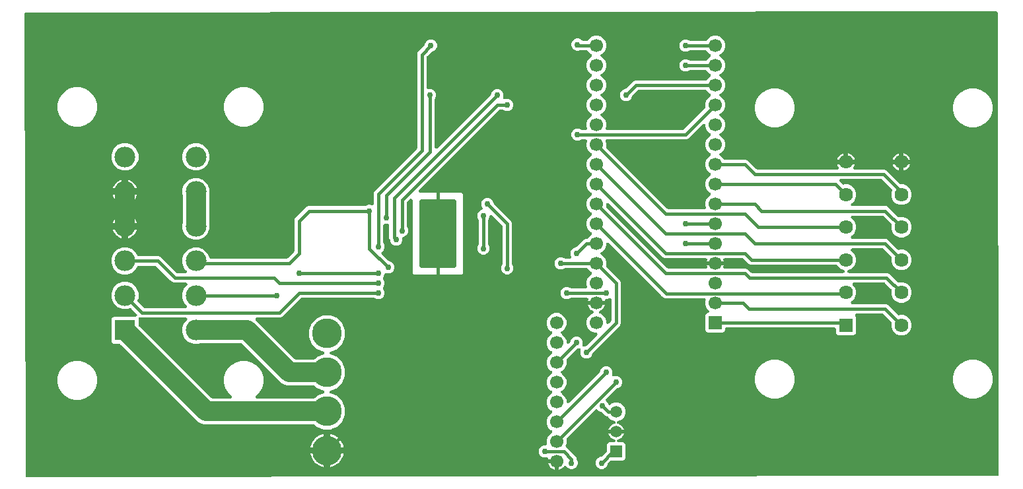
<source format=gbr>
G04 EAGLE Gerber RS-274X export*
G75*
%MOMM*%
%FSLAX34Y34*%
%LPD*%
%INBottom Copper*%
%IPPOS*%
%AMOC8*
5,1,8,0,0,1.08239X$1,22.5*%
G01*
%ADD10C,2.655000*%
%ADD11R,2.655000X2.655000*%
%ADD12R,1.785000X1.785000*%
%ADD13C,1.785000*%
%ADD14C,1.699769*%
%ADD15C,3.810000*%
%ADD16R,1.700000X1.700000*%
%ADD17C,1.700000*%
%ADD18C,0.858000*%
%ADD19R,1.508000X1.508000*%
%ADD20C,1.508000*%
%ADD21C,0.406400*%
%ADD22C,2.540000*%
%ADD23C,0.609600*%
%ADD24C,0.756400*%
%ADD25P,0.818720X8X22.500000*%
%ADD26C,0.152400*%

G36*
X1256203Y11962D02*
X1256203Y11962D01*
X1256221Y11968D01*
X1256240Y11970D01*
X1256414Y12027D01*
X1256588Y12081D01*
X1256605Y12090D01*
X1256623Y12096D01*
X1256782Y12186D01*
X1256942Y12273D01*
X1256956Y12285D01*
X1256973Y12294D01*
X1257111Y12414D01*
X1257251Y12531D01*
X1257263Y12546D01*
X1257277Y12558D01*
X1257389Y12703D01*
X1257503Y12845D01*
X1257511Y12862D01*
X1257523Y12877D01*
X1257604Y13041D01*
X1257688Y13203D01*
X1257693Y13221D01*
X1257701Y13238D01*
X1257748Y13415D01*
X1257798Y13590D01*
X1257800Y13609D01*
X1257805Y13627D01*
X1257831Y13958D01*
X1256367Y606034D01*
X1256366Y606051D01*
X1256367Y606067D01*
X1256345Y606250D01*
X1256327Y606435D01*
X1256322Y606451D01*
X1256320Y606467D01*
X1256262Y606643D01*
X1256207Y606819D01*
X1256199Y606834D01*
X1256194Y606850D01*
X1256103Y607011D01*
X1256015Y607173D01*
X1256004Y607185D01*
X1255996Y607200D01*
X1255875Y607340D01*
X1255756Y607481D01*
X1255743Y607492D01*
X1255732Y607504D01*
X1255586Y607617D01*
X1255442Y607733D01*
X1255427Y607741D01*
X1255414Y607751D01*
X1255248Y607833D01*
X1255084Y607917D01*
X1255068Y607922D01*
X1255053Y607930D01*
X1254874Y607978D01*
X1254697Y608028D01*
X1254680Y608029D01*
X1254664Y608034D01*
X1254333Y608060D01*
X10695Y606316D01*
X10676Y606315D01*
X10658Y606316D01*
X10477Y606294D01*
X10295Y606276D01*
X10277Y606270D01*
X10258Y606268D01*
X10084Y606211D01*
X9910Y606157D01*
X9893Y606148D01*
X9875Y606142D01*
X9716Y606052D01*
X9556Y605965D01*
X9542Y605953D01*
X9525Y605944D01*
X9387Y605824D01*
X9247Y605707D01*
X9235Y605692D01*
X9221Y605680D01*
X9109Y605535D01*
X8995Y605393D01*
X8987Y605376D01*
X8975Y605361D01*
X8894Y605197D01*
X8810Y605035D01*
X8805Y605017D01*
X8797Y605000D01*
X8750Y604823D01*
X8700Y604648D01*
X8698Y604629D01*
X8693Y604611D01*
X8667Y604280D01*
X10131Y12204D01*
X10132Y12187D01*
X10131Y12171D01*
X10153Y11988D01*
X10171Y11803D01*
X10176Y11787D01*
X10178Y11771D01*
X10236Y11595D01*
X10291Y11419D01*
X10299Y11404D01*
X10304Y11388D01*
X10395Y11227D01*
X10483Y11065D01*
X10494Y11053D01*
X10502Y11038D01*
X10623Y10898D01*
X10742Y10757D01*
X10755Y10746D01*
X10766Y10734D01*
X10912Y10621D01*
X11056Y10505D01*
X11071Y10497D01*
X11084Y10487D01*
X11250Y10405D01*
X11414Y10321D01*
X11430Y10316D01*
X11445Y10308D01*
X11624Y10260D01*
X11801Y10210D01*
X11818Y10209D01*
X11834Y10204D01*
X12165Y10178D01*
X1255803Y11922D01*
X1255822Y11923D01*
X1255840Y11922D01*
X1256021Y11944D01*
X1256203Y11962D01*
G37*
%LPC*%
G36*
X1061441Y411950D02*
X1061441Y411950D01*
X1061458Y411955D01*
X1061476Y411957D01*
X1061651Y412014D01*
X1061826Y412068D01*
X1061842Y412076D01*
X1061859Y412082D01*
X1061984Y412152D01*
X1062012Y412139D01*
X1062175Y412054D01*
X1062192Y412049D01*
X1062208Y412041D01*
X1062386Y411993D01*
X1062561Y411943D01*
X1062579Y411941D01*
X1062596Y411937D01*
X1062927Y411910D01*
X1073073Y411910D01*
X1072610Y410483D01*
X1072423Y410116D01*
X1071790Y408875D01*
X1071414Y408356D01*
X1071388Y408312D01*
X1071356Y408272D01*
X1071286Y408138D01*
X1071210Y408008D01*
X1071194Y407960D01*
X1071170Y407915D01*
X1071129Y407770D01*
X1071080Y407628D01*
X1071073Y407577D01*
X1071059Y407528D01*
X1071046Y407378D01*
X1071027Y407229D01*
X1071030Y407177D01*
X1071026Y407126D01*
X1071043Y406977D01*
X1071053Y406827D01*
X1071067Y406777D01*
X1071073Y406727D01*
X1071119Y406584D01*
X1071159Y406438D01*
X1071182Y406392D01*
X1071198Y406344D01*
X1071272Y406213D01*
X1071339Y406078D01*
X1071370Y406038D01*
X1071396Y405993D01*
X1071494Y405879D01*
X1071586Y405761D01*
X1071625Y405727D01*
X1071659Y405688D01*
X1071777Y405596D01*
X1071892Y405498D01*
X1071936Y405473D01*
X1071977Y405442D01*
X1072111Y405375D01*
X1072243Y405301D01*
X1072291Y405285D01*
X1072337Y405262D01*
X1072483Y405223D01*
X1072626Y405177D01*
X1072677Y405171D01*
X1072726Y405158D01*
X1072957Y405139D01*
X1073026Y405131D01*
X1073040Y405132D01*
X1073057Y405131D01*
X1111447Y405131D01*
X1113688Y404203D01*
X1131321Y386569D01*
X1131342Y386552D01*
X1131360Y386531D01*
X1131498Y386424D01*
X1131633Y386314D01*
X1131657Y386301D01*
X1131678Y386285D01*
X1131835Y386207D01*
X1131989Y386125D01*
X1132014Y386117D01*
X1132038Y386105D01*
X1132208Y386060D01*
X1132375Y386010D01*
X1132401Y386008D01*
X1132427Y386001D01*
X1132758Y385974D01*
X1135668Y385974D01*
X1140442Y383996D01*
X1144096Y380342D01*
X1146074Y375568D01*
X1146074Y370400D01*
X1144096Y365626D01*
X1140442Y361972D01*
X1135668Y359994D01*
X1130500Y359994D01*
X1125726Y361972D01*
X1122072Y365626D01*
X1120094Y370400D01*
X1120094Y375568D01*
X1121035Y377838D01*
X1121041Y377859D01*
X1121051Y377879D01*
X1121099Y378052D01*
X1121151Y378223D01*
X1121153Y378246D01*
X1121159Y378267D01*
X1121172Y378446D01*
X1121189Y378624D01*
X1121187Y378646D01*
X1121189Y378669D01*
X1121166Y378847D01*
X1121148Y379025D01*
X1121141Y379046D01*
X1121138Y379068D01*
X1121081Y379238D01*
X1121028Y379409D01*
X1121017Y379429D01*
X1121010Y379450D01*
X1120921Y379605D01*
X1120834Y379762D01*
X1120820Y379779D01*
X1120809Y379799D01*
X1120594Y380052D01*
X1108304Y392342D01*
X1108283Y392359D01*
X1108265Y392380D01*
X1108127Y392487D01*
X1107992Y392597D01*
X1107968Y392610D01*
X1107947Y392626D01*
X1107790Y392704D01*
X1107636Y392786D01*
X1107611Y392794D01*
X1107587Y392806D01*
X1107417Y392851D01*
X1107250Y392901D01*
X1107224Y392903D01*
X1107198Y392910D01*
X1106867Y392937D01*
X1055557Y392937D01*
X1055548Y392936D01*
X1055539Y392937D01*
X1055346Y392916D01*
X1055156Y392897D01*
X1055148Y392895D01*
X1055139Y392894D01*
X1054954Y392835D01*
X1054771Y392779D01*
X1054763Y392775D01*
X1054755Y392772D01*
X1054586Y392679D01*
X1054417Y392587D01*
X1054410Y392582D01*
X1054402Y392577D01*
X1054255Y392453D01*
X1054108Y392330D01*
X1054102Y392323D01*
X1054095Y392317D01*
X1053976Y392165D01*
X1053856Y392016D01*
X1053851Y392008D01*
X1053846Y392001D01*
X1053758Y391828D01*
X1053670Y391659D01*
X1053668Y391650D01*
X1053663Y391642D01*
X1053612Y391456D01*
X1053559Y391272D01*
X1053558Y391263D01*
X1053555Y391254D01*
X1053541Y391061D01*
X1053526Y390870D01*
X1053527Y390862D01*
X1053526Y390853D01*
X1053550Y390660D01*
X1053573Y390471D01*
X1053575Y390462D01*
X1053577Y390453D01*
X1053638Y390271D01*
X1053697Y390088D01*
X1053702Y390080D01*
X1053705Y390072D01*
X1053801Y389905D01*
X1053895Y389737D01*
X1053901Y389730D01*
X1053906Y389723D01*
X1054120Y389470D01*
X1057179Y386411D01*
X1057196Y386397D01*
X1057211Y386380D01*
X1057352Y386270D01*
X1057491Y386156D01*
X1057510Y386145D01*
X1057528Y386132D01*
X1057688Y386051D01*
X1057846Y385967D01*
X1057868Y385961D01*
X1057888Y385951D01*
X1058060Y385904D01*
X1058232Y385852D01*
X1058255Y385850D01*
X1058276Y385845D01*
X1058454Y385832D01*
X1058633Y385816D01*
X1058656Y385819D01*
X1058678Y385817D01*
X1058854Y385840D01*
X1059033Y385859D01*
X1059055Y385866D01*
X1059077Y385869D01*
X1059393Y385971D01*
X1059400Y385974D01*
X1064568Y385974D01*
X1069342Y383996D01*
X1072996Y380342D01*
X1074974Y375568D01*
X1074974Y370400D01*
X1072996Y365626D01*
X1069294Y361923D01*
X1069173Y361859D01*
X1069169Y361856D01*
X1069165Y361853D01*
X1069015Y361728D01*
X1068862Y361602D01*
X1068859Y361599D01*
X1068856Y361596D01*
X1068733Y361443D01*
X1068609Y361289D01*
X1068606Y361285D01*
X1068604Y361282D01*
X1068513Y361108D01*
X1068421Y360933D01*
X1068420Y360929D01*
X1068418Y360925D01*
X1068363Y360733D01*
X1068308Y360547D01*
X1068308Y360542D01*
X1068307Y360538D01*
X1068290Y360339D01*
X1068274Y360145D01*
X1068274Y360141D01*
X1068274Y360136D01*
X1068297Y359935D01*
X1068319Y359745D01*
X1068320Y359741D01*
X1068321Y359737D01*
X1068382Y359549D01*
X1068442Y359362D01*
X1068444Y359358D01*
X1068446Y359354D01*
X1068542Y359183D01*
X1068638Y359011D01*
X1068641Y359007D01*
X1068643Y359003D01*
X1068772Y358854D01*
X1068900Y358705D01*
X1068904Y358702D01*
X1068907Y358698D01*
X1069062Y358578D01*
X1069217Y358456D01*
X1069221Y358454D01*
X1069225Y358452D01*
X1069401Y358364D01*
X1069577Y358276D01*
X1069581Y358274D01*
X1069585Y358272D01*
X1069777Y358221D01*
X1069965Y358169D01*
X1069970Y358169D01*
X1069974Y358168D01*
X1070305Y358141D01*
X1113337Y358141D01*
X1115578Y357213D01*
X1117578Y355212D01*
X1128279Y344511D01*
X1128296Y344497D01*
X1128311Y344480D01*
X1128452Y344370D01*
X1128591Y344256D01*
X1128610Y344245D01*
X1128628Y344232D01*
X1128788Y344151D01*
X1128946Y344067D01*
X1128968Y344061D01*
X1128988Y344051D01*
X1129160Y344004D01*
X1129332Y343952D01*
X1129355Y343950D01*
X1129376Y343945D01*
X1129554Y343932D01*
X1129733Y343916D01*
X1129756Y343919D01*
X1129778Y343917D01*
X1129954Y343940D01*
X1130133Y343959D01*
X1130155Y343966D01*
X1130177Y343969D01*
X1130493Y344071D01*
X1130500Y344074D01*
X1135668Y344074D01*
X1140442Y342096D01*
X1144096Y338442D01*
X1146074Y333668D01*
X1146074Y328500D01*
X1144096Y323726D01*
X1140442Y320072D01*
X1135668Y318094D01*
X1130500Y318094D01*
X1125726Y320072D01*
X1122072Y323726D01*
X1120094Y328500D01*
X1120094Y333668D01*
X1120097Y333675D01*
X1120104Y333697D01*
X1120114Y333716D01*
X1120162Y333889D01*
X1120214Y334061D01*
X1120216Y334083D01*
X1120222Y334104D01*
X1120235Y334284D01*
X1120252Y334461D01*
X1120250Y334483D01*
X1120251Y334506D01*
X1120229Y334684D01*
X1120210Y334862D01*
X1120204Y334883D01*
X1120201Y334905D01*
X1120144Y335076D01*
X1120091Y335246D01*
X1120080Y335266D01*
X1120073Y335287D01*
X1119983Y335442D01*
X1119897Y335599D01*
X1119883Y335617D01*
X1119872Y335636D01*
X1119657Y335889D01*
X1110194Y345352D01*
X1110173Y345369D01*
X1110155Y345390D01*
X1110017Y345497D01*
X1109882Y345607D01*
X1109858Y345620D01*
X1109837Y345636D01*
X1109680Y345714D01*
X1109526Y345796D01*
X1109501Y345804D01*
X1109477Y345816D01*
X1109307Y345861D01*
X1109140Y345911D01*
X1109114Y345913D01*
X1109088Y345920D01*
X1108757Y345947D01*
X1070256Y345947D01*
X1070252Y345947D01*
X1070247Y345947D01*
X1070052Y345927D01*
X1069856Y345907D01*
X1069852Y345906D01*
X1069847Y345906D01*
X1069658Y345847D01*
X1069471Y345789D01*
X1069467Y345787D01*
X1069463Y345786D01*
X1069290Y345691D01*
X1069117Y345597D01*
X1069113Y345595D01*
X1069109Y345592D01*
X1068958Y345465D01*
X1068808Y345340D01*
X1068805Y345336D01*
X1068801Y345333D01*
X1068676Y345176D01*
X1068555Y345026D01*
X1068553Y345022D01*
X1068550Y345018D01*
X1068460Y344843D01*
X1068370Y344669D01*
X1068369Y344664D01*
X1068366Y344660D01*
X1068313Y344471D01*
X1068258Y344282D01*
X1068258Y344277D01*
X1068257Y344273D01*
X1068241Y344074D01*
X1068226Y343880D01*
X1068226Y343876D01*
X1068226Y343871D01*
X1068249Y343676D01*
X1068272Y343481D01*
X1068274Y343476D01*
X1068274Y343472D01*
X1068336Y343286D01*
X1068397Y343098D01*
X1068400Y343094D01*
X1068401Y343090D01*
X1068498Y342920D01*
X1068595Y342747D01*
X1068598Y342744D01*
X1068600Y342740D01*
X1068731Y342590D01*
X1068858Y342443D01*
X1068862Y342440D01*
X1068865Y342436D01*
X1069023Y342314D01*
X1069176Y342196D01*
X1069180Y342194D01*
X1069184Y342191D01*
X1069314Y342124D01*
X1072996Y338442D01*
X1074974Y333668D01*
X1074974Y328500D01*
X1072996Y323726D01*
X1069300Y320030D01*
X1069149Y319949D01*
X1069145Y319946D01*
X1069141Y319943D01*
X1068993Y319820D01*
X1068838Y319692D01*
X1068835Y319689D01*
X1068832Y319686D01*
X1068708Y319532D01*
X1068584Y319380D01*
X1068582Y319376D01*
X1068579Y319372D01*
X1068488Y319196D01*
X1068397Y319023D01*
X1068396Y319019D01*
X1068394Y319015D01*
X1068339Y318825D01*
X1068284Y318637D01*
X1068284Y318632D01*
X1068283Y318628D01*
X1068266Y318429D01*
X1068250Y318235D01*
X1068250Y318231D01*
X1068250Y318226D01*
X1068272Y318032D01*
X1068295Y317835D01*
X1068296Y317831D01*
X1068297Y317827D01*
X1068358Y317639D01*
X1068418Y317452D01*
X1068420Y317448D01*
X1068421Y317444D01*
X1068520Y317270D01*
X1068614Y317101D01*
X1068617Y317097D01*
X1068619Y317093D01*
X1068750Y316942D01*
X1068876Y316795D01*
X1068879Y316792D01*
X1068882Y316788D01*
X1069038Y316668D01*
X1069193Y316546D01*
X1069197Y316544D01*
X1069201Y316542D01*
X1069377Y316454D01*
X1069553Y316366D01*
X1069557Y316364D01*
X1069561Y316362D01*
X1069754Y316311D01*
X1069941Y316259D01*
X1069945Y316259D01*
X1069950Y316258D01*
X1070281Y316231D01*
X1113347Y316231D01*
X1115588Y315303D01*
X1128279Y302611D01*
X1128296Y302597D01*
X1128311Y302580D01*
X1128452Y302470D01*
X1128591Y302356D01*
X1128610Y302345D01*
X1128628Y302332D01*
X1128788Y302251D01*
X1128946Y302167D01*
X1128968Y302161D01*
X1128988Y302151D01*
X1129160Y302104D01*
X1129332Y302052D01*
X1129355Y302050D01*
X1129376Y302045D01*
X1129554Y302032D01*
X1129733Y302016D01*
X1129756Y302019D01*
X1129778Y302017D01*
X1129954Y302040D01*
X1130133Y302059D01*
X1130155Y302066D01*
X1130177Y302069D01*
X1130493Y302171D01*
X1130500Y302174D01*
X1135668Y302174D01*
X1140442Y300196D01*
X1144096Y296542D01*
X1146074Y291768D01*
X1146074Y286600D01*
X1144096Y281826D01*
X1140442Y278172D01*
X1140377Y278145D01*
X1135668Y276194D01*
X1130500Y276194D01*
X1125726Y278172D01*
X1122072Y281826D01*
X1120094Y286600D01*
X1120094Y291768D01*
X1120097Y291775D01*
X1120104Y291797D01*
X1120114Y291816D01*
X1120162Y291989D01*
X1120214Y292161D01*
X1120216Y292183D01*
X1120222Y292204D01*
X1120235Y292384D01*
X1120252Y292561D01*
X1120250Y292583D01*
X1120251Y292606D01*
X1120229Y292784D01*
X1120210Y292962D01*
X1120204Y292983D01*
X1120201Y293005D01*
X1120144Y293176D01*
X1120091Y293346D01*
X1120080Y293366D01*
X1120073Y293387D01*
X1119983Y293542D01*
X1119897Y293699D01*
X1119883Y293717D01*
X1119872Y293736D01*
X1119657Y293989D01*
X1110204Y303442D01*
X1110183Y303459D01*
X1110165Y303480D01*
X1110027Y303587D01*
X1109892Y303697D01*
X1109868Y303710D01*
X1109847Y303726D01*
X1109690Y303804D01*
X1109536Y303886D01*
X1109511Y303894D01*
X1109487Y303906D01*
X1109317Y303951D01*
X1109150Y304001D01*
X1109124Y304003D01*
X1109098Y304010D01*
X1108767Y304037D01*
X1070281Y304037D01*
X1070276Y304037D01*
X1070272Y304037D01*
X1070078Y304017D01*
X1069880Y303997D01*
X1069876Y303996D01*
X1069871Y303996D01*
X1069685Y303938D01*
X1069495Y303879D01*
X1069491Y303877D01*
X1069487Y303876D01*
X1069314Y303781D01*
X1069141Y303687D01*
X1069138Y303685D01*
X1069134Y303682D01*
X1068981Y303554D01*
X1068832Y303430D01*
X1068829Y303426D01*
X1068825Y303423D01*
X1068702Y303268D01*
X1068579Y303116D01*
X1068577Y303112D01*
X1068574Y303108D01*
X1068484Y302931D01*
X1068394Y302759D01*
X1068393Y302754D01*
X1068391Y302750D01*
X1068337Y302561D01*
X1068283Y302372D01*
X1068282Y302367D01*
X1068281Y302363D01*
X1068266Y302165D01*
X1068250Y301970D01*
X1068250Y301966D01*
X1068250Y301961D01*
X1068273Y301767D01*
X1068297Y301571D01*
X1068298Y301566D01*
X1068299Y301562D01*
X1068360Y301377D01*
X1068421Y301188D01*
X1068424Y301184D01*
X1068425Y301180D01*
X1068522Y301009D01*
X1068619Y300837D01*
X1068622Y300834D01*
X1068625Y300830D01*
X1068756Y300679D01*
X1068882Y300533D01*
X1068886Y300530D01*
X1068889Y300526D01*
X1069047Y300405D01*
X1069201Y300286D01*
X1069205Y300284D01*
X1069208Y300281D01*
X1069309Y300229D01*
X1072996Y296542D01*
X1074974Y291768D01*
X1074974Y286600D01*
X1072996Y281826D01*
X1069342Y278172D01*
X1069277Y278145D01*
X1064916Y276339D01*
X1064912Y276337D01*
X1064908Y276335D01*
X1064735Y276242D01*
X1064561Y276148D01*
X1064558Y276146D01*
X1064554Y276143D01*
X1064405Y276019D01*
X1064251Y275892D01*
X1064248Y275889D01*
X1064245Y275886D01*
X1064122Y275733D01*
X1063997Y275579D01*
X1063995Y275575D01*
X1063992Y275572D01*
X1063902Y275397D01*
X1063810Y275223D01*
X1063809Y275219D01*
X1063807Y275215D01*
X1063752Y275025D01*
X1063697Y274836D01*
X1063697Y274832D01*
X1063696Y274828D01*
X1063679Y274630D01*
X1063663Y274435D01*
X1063663Y274431D01*
X1063663Y274426D01*
X1063686Y274229D01*
X1063708Y274035D01*
X1063709Y274031D01*
X1063710Y274027D01*
X1063771Y273838D01*
X1063831Y273652D01*
X1063833Y273648D01*
X1063834Y273644D01*
X1063932Y273471D01*
X1064027Y273300D01*
X1064030Y273297D01*
X1064032Y273293D01*
X1064161Y273144D01*
X1064289Y272995D01*
X1064293Y272992D01*
X1064295Y272988D01*
X1064450Y272869D01*
X1064606Y272746D01*
X1064610Y272744D01*
X1064614Y272742D01*
X1064790Y272654D01*
X1064966Y272566D01*
X1064970Y272564D01*
X1064974Y272562D01*
X1065167Y272511D01*
X1065354Y272459D01*
X1065359Y272459D01*
X1065363Y272458D01*
X1065694Y272431D01*
X1115247Y272431D01*
X1117488Y271503D01*
X1119488Y269502D01*
X1128279Y260711D01*
X1128296Y260697D01*
X1128311Y260680D01*
X1128452Y260570D01*
X1128591Y260456D01*
X1128610Y260445D01*
X1128628Y260432D01*
X1128788Y260351D01*
X1128946Y260267D01*
X1128968Y260261D01*
X1128988Y260251D01*
X1129160Y260204D01*
X1129332Y260152D01*
X1129355Y260150D01*
X1129376Y260145D01*
X1129554Y260132D01*
X1129733Y260116D01*
X1129756Y260119D01*
X1129778Y260117D01*
X1129954Y260140D01*
X1130133Y260159D01*
X1130155Y260166D01*
X1130177Y260169D01*
X1130493Y260271D01*
X1130500Y260274D01*
X1135668Y260274D01*
X1140442Y258296D01*
X1144096Y254642D01*
X1146074Y249868D01*
X1146074Y244700D01*
X1144096Y239926D01*
X1140442Y236272D01*
X1135668Y234294D01*
X1130500Y234294D01*
X1125726Y236272D01*
X1122072Y239926D01*
X1120094Y244700D01*
X1120094Y249868D01*
X1120097Y249875D01*
X1120104Y249897D01*
X1120114Y249916D01*
X1120162Y250089D01*
X1120214Y250261D01*
X1120216Y250283D01*
X1120222Y250304D01*
X1120235Y250484D01*
X1120252Y250661D01*
X1120250Y250683D01*
X1120251Y250706D01*
X1120229Y250884D01*
X1120210Y251062D01*
X1120204Y251083D01*
X1120201Y251105D01*
X1120144Y251276D01*
X1120091Y251446D01*
X1120080Y251466D01*
X1120073Y251487D01*
X1119983Y251642D01*
X1119897Y251799D01*
X1119883Y251817D01*
X1119872Y251836D01*
X1119657Y252089D01*
X1112104Y259642D01*
X1112083Y259659D01*
X1112065Y259680D01*
X1111927Y259787D01*
X1111792Y259897D01*
X1111768Y259910D01*
X1111747Y259926D01*
X1111590Y260004D01*
X1111436Y260086D01*
X1111411Y260094D01*
X1111387Y260106D01*
X1111217Y260151D01*
X1111050Y260201D01*
X1111024Y260203D01*
X1110998Y260210D01*
X1110667Y260237D01*
X1072305Y260237D01*
X1072296Y260236D01*
X1072287Y260237D01*
X1072095Y260216D01*
X1071904Y260197D01*
X1071896Y260195D01*
X1071887Y260194D01*
X1071704Y260136D01*
X1071519Y260079D01*
X1071511Y260075D01*
X1071503Y260072D01*
X1071335Y259979D01*
X1071165Y259887D01*
X1071158Y259882D01*
X1071151Y259877D01*
X1071003Y259752D01*
X1070856Y259630D01*
X1070850Y259623D01*
X1070844Y259617D01*
X1070723Y259464D01*
X1070604Y259316D01*
X1070600Y259308D01*
X1070594Y259301D01*
X1070506Y259128D01*
X1070418Y258959D01*
X1070416Y258950D01*
X1070412Y258942D01*
X1070360Y258756D01*
X1070307Y258572D01*
X1070306Y258563D01*
X1070304Y258554D01*
X1070290Y258362D01*
X1070274Y258170D01*
X1070275Y258162D01*
X1070274Y258153D01*
X1070299Y257960D01*
X1070321Y257771D01*
X1070324Y257762D01*
X1070325Y257753D01*
X1070386Y257570D01*
X1070446Y257388D01*
X1070450Y257380D01*
X1070453Y257372D01*
X1070548Y257206D01*
X1070644Y257037D01*
X1070649Y257030D01*
X1070654Y257023D01*
X1070869Y256770D01*
X1072996Y254642D01*
X1074974Y249868D01*
X1074974Y244700D01*
X1072996Y239926D01*
X1069313Y236243D01*
X1069275Y236222D01*
X1069100Y236129D01*
X1069097Y236126D01*
X1069093Y236123D01*
X1068944Y235999D01*
X1068790Y235872D01*
X1068787Y235869D01*
X1068783Y235866D01*
X1068659Y235711D01*
X1068536Y235559D01*
X1068534Y235555D01*
X1068531Y235552D01*
X1068441Y235379D01*
X1068349Y235203D01*
X1068348Y235199D01*
X1068346Y235195D01*
X1068291Y235006D01*
X1068236Y234817D01*
X1068236Y234812D01*
X1068234Y234808D01*
X1068218Y234609D01*
X1068201Y234415D01*
X1068202Y234411D01*
X1068201Y234406D01*
X1068225Y234209D01*
X1068246Y234015D01*
X1068248Y234011D01*
X1068248Y234007D01*
X1068310Y233817D01*
X1068370Y233632D01*
X1068372Y233628D01*
X1068373Y233624D01*
X1068469Y233453D01*
X1068566Y233281D01*
X1068569Y233277D01*
X1068571Y233273D01*
X1068698Y233126D01*
X1068828Y232975D01*
X1068831Y232972D01*
X1068834Y232968D01*
X1068990Y232848D01*
X1069145Y232726D01*
X1069149Y232724D01*
X1069152Y232722D01*
X1069329Y232634D01*
X1069504Y232546D01*
X1069509Y232544D01*
X1069513Y232542D01*
X1069705Y232491D01*
X1069893Y232439D01*
X1069897Y232439D01*
X1069902Y232438D01*
X1070232Y232411D01*
X1113367Y232411D01*
X1115608Y231483D01*
X1117608Y229482D01*
X1128279Y218811D01*
X1128296Y218797D01*
X1128311Y218780D01*
X1128452Y218670D01*
X1128591Y218556D01*
X1128610Y218545D01*
X1128628Y218532D01*
X1128788Y218451D01*
X1128946Y218367D01*
X1128968Y218361D01*
X1128988Y218351D01*
X1129160Y218304D01*
X1129332Y218252D01*
X1129355Y218250D01*
X1129376Y218245D01*
X1129554Y218232D01*
X1129733Y218216D01*
X1129756Y218219D01*
X1129778Y218217D01*
X1129954Y218240D01*
X1130133Y218259D01*
X1130155Y218266D01*
X1130177Y218269D01*
X1130493Y218371D01*
X1130500Y218374D01*
X1135668Y218374D01*
X1140442Y216396D01*
X1144096Y212742D01*
X1146074Y207968D01*
X1146074Y202800D01*
X1144096Y198026D01*
X1140442Y194372D01*
X1135668Y192394D01*
X1130500Y192394D01*
X1125726Y194372D01*
X1122072Y198026D01*
X1120094Y202800D01*
X1120094Y207968D01*
X1120097Y207975D01*
X1120104Y207997D01*
X1120114Y208016D01*
X1120162Y208189D01*
X1120214Y208361D01*
X1120216Y208383D01*
X1120222Y208404D01*
X1120235Y208584D01*
X1120252Y208761D01*
X1120250Y208783D01*
X1120251Y208806D01*
X1120229Y208984D01*
X1120210Y209162D01*
X1120204Y209183D01*
X1120201Y209205D01*
X1120144Y209376D01*
X1120091Y209546D01*
X1120080Y209566D01*
X1120073Y209587D01*
X1119983Y209742D01*
X1119897Y209899D01*
X1119883Y209917D01*
X1119872Y209936D01*
X1119657Y210189D01*
X1110224Y219622D01*
X1110203Y219639D01*
X1110185Y219660D01*
X1110047Y219767D01*
X1109912Y219877D01*
X1109888Y219890D01*
X1109867Y219906D01*
X1109710Y219984D01*
X1109556Y220066D01*
X1109531Y220074D01*
X1109507Y220086D01*
X1109337Y220131D01*
X1109170Y220181D01*
X1109144Y220183D01*
X1109118Y220190D01*
X1108787Y220217D01*
X1075653Y220217D01*
X1075644Y220216D01*
X1075635Y220217D01*
X1075444Y220196D01*
X1075252Y220177D01*
X1075244Y220175D01*
X1075235Y220174D01*
X1075051Y220115D01*
X1074867Y220059D01*
X1074860Y220055D01*
X1074851Y220052D01*
X1074682Y219959D01*
X1074513Y219867D01*
X1074507Y219862D01*
X1074499Y219857D01*
X1074351Y219732D01*
X1074204Y219610D01*
X1074199Y219603D01*
X1074192Y219597D01*
X1074071Y219445D01*
X1073952Y219296D01*
X1073948Y219288D01*
X1073942Y219281D01*
X1073854Y219108D01*
X1073766Y218939D01*
X1073764Y218930D01*
X1073760Y218922D01*
X1073708Y218736D01*
X1073655Y218552D01*
X1073654Y218543D01*
X1073652Y218534D01*
X1073638Y218341D01*
X1073622Y218150D01*
X1073623Y218142D01*
X1073622Y218133D01*
X1073647Y217941D01*
X1073669Y217751D01*
X1073672Y217742D01*
X1073673Y217733D01*
X1073734Y217552D01*
X1073794Y217368D01*
X1073798Y217360D01*
X1073801Y217352D01*
X1073897Y217185D01*
X1073992Y217017D01*
X1073998Y217010D01*
X1074002Y217003D01*
X1074217Y216750D01*
X1074355Y216611D01*
X1074974Y215118D01*
X1074974Y195650D01*
X1074355Y194157D01*
X1073211Y193013D01*
X1071718Y192394D01*
X1052250Y192394D01*
X1050757Y193013D01*
X1049613Y194157D01*
X1048994Y195650D01*
X1048994Y200406D01*
X1048992Y200424D01*
X1048994Y200442D01*
X1048973Y200624D01*
X1048954Y200807D01*
X1048949Y200824D01*
X1048947Y200841D01*
X1048890Y201016D01*
X1048836Y201192D01*
X1048828Y201207D01*
X1048822Y201224D01*
X1048732Y201384D01*
X1048644Y201546D01*
X1048633Y201559D01*
X1048624Y201575D01*
X1048504Y201714D01*
X1048387Y201855D01*
X1048373Y201866D01*
X1048361Y201880D01*
X1048216Y201992D01*
X1048073Y202107D01*
X1048057Y202115D01*
X1048043Y202126D01*
X1047878Y202208D01*
X1047716Y202293D01*
X1047699Y202298D01*
X1047683Y202306D01*
X1047504Y202353D01*
X1047329Y202404D01*
X1047311Y202406D01*
X1047294Y202410D01*
X1046963Y202437D01*
X908930Y202437D01*
X908912Y202435D01*
X908894Y202437D01*
X908712Y202416D01*
X908529Y202397D01*
X908512Y202392D01*
X908495Y202390D01*
X908320Y202333D01*
X908144Y202279D01*
X908129Y202271D01*
X908112Y202265D01*
X907952Y202175D01*
X907790Y202087D01*
X907777Y202076D01*
X907761Y202067D01*
X907622Y201947D01*
X907481Y201830D01*
X907470Y201816D01*
X907456Y201804D01*
X907344Y201659D01*
X907229Y201516D01*
X907221Y201500D01*
X907210Y201486D01*
X907128Y201321D01*
X907043Y201159D01*
X907038Y201142D01*
X907030Y201126D01*
X906982Y200947D01*
X906932Y200772D01*
X906930Y200754D01*
X906926Y200737D01*
X906899Y200406D01*
X906899Y199225D01*
X906280Y197732D01*
X905136Y196588D01*
X903643Y195969D01*
X885025Y195969D01*
X883532Y196588D01*
X882388Y197732D01*
X881769Y199225D01*
X881769Y217843D01*
X882388Y219336D01*
X883532Y220480D01*
X885310Y221217D01*
X885322Y221223D01*
X885335Y221227D01*
X885499Y221318D01*
X885665Y221407D01*
X885675Y221415D01*
X885687Y221422D01*
X885830Y221543D01*
X885975Y221663D01*
X885984Y221674D01*
X885994Y221682D01*
X886110Y221829D01*
X886229Y221976D01*
X886235Y221988D01*
X886244Y221998D01*
X886329Y222167D01*
X886416Y222332D01*
X886420Y222345D01*
X886426Y222357D01*
X886477Y222539D01*
X886529Y222719D01*
X886530Y222732D01*
X886534Y222745D01*
X886548Y222934D01*
X886564Y223120D01*
X886562Y223133D01*
X886563Y223147D01*
X886540Y223335D01*
X886519Y223520D01*
X886515Y223533D01*
X886513Y223546D01*
X886453Y223725D01*
X886396Y223903D01*
X886389Y223915D01*
X886385Y223928D01*
X886292Y224090D01*
X886199Y224255D01*
X886191Y224265D01*
X886184Y224277D01*
X885969Y224530D01*
X883682Y226817D01*
X881769Y231435D01*
X881769Y236433D01*
X882049Y237109D01*
X882053Y237122D01*
X882059Y237133D01*
X882111Y237312D01*
X882165Y237494D01*
X882167Y237507D01*
X882170Y237520D01*
X882186Y237709D01*
X882204Y237895D01*
X882202Y237908D01*
X882203Y237922D01*
X882181Y238108D01*
X882162Y238295D01*
X882158Y238308D01*
X882156Y238321D01*
X882098Y238499D01*
X882042Y238680D01*
X882036Y238691D01*
X882032Y238704D01*
X881939Y238868D01*
X881849Y239033D01*
X881840Y239043D01*
X881834Y239055D01*
X881711Y239197D01*
X881590Y239341D01*
X881579Y239349D01*
X881571Y239360D01*
X881422Y239475D01*
X881275Y239592D01*
X881263Y239598D01*
X881252Y239606D01*
X881084Y239690D01*
X880917Y239776D01*
X880904Y239780D01*
X880892Y239786D01*
X880710Y239835D01*
X880529Y239886D01*
X880516Y239887D01*
X880503Y239890D01*
X880172Y239917D01*
X830241Y239917D01*
X828000Y240845D01*
X826000Y242846D01*
X757966Y310880D01*
X757959Y310885D01*
X757954Y310892D01*
X757804Y311012D01*
X757655Y311135D01*
X757647Y311139D01*
X757640Y311144D01*
X757469Y311233D01*
X757299Y311323D01*
X757291Y311326D01*
X757283Y311330D01*
X757097Y311383D01*
X756913Y311438D01*
X756904Y311439D01*
X756896Y311441D01*
X756704Y311457D01*
X756512Y311475D01*
X756503Y311474D01*
X756494Y311474D01*
X756305Y311452D01*
X756112Y311431D01*
X756103Y311428D01*
X756095Y311427D01*
X755913Y311368D01*
X755728Y311310D01*
X755720Y311305D01*
X755712Y311303D01*
X755543Y311207D01*
X755376Y311115D01*
X755369Y311109D01*
X755361Y311105D01*
X755215Y310979D01*
X755069Y310854D01*
X755063Y310847D01*
X755056Y310841D01*
X754939Y310690D01*
X754819Y310538D01*
X754815Y310530D01*
X754810Y310523D01*
X754724Y310351D01*
X754637Y310179D01*
X754634Y310171D01*
X754630Y310163D01*
X754580Y309976D01*
X754529Y309792D01*
X754528Y309783D01*
X754526Y309774D01*
X754499Y309443D01*
X754499Y307635D01*
X752586Y303017D01*
X749051Y299482D01*
X748637Y299311D01*
X748629Y299306D01*
X748621Y299304D01*
X748453Y299212D01*
X748282Y299120D01*
X748276Y299115D01*
X748268Y299111D01*
X748121Y298987D01*
X747972Y298864D01*
X747966Y298857D01*
X747960Y298851D01*
X747841Y298702D01*
X747718Y298551D01*
X747714Y298544D01*
X747709Y298537D01*
X747621Y298366D01*
X747531Y298195D01*
X747529Y298186D01*
X747525Y298178D01*
X747473Y297994D01*
X747418Y297809D01*
X747417Y297800D01*
X747415Y297791D01*
X747400Y297600D01*
X747384Y297407D01*
X747385Y297399D01*
X747384Y297390D01*
X747407Y297199D01*
X747429Y297007D01*
X747431Y296999D01*
X747433Y296990D01*
X747493Y296806D01*
X747552Y296624D01*
X747556Y296616D01*
X747559Y296608D01*
X747654Y296440D01*
X747748Y296273D01*
X747754Y296266D01*
X747758Y296258D01*
X747884Y296114D01*
X748010Y295967D01*
X748017Y295961D01*
X748023Y295954D01*
X748174Y295838D01*
X748327Y295718D01*
X748335Y295714D01*
X748342Y295709D01*
X748637Y295557D01*
X749051Y295386D01*
X752586Y291851D01*
X754499Y287233D01*
X754499Y282148D01*
X754479Y282083D01*
X754477Y282061D01*
X754471Y282039D01*
X754458Y281860D01*
X754441Y281682D01*
X754443Y281660D01*
X754441Y281637D01*
X754464Y281459D01*
X754482Y281282D01*
X754489Y281260D01*
X754492Y281238D01*
X754549Y281067D01*
X754602Y280897D01*
X754613Y280877D01*
X754620Y280856D01*
X754710Y280700D01*
X754795Y280544D01*
X754810Y280527D01*
X754821Y280507D01*
X755036Y280254D01*
X772503Y262788D01*
X773431Y260547D01*
X773431Y207321D01*
X772503Y205080D01*
X770502Y203080D01*
X737676Y170254D01*
X737659Y170233D01*
X737638Y170215D01*
X737531Y170077D01*
X737421Y169942D01*
X737408Y169918D01*
X737392Y169897D01*
X737314Y169740D01*
X737232Y169586D01*
X737224Y169561D01*
X737212Y169537D01*
X737167Y169367D01*
X737117Y169200D01*
X737115Y169174D01*
X737108Y169148D01*
X737086Y168887D01*
X735886Y165989D01*
X733679Y163782D01*
X730795Y162587D01*
X727673Y162587D01*
X724789Y163782D01*
X722582Y165989D01*
X721387Y168873D01*
X721387Y171995D01*
X721839Y173085D01*
X721841Y173093D01*
X721846Y173101D01*
X721899Y173285D01*
X721955Y173470D01*
X721956Y173479D01*
X721959Y173488D01*
X721975Y173679D01*
X721993Y173871D01*
X721992Y173880D01*
X721993Y173889D01*
X721972Y174079D01*
X721952Y174271D01*
X721949Y174280D01*
X721948Y174289D01*
X721889Y174471D01*
X721832Y174656D01*
X721828Y174664D01*
X721825Y174672D01*
X721731Y174839D01*
X721639Y175009D01*
X721633Y175016D01*
X721629Y175024D01*
X721504Y175169D01*
X721379Y175317D01*
X721372Y175323D01*
X721367Y175330D01*
X721215Y175448D01*
X721065Y175568D01*
X721057Y175572D01*
X721050Y175578D01*
X720877Y175664D01*
X720707Y175752D01*
X720698Y175754D01*
X720690Y175759D01*
X720503Y175810D01*
X720319Y175862D01*
X720310Y175862D01*
X720302Y175865D01*
X720107Y175878D01*
X719918Y175893D01*
X719909Y175892D01*
X719900Y175892D01*
X719708Y175867D01*
X719518Y175844D01*
X719510Y175841D01*
X719501Y175840D01*
X719185Y175739D01*
X718091Y175286D01*
X717924Y175265D01*
X717750Y175247D01*
X717725Y175240D01*
X717698Y175236D01*
X717532Y175181D01*
X717365Y175129D01*
X717342Y175116D01*
X717316Y175108D01*
X717165Y175021D01*
X717011Y174937D01*
X716991Y174920D01*
X716967Y174907D01*
X716714Y174692D01*
X704135Y162113D01*
X704121Y162095D01*
X704104Y162081D01*
X703993Y161939D01*
X703880Y161801D01*
X703869Y161782D01*
X703855Y161764D01*
X703775Y161603D01*
X703691Y161446D01*
X703685Y161424D01*
X703675Y161404D01*
X703627Y161231D01*
X703576Y161060D01*
X703574Y161037D01*
X703568Y161016D01*
X703556Y160837D01*
X703540Y160659D01*
X703542Y160636D01*
X703541Y160614D01*
X703564Y160438D01*
X703583Y160258D01*
X703590Y160237D01*
X703593Y160215D01*
X703598Y160201D01*
X703598Y155135D01*
X701685Y150517D01*
X698151Y146983D01*
X697734Y146811D01*
X697726Y146806D01*
X697718Y146804D01*
X697550Y146712D01*
X697379Y146621D01*
X697372Y146615D01*
X697365Y146610D01*
X697218Y146487D01*
X697069Y146364D01*
X697063Y146357D01*
X697057Y146351D01*
X696936Y146201D01*
X696815Y146051D01*
X696811Y146044D01*
X696806Y146037D01*
X696718Y145865D01*
X696628Y145695D01*
X696626Y145686D01*
X696622Y145678D01*
X696570Y145496D01*
X696515Y145309D01*
X696514Y145299D01*
X696512Y145291D01*
X696497Y145100D01*
X696481Y144907D01*
X696482Y144899D01*
X696481Y144890D01*
X696504Y144700D01*
X696526Y144507D01*
X696528Y144499D01*
X696529Y144490D01*
X696590Y144308D01*
X696649Y144124D01*
X696653Y144116D01*
X696656Y144108D01*
X696752Y143939D01*
X696845Y143773D01*
X696851Y143766D01*
X696855Y143758D01*
X696982Y143612D01*
X697107Y143467D01*
X697114Y143461D01*
X697120Y143454D01*
X697272Y143337D01*
X697424Y143218D01*
X697432Y143214D01*
X697439Y143209D01*
X697734Y143057D01*
X698151Y142885D01*
X701685Y139351D01*
X703598Y134733D01*
X703598Y129735D01*
X701685Y125117D01*
X698151Y121583D01*
X697734Y121411D01*
X697726Y121406D01*
X697718Y121404D01*
X697550Y121312D01*
X697379Y121221D01*
X697372Y121215D01*
X697365Y121210D01*
X697218Y121087D01*
X697069Y120964D01*
X697063Y120957D01*
X697057Y120951D01*
X696936Y120801D01*
X696815Y120651D01*
X696811Y120644D01*
X696806Y120637D01*
X696718Y120466D01*
X696628Y120295D01*
X696626Y120286D01*
X696622Y120278D01*
X696570Y120096D01*
X696515Y119909D01*
X696514Y119899D01*
X696512Y119891D01*
X696497Y119701D01*
X696481Y119507D01*
X696482Y119499D01*
X696481Y119490D01*
X696504Y119300D01*
X696526Y119107D01*
X696528Y119099D01*
X696529Y119090D01*
X696590Y118908D01*
X696649Y118724D01*
X696653Y118716D01*
X696656Y118708D01*
X696752Y118539D01*
X696845Y118373D01*
X696851Y118366D01*
X696855Y118358D01*
X696982Y118212D01*
X697107Y118067D01*
X697114Y118061D01*
X697120Y118054D01*
X697272Y117937D01*
X697424Y117818D01*
X697432Y117814D01*
X697439Y117809D01*
X697734Y117657D01*
X698151Y117485D01*
X701685Y113951D01*
X703598Y109333D01*
X703598Y107524D01*
X703598Y107515D01*
X703598Y107506D01*
X703619Y107312D01*
X703637Y107123D01*
X703640Y107114D01*
X703641Y107105D01*
X703699Y106921D01*
X703756Y106738D01*
X703760Y106730D01*
X703763Y106722D01*
X703856Y106553D01*
X703947Y106384D01*
X703953Y106377D01*
X703957Y106369D01*
X704082Y106222D01*
X704205Y106075D01*
X704212Y106069D01*
X704218Y106062D01*
X704369Y105943D01*
X704519Y105822D01*
X704527Y105818D01*
X704534Y105813D01*
X704707Y105725D01*
X704876Y105637D01*
X704885Y105634D01*
X704893Y105630D01*
X705079Y105578D01*
X705263Y105525D01*
X705272Y105525D01*
X705281Y105522D01*
X705473Y105508D01*
X705664Y105493D01*
X705673Y105494D01*
X705682Y105493D01*
X705875Y105517D01*
X706064Y105539D01*
X706073Y105542D01*
X706082Y105543D01*
X706264Y105605D01*
X706447Y105664D01*
X706455Y105669D01*
X706463Y105672D01*
X706630Y105767D01*
X706798Y105862D01*
X706804Y105868D01*
X706812Y105873D01*
X707065Y106087D01*
X746192Y145214D01*
X746209Y145235D01*
X746230Y145253D01*
X746337Y145391D01*
X746447Y145526D01*
X746460Y145550D01*
X746476Y145571D01*
X746554Y145728D01*
X746636Y145882D01*
X746644Y145907D01*
X746656Y145931D01*
X746701Y146101D01*
X746751Y146268D01*
X746753Y146294D01*
X746760Y146320D01*
X746782Y146581D01*
X747982Y149479D01*
X750189Y151686D01*
X753073Y152881D01*
X756195Y152881D01*
X759079Y151686D01*
X761286Y149479D01*
X762481Y146595D01*
X762481Y143473D01*
X762029Y142383D01*
X762027Y142375D01*
X762022Y142367D01*
X761968Y142182D01*
X761913Y141998D01*
X761912Y141989D01*
X761909Y141980D01*
X761893Y141788D01*
X761875Y141597D01*
X761876Y141588D01*
X761875Y141579D01*
X761896Y141388D01*
X761916Y141197D01*
X761919Y141188D01*
X761920Y141179D01*
X761978Y140997D01*
X762036Y140812D01*
X762040Y140804D01*
X762043Y140796D01*
X762136Y140629D01*
X762229Y140459D01*
X762235Y140452D01*
X762239Y140444D01*
X762364Y140298D01*
X762488Y140151D01*
X762495Y140145D01*
X762501Y140138D01*
X762653Y140019D01*
X762803Y139900D01*
X762811Y139896D01*
X762818Y139890D01*
X762990Y139804D01*
X763161Y139716D01*
X763170Y139713D01*
X763178Y139709D01*
X763363Y139659D01*
X763549Y139606D01*
X763558Y139606D01*
X763566Y139603D01*
X763759Y139590D01*
X763950Y139575D01*
X763959Y139576D01*
X763968Y139576D01*
X764158Y139600D01*
X764350Y139624D01*
X764359Y139627D01*
X764367Y139628D01*
X764683Y139729D01*
X765773Y140181D01*
X768895Y140181D01*
X771779Y138986D01*
X773986Y136779D01*
X775181Y133895D01*
X775181Y130773D01*
X773986Y127889D01*
X771779Y125682D01*
X768891Y124486D01*
X768723Y124465D01*
X768550Y124447D01*
X768525Y124440D01*
X768498Y124436D01*
X768332Y124381D01*
X768165Y124329D01*
X768142Y124316D01*
X768116Y124308D01*
X767965Y124221D01*
X767811Y124137D01*
X767791Y124120D01*
X767767Y124107D01*
X767514Y123892D01*
X754500Y110878D01*
X754488Y110864D01*
X754475Y110852D01*
X754361Y110708D01*
X754245Y110566D01*
X754236Y110550D01*
X754225Y110536D01*
X754142Y110372D01*
X754056Y110211D01*
X754051Y110193D01*
X754043Y110177D01*
X753994Y110000D01*
X753941Y109825D01*
X753940Y109807D01*
X753935Y109790D01*
X753922Y109607D01*
X753905Y109424D01*
X753907Y109406D01*
X753906Y109388D01*
X753929Y109206D01*
X753948Y109023D01*
X753954Y109006D01*
X753956Y108989D01*
X754014Y108815D01*
X754070Y108640D01*
X754079Y108624D01*
X754084Y108607D01*
X754176Y108448D01*
X754265Y108287D01*
X754276Y108274D01*
X754285Y108258D01*
X754500Y108005D01*
X756206Y106299D01*
X757029Y104312D01*
X757035Y104301D01*
X757039Y104288D01*
X757130Y104123D01*
X757219Y103958D01*
X757228Y103947D01*
X757234Y103935D01*
X757356Y103792D01*
X757476Y103647D01*
X757486Y103639D01*
X757495Y103628D01*
X757643Y103512D01*
X757788Y103393D01*
X757800Y103387D01*
X757811Y103379D01*
X757979Y103293D01*
X758145Y103206D01*
X758157Y103203D01*
X758169Y103197D01*
X758351Y103146D01*
X758531Y103093D01*
X758544Y103092D01*
X758557Y103089D01*
X758746Y103075D01*
X758932Y103059D01*
X758945Y103060D01*
X758959Y103059D01*
X759147Y103083D01*
X759332Y103104D01*
X759345Y103108D01*
X759358Y103110D01*
X759537Y103170D01*
X759716Y103227D01*
X759727Y103234D01*
X759740Y103238D01*
X759904Y103332D01*
X760067Y103423D01*
X760077Y103432D01*
X760089Y103439D01*
X760342Y103653D01*
X760760Y104072D01*
X765026Y105839D01*
X769642Y105839D01*
X773908Y104072D01*
X777172Y100808D01*
X778939Y96542D01*
X778939Y91926D01*
X777172Y87660D01*
X773908Y84396D01*
X769390Y82525D01*
X769347Y82501D01*
X769300Y82485D01*
X769258Y82460D01*
X769232Y82449D01*
X769154Y82398D01*
X769035Y82335D01*
X768997Y82303D01*
X768955Y82278D01*
X768917Y82243D01*
X768895Y82229D01*
X768832Y82167D01*
X768725Y82078D01*
X768694Y82040D01*
X768657Y82006D01*
X768625Y81963D01*
X768608Y81947D01*
X768561Y81876D01*
X768471Y81766D01*
X768448Y81722D01*
X768419Y81682D01*
X768395Y81631D01*
X768383Y81613D01*
X768351Y81537D01*
X768284Y81409D01*
X768270Y81362D01*
X768249Y81317D01*
X768236Y81261D01*
X768228Y81242D01*
X768212Y81162D01*
X768171Y81023D01*
X768167Y80973D01*
X768155Y80925D01*
X768153Y80868D01*
X768149Y80847D01*
X768149Y80766D01*
X768136Y80622D01*
X768142Y80572D01*
X768140Y80523D01*
X768149Y80467D01*
X768149Y80444D01*
X768165Y80364D01*
X768182Y80221D01*
X768197Y80174D01*
X768205Y80125D01*
X768224Y80073D01*
X768229Y80049D01*
X768262Y79972D01*
X768305Y79838D01*
X768329Y79795D01*
X768346Y79749D01*
X768375Y79702D01*
X768385Y79678D01*
X768434Y79606D01*
X768501Y79487D01*
X768533Y79449D01*
X768559Y79407D01*
X768595Y79369D01*
X768611Y79345D01*
X768677Y79281D01*
X768763Y79181D01*
X768802Y79150D01*
X768836Y79114D01*
X768876Y79086D01*
X768899Y79063D01*
X768980Y79011D01*
X769080Y78933D01*
X769124Y78910D01*
X769165Y78882D01*
X769207Y78863D01*
X769236Y78844D01*
X769355Y78794D01*
X769440Y78752D01*
X769487Y78739D01*
X769533Y78719D01*
X769540Y78717D01*
X769543Y78716D01*
X771204Y78176D01*
X771990Y77776D01*
X772386Y77574D01*
X772618Y77456D01*
X773901Y76523D01*
X775023Y75401D01*
X775956Y74118D01*
X776676Y72704D01*
X777121Y71333D01*
X767802Y71333D01*
X767784Y71331D01*
X767767Y71333D01*
X767584Y71312D01*
X767402Y71293D01*
X767385Y71288D01*
X767367Y71286D01*
X767326Y71273D01*
X767232Y71300D01*
X767214Y71302D01*
X767197Y71306D01*
X766866Y71333D01*
X757547Y71333D01*
X757992Y72704D01*
X758712Y74118D01*
X759645Y75401D01*
X760767Y76523D01*
X762050Y77456D01*
X762282Y77574D01*
X762678Y77776D01*
X763464Y78176D01*
X765125Y78716D01*
X765160Y78731D01*
X765203Y78742D01*
X765247Y78764D01*
X765294Y78778D01*
X765401Y78837D01*
X765494Y78878D01*
X765522Y78897D01*
X765565Y78918D01*
X765604Y78948D01*
X765647Y78972D01*
X765745Y79054D01*
X765824Y79109D01*
X765845Y79131D01*
X765885Y79162D01*
X765918Y79199D01*
X765956Y79231D01*
X766038Y79335D01*
X766101Y79401D01*
X766116Y79424D01*
X766151Y79464D01*
X766176Y79507D01*
X766207Y79546D01*
X766269Y79668D01*
X766316Y79741D01*
X766325Y79765D01*
X766352Y79813D01*
X766368Y79860D01*
X766391Y79904D01*
X766429Y80040D01*
X766459Y80118D01*
X766463Y80141D01*
X766481Y80194D01*
X766487Y80244D01*
X766500Y80291D01*
X766511Y80435D01*
X766525Y80515D01*
X766524Y80537D01*
X766531Y80594D01*
X766528Y80643D01*
X766531Y80693D01*
X766514Y80837D01*
X766511Y80917D01*
X766506Y80938D01*
X766502Y80995D01*
X766489Y81043D01*
X766483Y81092D01*
X766437Y81230D01*
X766418Y81309D01*
X766409Y81329D01*
X766394Y81383D01*
X766372Y81428D01*
X766356Y81474D01*
X766285Y81600D01*
X766250Y81675D01*
X766237Y81693D01*
X766212Y81742D01*
X766181Y81781D01*
X766157Y81824D01*
X766063Y81932D01*
X766013Y82000D01*
X765996Y82017D01*
X765962Y82058D01*
X765925Y82090D01*
X765892Y82128D01*
X765782Y82212D01*
X765717Y82273D01*
X765694Y82286D01*
X765656Y82319D01*
X765612Y82343D01*
X765573Y82373D01*
X765424Y82450D01*
X765372Y82481D01*
X765345Y82491D01*
X765303Y82514D01*
X765291Y82518D01*
X765278Y82525D01*
X760760Y84396D01*
X757614Y87542D01*
X757593Y87559D01*
X757576Y87580D01*
X757438Y87687D01*
X757303Y87797D01*
X757279Y87810D01*
X757258Y87826D01*
X757101Y87904D01*
X756947Y87986D01*
X756921Y87994D01*
X756897Y88006D01*
X756728Y88051D01*
X756561Y88101D01*
X756534Y88103D01*
X756508Y88110D01*
X756178Y88137D01*
X755961Y88137D01*
X753720Y89065D01*
X749374Y93412D01*
X749353Y93429D01*
X749335Y93450D01*
X749197Y93557D01*
X749062Y93667D01*
X749038Y93680D01*
X749017Y93696D01*
X748861Y93774D01*
X748706Y93856D01*
X748681Y93864D01*
X748657Y93876D01*
X748488Y93921D01*
X748320Y93971D01*
X748294Y93973D01*
X748268Y93980D01*
X748007Y94002D01*
X745109Y95202D01*
X743403Y96908D01*
X743389Y96920D01*
X743378Y96933D01*
X743233Y97047D01*
X743091Y97163D01*
X743076Y97172D01*
X743062Y97183D01*
X742898Y97266D01*
X742736Y97352D01*
X742719Y97357D01*
X742703Y97365D01*
X742526Y97414D01*
X742350Y97467D01*
X742332Y97468D01*
X742315Y97473D01*
X742132Y97486D01*
X741949Y97503D01*
X741931Y97501D01*
X741913Y97502D01*
X741731Y97479D01*
X741549Y97460D01*
X741532Y97454D01*
X741514Y97452D01*
X741340Y97394D01*
X741165Y97338D01*
X741149Y97329D01*
X741132Y97324D01*
X740973Y97232D01*
X740812Y97143D01*
X740799Y97132D01*
X740783Y97123D01*
X740530Y96908D01*
X704135Y60513D01*
X704121Y60495D01*
X704104Y60481D01*
X703993Y60339D01*
X703880Y60201D01*
X703869Y60182D01*
X703855Y60164D01*
X703774Y60002D01*
X703691Y59846D01*
X703685Y59824D01*
X703675Y59804D01*
X703627Y59631D01*
X703576Y59460D01*
X703574Y59437D01*
X703568Y59416D01*
X703556Y59237D01*
X703540Y59059D01*
X703542Y59036D01*
X703541Y59014D01*
X703564Y58838D01*
X703583Y58658D01*
X703590Y58637D01*
X703593Y58615D01*
X703598Y58601D01*
X703598Y53535D01*
X702671Y51297D01*
X702665Y51280D01*
X702657Y51264D01*
X702607Y51088D01*
X702554Y50912D01*
X702552Y50894D01*
X702548Y50877D01*
X702533Y50694D01*
X702516Y50511D01*
X702518Y50493D01*
X702516Y50475D01*
X702539Y50293D01*
X702558Y50110D01*
X702563Y50093D01*
X702565Y50076D01*
X702623Y49901D01*
X702677Y49726D01*
X702686Y49710D01*
X702692Y49693D01*
X702783Y49534D01*
X702871Y49373D01*
X702882Y49359D01*
X702891Y49344D01*
X703011Y49205D01*
X703130Y49065D01*
X703144Y49053D01*
X703156Y49040D01*
X703301Y48928D01*
X703445Y48814D01*
X703460Y48806D01*
X703475Y48795D01*
X703770Y48643D01*
X703868Y48603D01*
X705868Y46602D01*
X713352Y39118D01*
X715353Y37118D01*
X716281Y34877D01*
X716281Y34426D01*
X716283Y34399D01*
X716281Y34372D01*
X716303Y34198D01*
X716321Y34025D01*
X716328Y33999D01*
X716332Y33973D01*
X716387Y33807D01*
X716439Y33640D01*
X716452Y33616D01*
X716460Y33591D01*
X716547Y33439D01*
X716631Y33286D01*
X716648Y33266D01*
X716661Y33242D01*
X716830Y33043D01*
X718031Y30145D01*
X718031Y27023D01*
X716836Y24139D01*
X714629Y21932D01*
X711745Y20737D01*
X708623Y20737D01*
X705739Y21932D01*
X703483Y24188D01*
X703464Y24225D01*
X703447Y24248D01*
X703433Y24274D01*
X703323Y24406D01*
X703217Y24543D01*
X703195Y24562D01*
X703177Y24584D01*
X703043Y24693D01*
X702912Y24805D01*
X702886Y24819D01*
X702864Y24838D01*
X702711Y24918D01*
X702561Y25002D01*
X702533Y25011D01*
X702507Y25025D01*
X702342Y25073D01*
X702177Y25126D01*
X702149Y25130D01*
X702121Y25138D01*
X701950Y25152D01*
X701777Y25172D01*
X701749Y25170D01*
X701720Y25172D01*
X701549Y25153D01*
X701376Y25138D01*
X701348Y25130D01*
X701320Y25127D01*
X701156Y25075D01*
X700990Y25026D01*
X700964Y25013D01*
X700937Y25004D01*
X700786Y24920D01*
X700633Y24840D01*
X700610Y24822D01*
X700585Y24808D01*
X700454Y24696D01*
X700320Y24587D01*
X700299Y24562D01*
X700279Y24546D01*
X700227Y24479D01*
X700103Y24335D01*
X699454Y23442D01*
X698969Y22956D01*
X698968Y22956D01*
X698226Y22213D01*
X696820Y21192D01*
X695272Y20403D01*
X693783Y19920D01*
X693783Y29916D01*
X693781Y29934D01*
X693783Y29951D01*
X693762Y30134D01*
X693743Y30316D01*
X693738Y30333D01*
X693736Y30351D01*
X693679Y30526D01*
X693625Y30701D01*
X693617Y30717D01*
X693611Y30734D01*
X693521Y30894D01*
X693433Y31055D01*
X693422Y31069D01*
X693413Y31085D01*
X693293Y31224D01*
X693176Y31365D01*
X693162Y31376D01*
X693150Y31389D01*
X693005Y31502D01*
X692862Y31617D01*
X692846Y31625D01*
X692832Y31636D01*
X692667Y31718D01*
X692505Y31802D01*
X692488Y31807D01*
X692472Y31815D01*
X692293Y31863D01*
X692273Y31869D01*
X692243Y31962D01*
X692189Y32138D01*
X692181Y32153D01*
X692175Y32170D01*
X692085Y32330D01*
X691997Y32492D01*
X691986Y32505D01*
X691977Y32521D01*
X691857Y32660D01*
X691739Y32801D01*
X691726Y32812D01*
X691714Y32826D01*
X691569Y32938D01*
X691426Y33053D01*
X691410Y33061D01*
X691396Y33072D01*
X691231Y33154D01*
X691068Y33239D01*
X691051Y33244D01*
X691035Y33252D01*
X690857Y33299D01*
X690682Y33350D01*
X690664Y33352D01*
X690647Y33356D01*
X690316Y33383D01*
X680297Y33383D01*
X680302Y33435D01*
X680317Y33504D01*
X680319Y33635D01*
X680330Y33765D01*
X680322Y33836D01*
X680323Y33907D01*
X680300Y34036D01*
X680285Y34165D01*
X680263Y34233D01*
X680250Y34303D01*
X680202Y34424D01*
X680162Y34549D01*
X680127Y34611D01*
X680101Y34677D01*
X680029Y34786D01*
X679965Y34900D01*
X679919Y34954D01*
X679880Y35014D01*
X679789Y35107D01*
X679704Y35206D01*
X679648Y35250D01*
X679598Y35300D01*
X679490Y35374D01*
X679387Y35454D01*
X679323Y35486D01*
X679264Y35526D01*
X679144Y35576D01*
X679027Y35635D01*
X678958Y35654D01*
X678893Y35681D01*
X678765Y35707D01*
X678639Y35741D01*
X678568Y35746D01*
X678498Y35760D01*
X678367Y35760D01*
X678237Y35769D01*
X678166Y35760D01*
X678095Y35759D01*
X677967Y35734D01*
X677838Y35717D01*
X677759Y35691D01*
X677701Y35680D01*
X677631Y35650D01*
X677522Y35615D01*
X677455Y35587D01*
X674333Y35587D01*
X671449Y36782D01*
X669242Y38989D01*
X668047Y41873D01*
X668047Y44995D01*
X669242Y47879D01*
X671449Y50086D01*
X674333Y51281D01*
X676439Y51281D01*
X676457Y51283D01*
X676475Y51281D01*
X676657Y51302D01*
X676840Y51321D01*
X676857Y51326D01*
X676875Y51328D01*
X677049Y51385D01*
X677225Y51439D01*
X677240Y51447D01*
X677257Y51453D01*
X677418Y51543D01*
X677579Y51631D01*
X677592Y51642D01*
X677608Y51651D01*
X677747Y51771D01*
X677888Y51888D01*
X677899Y51902D01*
X677913Y51914D01*
X678025Y52059D01*
X678140Y52202D01*
X678149Y52218D01*
X678159Y52232D01*
X678241Y52397D01*
X678326Y52559D01*
X678331Y52576D01*
X678339Y52592D01*
X678387Y52771D01*
X678437Y52946D01*
X678439Y52964D01*
X678443Y52981D01*
X678470Y53312D01*
X678470Y58533D01*
X680383Y63151D01*
X683917Y66685D01*
X684334Y66857D01*
X684342Y66862D01*
X684350Y66864D01*
X684520Y66957D01*
X684689Y67048D01*
X684695Y67053D01*
X684703Y67058D01*
X684851Y67182D01*
X684999Y67304D01*
X685005Y67311D01*
X685012Y67317D01*
X685131Y67467D01*
X685253Y67617D01*
X685257Y67625D01*
X685262Y67632D01*
X685350Y67802D01*
X685440Y67973D01*
X685442Y67982D01*
X685446Y67990D01*
X685499Y68174D01*
X685553Y68360D01*
X685554Y68368D01*
X685556Y68377D01*
X685571Y68569D01*
X685587Y68761D01*
X685586Y68770D01*
X685587Y68779D01*
X685564Y68970D01*
X685542Y69161D01*
X685540Y69169D01*
X685539Y69178D01*
X685478Y69361D01*
X685419Y69544D01*
X685415Y69552D01*
X685412Y69560D01*
X685317Y69728D01*
X685223Y69896D01*
X685217Y69902D01*
X685213Y69910D01*
X685087Y70055D01*
X684961Y70201D01*
X684954Y70207D01*
X684948Y70214D01*
X684796Y70330D01*
X684644Y70450D01*
X684636Y70454D01*
X684629Y70459D01*
X684334Y70611D01*
X683917Y70783D01*
X680383Y74317D01*
X678470Y78935D01*
X678470Y83933D01*
X680383Y88551D01*
X683917Y92085D01*
X684334Y92257D01*
X684342Y92262D01*
X684350Y92264D01*
X684520Y92357D01*
X684689Y92448D01*
X684695Y92453D01*
X684703Y92458D01*
X684851Y92582D01*
X684999Y92704D01*
X685005Y92711D01*
X685012Y92717D01*
X685131Y92867D01*
X685253Y93017D01*
X685257Y93025D01*
X685262Y93032D01*
X685350Y93202D01*
X685440Y93373D01*
X685442Y93382D01*
X685446Y93390D01*
X685499Y93574D01*
X685553Y93760D01*
X685554Y93768D01*
X685556Y93777D01*
X685571Y93969D01*
X685587Y94161D01*
X685586Y94170D01*
X685587Y94179D01*
X685564Y94370D01*
X685542Y94561D01*
X685540Y94569D01*
X685539Y94578D01*
X685478Y94761D01*
X685419Y94944D01*
X685415Y94952D01*
X685412Y94960D01*
X685316Y95129D01*
X685223Y95296D01*
X685217Y95302D01*
X685213Y95310D01*
X685087Y95455D01*
X684961Y95601D01*
X684954Y95607D01*
X684948Y95614D01*
X684796Y95730D01*
X684644Y95850D01*
X684636Y95854D01*
X684629Y95859D01*
X684334Y96011D01*
X683917Y96183D01*
X680383Y99717D01*
X678470Y104335D01*
X678470Y109333D01*
X680383Y113951D01*
X683917Y117485D01*
X684334Y117657D01*
X684342Y117662D01*
X684350Y117664D01*
X684520Y117757D01*
X684689Y117848D01*
X684695Y117853D01*
X684703Y117858D01*
X684851Y117982D01*
X684999Y118104D01*
X685005Y118111D01*
X685012Y118117D01*
X685131Y118267D01*
X685253Y118417D01*
X685257Y118425D01*
X685262Y118432D01*
X685350Y118602D01*
X685440Y118773D01*
X685442Y118782D01*
X685446Y118790D01*
X685498Y118973D01*
X685553Y119160D01*
X685554Y119168D01*
X685556Y119177D01*
X685571Y119369D01*
X685587Y119561D01*
X685586Y119570D01*
X685587Y119579D01*
X685564Y119770D01*
X685542Y119961D01*
X685540Y119969D01*
X685539Y119978D01*
X685478Y120161D01*
X685419Y120344D01*
X685415Y120352D01*
X685412Y120360D01*
X685316Y120529D01*
X685223Y120696D01*
X685217Y120702D01*
X685213Y120710D01*
X685086Y120855D01*
X684961Y121001D01*
X684954Y121007D01*
X684948Y121014D01*
X684796Y121130D01*
X684644Y121250D01*
X684636Y121254D01*
X684629Y121259D01*
X684334Y121411D01*
X683917Y121583D01*
X680383Y125117D01*
X678470Y129735D01*
X678470Y134733D01*
X680383Y139351D01*
X683917Y142885D01*
X684334Y143057D01*
X684342Y143062D01*
X684350Y143064D01*
X684520Y143157D01*
X684689Y143248D01*
X684695Y143253D01*
X684703Y143258D01*
X684851Y143382D01*
X684999Y143504D01*
X685005Y143511D01*
X685012Y143517D01*
X685131Y143667D01*
X685253Y143817D01*
X685257Y143825D01*
X685262Y143832D01*
X685350Y144002D01*
X685440Y144173D01*
X685442Y144182D01*
X685446Y144190D01*
X685499Y144374D01*
X685553Y144560D01*
X685554Y144568D01*
X685556Y144577D01*
X685571Y144769D01*
X685587Y144961D01*
X685586Y144970D01*
X685587Y144979D01*
X685564Y145170D01*
X685542Y145361D01*
X685540Y145369D01*
X685539Y145378D01*
X685478Y145561D01*
X685419Y145744D01*
X685415Y145752D01*
X685412Y145760D01*
X685316Y145929D01*
X685223Y146096D01*
X685217Y146102D01*
X685213Y146110D01*
X685086Y146255D01*
X684961Y146401D01*
X684954Y146407D01*
X684948Y146414D01*
X684796Y146530D01*
X684644Y146650D01*
X684636Y146654D01*
X684629Y146659D01*
X684334Y146811D01*
X683917Y146983D01*
X680383Y150517D01*
X678470Y155135D01*
X678470Y160133D01*
X680383Y164751D01*
X683917Y168285D01*
X684334Y168457D01*
X684342Y168462D01*
X684350Y168464D01*
X684520Y168557D01*
X684689Y168648D01*
X684695Y168653D01*
X684703Y168658D01*
X684851Y168782D01*
X684999Y168904D01*
X685005Y168911D01*
X685012Y168917D01*
X685131Y169067D01*
X685253Y169217D01*
X685257Y169225D01*
X685262Y169232D01*
X685350Y169402D01*
X685440Y169573D01*
X685442Y169582D01*
X685446Y169590D01*
X685499Y169774D01*
X685553Y169960D01*
X685554Y169968D01*
X685556Y169977D01*
X685571Y170169D01*
X685587Y170361D01*
X685586Y170370D01*
X685587Y170379D01*
X685564Y170570D01*
X685542Y170761D01*
X685540Y170769D01*
X685539Y170778D01*
X685478Y170961D01*
X685419Y171144D01*
X685415Y171152D01*
X685412Y171160D01*
X685316Y171329D01*
X685223Y171496D01*
X685217Y171502D01*
X685213Y171510D01*
X685086Y171655D01*
X684961Y171801D01*
X684954Y171807D01*
X684948Y171814D01*
X684796Y171930D01*
X684644Y172050D01*
X684636Y172054D01*
X684629Y172059D01*
X684334Y172211D01*
X683917Y172383D01*
X680383Y175917D01*
X678470Y180535D01*
X678470Y185533D01*
X680383Y190151D01*
X683917Y193685D01*
X684334Y193857D01*
X684342Y193862D01*
X684350Y193864D01*
X684520Y193957D01*
X684689Y194048D01*
X684695Y194053D01*
X684703Y194058D01*
X684851Y194182D01*
X684999Y194304D01*
X685005Y194311D01*
X685012Y194317D01*
X685131Y194467D01*
X685253Y194617D01*
X685257Y194625D01*
X685262Y194632D01*
X685349Y194800D01*
X685440Y194973D01*
X685442Y194982D01*
X685446Y194990D01*
X685499Y195174D01*
X685553Y195360D01*
X685554Y195368D01*
X685556Y195377D01*
X685571Y195569D01*
X685587Y195761D01*
X685586Y195770D01*
X685587Y195779D01*
X685564Y195969D01*
X685542Y196161D01*
X685540Y196169D01*
X685539Y196178D01*
X685478Y196361D01*
X685419Y196544D01*
X685415Y196552D01*
X685412Y196560D01*
X685316Y196729D01*
X685223Y196896D01*
X685217Y196902D01*
X685213Y196910D01*
X685086Y197055D01*
X684961Y197201D01*
X684954Y197207D01*
X684948Y197214D01*
X684796Y197330D01*
X684644Y197450D01*
X684636Y197454D01*
X684629Y197459D01*
X684334Y197611D01*
X683917Y197783D01*
X680383Y201317D01*
X678470Y205935D01*
X678470Y210933D01*
X680383Y215551D01*
X683917Y219085D01*
X688535Y220998D01*
X693533Y220998D01*
X698151Y219085D01*
X701685Y215551D01*
X703598Y210933D01*
X703598Y205935D01*
X701685Y201317D01*
X698151Y197783D01*
X697734Y197611D01*
X697726Y197606D01*
X697718Y197604D01*
X697550Y197512D01*
X697379Y197421D01*
X697372Y197415D01*
X697365Y197410D01*
X697218Y197287D01*
X697069Y197164D01*
X697063Y197157D01*
X697057Y197151D01*
X696936Y197001D01*
X696815Y196851D01*
X696811Y196844D01*
X696806Y196837D01*
X696718Y196666D01*
X696628Y196495D01*
X696626Y196486D01*
X696622Y196478D01*
X696570Y196296D01*
X696515Y196109D01*
X696514Y196099D01*
X696512Y196091D01*
X696497Y195901D01*
X696481Y195707D01*
X696482Y195699D01*
X696481Y195690D01*
X696504Y195500D01*
X696526Y195307D01*
X696528Y195299D01*
X696529Y195290D01*
X696590Y195107D01*
X696649Y194924D01*
X696653Y194916D01*
X696656Y194908D01*
X696752Y194739D01*
X696845Y194573D01*
X696851Y194566D01*
X696855Y194558D01*
X696983Y194411D01*
X697107Y194267D01*
X697114Y194261D01*
X697120Y194254D01*
X697272Y194137D01*
X697424Y194018D01*
X697432Y194014D01*
X697439Y194009D01*
X697734Y193857D01*
X698151Y193685D01*
X701685Y190151D01*
X703598Y185533D01*
X703598Y183724D01*
X703598Y183715D01*
X703598Y183706D01*
X703618Y183514D01*
X703637Y183323D01*
X703640Y183314D01*
X703641Y183305D01*
X703699Y183123D01*
X703756Y182938D01*
X703760Y182930D01*
X703763Y182922D01*
X703856Y182753D01*
X703947Y182584D01*
X703953Y182577D01*
X703957Y182569D01*
X704083Y182421D01*
X704205Y182275D01*
X704212Y182269D01*
X704218Y182262D01*
X704370Y182142D01*
X704519Y182022D01*
X704527Y182018D01*
X704534Y182013D01*
X704707Y181925D01*
X704876Y181837D01*
X704885Y181834D01*
X704893Y181830D01*
X705078Y181779D01*
X705263Y181725D01*
X705272Y181725D01*
X705281Y181722D01*
X705473Y181708D01*
X705664Y181693D01*
X705673Y181694D01*
X705682Y181693D01*
X705873Y181717D01*
X706064Y181739D01*
X706073Y181742D01*
X706082Y181743D01*
X706263Y181804D01*
X706447Y181864D01*
X706455Y181869D01*
X706463Y181872D01*
X706630Y181968D01*
X706798Y182062D01*
X706804Y182068D01*
X706812Y182073D01*
X707065Y182287D01*
X708092Y183314D01*
X708109Y183335D01*
X708130Y183353D01*
X708236Y183490D01*
X708347Y183626D01*
X708360Y183650D01*
X708376Y183671D01*
X708454Y183827D01*
X708536Y183982D01*
X708544Y184007D01*
X708556Y184031D01*
X708601Y184200D01*
X708651Y184368D01*
X708653Y184394D01*
X708660Y184420D01*
X708682Y184681D01*
X709882Y187579D01*
X712089Y189786D01*
X714973Y190981D01*
X718095Y190981D01*
X720979Y189786D01*
X723186Y187579D01*
X724381Y184695D01*
X724381Y181573D01*
X723929Y180483D01*
X723927Y180475D01*
X723922Y180467D01*
X723869Y180282D01*
X723813Y180098D01*
X723812Y180089D01*
X723809Y180080D01*
X723793Y179889D01*
X723775Y179697D01*
X723776Y179688D01*
X723775Y179679D01*
X723796Y179489D01*
X723816Y179297D01*
X723819Y179288D01*
X723820Y179279D01*
X723879Y179097D01*
X723936Y178912D01*
X723940Y178904D01*
X723943Y178896D01*
X724037Y178729D01*
X724129Y178559D01*
X724135Y178552D01*
X724139Y178544D01*
X724264Y178399D01*
X724389Y178251D01*
X724396Y178245D01*
X724401Y178238D01*
X724553Y178120D01*
X724703Y178000D01*
X724711Y177996D01*
X724718Y177990D01*
X724891Y177904D01*
X725061Y177816D01*
X725070Y177814D01*
X725078Y177809D01*
X725265Y177758D01*
X725449Y177706D01*
X725458Y177706D01*
X725466Y177703D01*
X725661Y177690D01*
X725850Y177675D01*
X725859Y177676D01*
X725868Y177676D01*
X726060Y177701D01*
X726250Y177724D01*
X726258Y177727D01*
X726267Y177728D01*
X726583Y177829D01*
X727677Y178282D01*
X727845Y178303D01*
X728018Y178321D01*
X728043Y178328D01*
X728070Y178332D01*
X728236Y178387D01*
X728403Y178439D01*
X728426Y178452D01*
X728452Y178460D01*
X728603Y178547D01*
X728757Y178631D01*
X728777Y178648D01*
X728801Y178661D01*
X729054Y178876D01*
X742680Y192502D01*
X742685Y192509D01*
X742692Y192514D01*
X742811Y192662D01*
X742935Y192813D01*
X742939Y192821D01*
X742944Y192828D01*
X743033Y192999D01*
X743123Y193169D01*
X743126Y193177D01*
X743130Y193185D01*
X743183Y193371D01*
X743238Y193555D01*
X743239Y193564D01*
X743241Y193572D01*
X743257Y193764D01*
X743275Y193956D01*
X743274Y193965D01*
X743274Y193974D01*
X743252Y194163D01*
X743231Y194356D01*
X743228Y194365D01*
X743227Y194373D01*
X743168Y194555D01*
X743110Y194740D01*
X743105Y194748D01*
X743103Y194756D01*
X743008Y194924D01*
X742915Y195092D01*
X742909Y195099D01*
X742905Y195107D01*
X742779Y195253D01*
X742654Y195399D01*
X742647Y195405D01*
X742641Y195412D01*
X742490Y195529D01*
X742338Y195649D01*
X742330Y195653D01*
X742323Y195658D01*
X742151Y195744D01*
X741979Y195831D01*
X741971Y195834D01*
X741963Y195838D01*
X741776Y195888D01*
X741592Y195939D01*
X741583Y195940D01*
X741574Y195942D01*
X741243Y195969D01*
X739435Y195969D01*
X734817Y197882D01*
X731282Y201417D01*
X729369Y206035D01*
X729369Y211033D01*
X731282Y215651D01*
X734817Y219186D01*
X735707Y219555D01*
X737223Y220183D01*
X737338Y220244D01*
X737458Y220298D01*
X737515Y220339D01*
X737578Y220373D01*
X737679Y220456D01*
X737785Y220532D01*
X737834Y220584D01*
X737888Y220629D01*
X737971Y220731D01*
X738060Y220826D01*
X738097Y220887D01*
X738142Y220942D01*
X738203Y221058D01*
X738272Y221169D01*
X738296Y221236D01*
X738329Y221298D01*
X738366Y221424D01*
X738411Y221547D01*
X738422Y221617D01*
X738442Y221685D01*
X738454Y221815D01*
X738474Y221944D01*
X738471Y222015D01*
X738477Y222086D01*
X738462Y222216D01*
X738457Y222347D01*
X738440Y222415D01*
X738432Y222486D01*
X738392Y222611D01*
X738361Y222737D01*
X738330Y222802D01*
X738309Y222869D01*
X738245Y222984D01*
X738189Y223102D01*
X738147Y223159D01*
X738112Y223221D01*
X738027Y223320D01*
X737949Y223425D01*
X737897Y223473D01*
X737850Y223527D01*
X737747Y223607D01*
X737650Y223695D01*
X737581Y223738D01*
X737533Y223775D01*
X737465Y223809D01*
X737368Y223869D01*
X736147Y224491D01*
X735453Y224996D01*
X735452Y224996D01*
X734741Y225513D01*
X733513Y226741D01*
X732491Y228147D01*
X731702Y229696D01*
X731218Y231185D01*
X741216Y231185D01*
X741234Y231186D01*
X741251Y231185D01*
X741434Y231206D01*
X741616Y231225D01*
X741633Y231230D01*
X741651Y231232D01*
X741826Y231289D01*
X741926Y231320D01*
X741933Y231316D01*
X742111Y231268D01*
X742286Y231218D01*
X742304Y231216D01*
X742321Y231212D01*
X742652Y231185D01*
X752650Y231185D01*
X752166Y229696D01*
X751377Y228147D01*
X750355Y226741D01*
X749127Y225513D01*
X748416Y224996D01*
X748415Y224996D01*
X747721Y224491D01*
X746500Y223869D01*
X746390Y223799D01*
X746275Y223736D01*
X746221Y223690D01*
X746161Y223652D01*
X746067Y223561D01*
X745967Y223477D01*
X745923Y223421D01*
X745872Y223372D01*
X745798Y223264D01*
X745716Y223162D01*
X745684Y223099D01*
X745643Y223040D01*
X745592Y222920D01*
X745532Y222804D01*
X745513Y222735D01*
X745485Y222670D01*
X745458Y222542D01*
X745423Y222416D01*
X745417Y222346D01*
X745402Y222276D01*
X745401Y222145D01*
X745391Y222015D01*
X745400Y221944D01*
X745399Y221873D01*
X745424Y221745D01*
X745440Y221615D01*
X745462Y221548D01*
X745476Y221478D01*
X745525Y221357D01*
X745567Y221233D01*
X745602Y221171D01*
X745629Y221106D01*
X745701Y220997D01*
X745766Y220883D01*
X745813Y220829D01*
X745852Y220771D01*
X745944Y220678D01*
X746030Y220580D01*
X746087Y220536D01*
X746137Y220486D01*
X746246Y220414D01*
X746350Y220334D01*
X746423Y220297D01*
X746473Y220264D01*
X746543Y220235D01*
X746645Y220183D01*
X749051Y219186D01*
X752586Y215651D01*
X754499Y211033D01*
X754499Y209225D01*
X754500Y209216D01*
X754499Y209207D01*
X754520Y209015D01*
X754539Y208824D01*
X754541Y208815D01*
X754542Y208807D01*
X754600Y208623D01*
X754657Y208439D01*
X754661Y208431D01*
X754664Y208423D01*
X754757Y208254D01*
X754849Y208085D01*
X754854Y208078D01*
X754859Y208070D01*
X754983Y207923D01*
X755106Y207776D01*
X755113Y207770D01*
X755119Y207763D01*
X755270Y207644D01*
X755420Y207524D01*
X755428Y207519D01*
X755435Y207514D01*
X755608Y207426D01*
X755777Y207338D01*
X755786Y207336D01*
X755794Y207331D01*
X755980Y207280D01*
X756164Y207227D01*
X756173Y207226D01*
X756182Y207223D01*
X756375Y207209D01*
X756566Y207194D01*
X756574Y207195D01*
X756583Y207194D01*
X756776Y207218D01*
X756965Y207241D01*
X756974Y207243D01*
X756983Y207245D01*
X757166Y207306D01*
X757348Y207365D01*
X757356Y207370D01*
X757364Y207373D01*
X757530Y207468D01*
X757699Y207563D01*
X757706Y207569D01*
X757713Y207574D01*
X757966Y207788D01*
X760642Y210464D01*
X760659Y210485D01*
X760680Y210503D01*
X760786Y210640D01*
X760897Y210776D01*
X760910Y210800D01*
X760926Y210821D01*
X761004Y210977D01*
X761086Y211132D01*
X761094Y211157D01*
X761106Y211181D01*
X761151Y211350D01*
X761201Y211518D01*
X761203Y211544D01*
X761210Y211570D01*
X761237Y211901D01*
X761237Y237836D01*
X761236Y237849D01*
X761237Y237863D01*
X761216Y238047D01*
X761197Y238237D01*
X761193Y238249D01*
X761192Y238263D01*
X761135Y238441D01*
X761079Y238621D01*
X761073Y238633D01*
X761069Y238646D01*
X760977Y238811D01*
X760887Y238976D01*
X760879Y238986D01*
X760872Y238997D01*
X760750Y239141D01*
X760630Y239285D01*
X760619Y239293D01*
X760611Y239303D01*
X760462Y239420D01*
X760316Y239537D01*
X760304Y239543D01*
X760294Y239552D01*
X760124Y239637D01*
X759959Y239723D01*
X759946Y239726D01*
X759934Y239732D01*
X759751Y239782D01*
X759572Y239834D01*
X759558Y239835D01*
X759545Y239839D01*
X759357Y239852D01*
X759170Y239867D01*
X759157Y239865D01*
X759144Y239866D01*
X758956Y239842D01*
X758771Y239820D01*
X758758Y239816D01*
X758745Y239814D01*
X758429Y239713D01*
X756195Y238787D01*
X754722Y238787D01*
X754546Y238770D01*
X754369Y238756D01*
X754346Y238750D01*
X754321Y238747D01*
X754152Y238696D01*
X753982Y238648D01*
X753960Y238636D01*
X753936Y238629D01*
X753781Y238545D01*
X753623Y238464D01*
X753604Y238449D01*
X753582Y238437D01*
X753446Y238324D01*
X753308Y238214D01*
X753292Y238195D01*
X753273Y238180D01*
X753162Y238042D01*
X753048Y237906D01*
X753036Y237885D01*
X753021Y237866D01*
X752939Y237709D01*
X752854Y237554D01*
X752847Y237530D01*
X752835Y237509D01*
X752786Y237338D01*
X752733Y237169D01*
X752731Y237145D01*
X752724Y237122D01*
X752709Y236945D01*
X752691Y236769D01*
X752693Y236742D01*
X752691Y236720D01*
X752695Y236683D01*
X742652Y236683D01*
X742634Y236681D01*
X742617Y236683D01*
X742434Y236662D01*
X742252Y236643D01*
X742235Y236638D01*
X742217Y236636D01*
X742042Y236579D01*
X741942Y236548D01*
X741935Y236552D01*
X741757Y236599D01*
X741582Y236650D01*
X741564Y236652D01*
X741547Y236656D01*
X741216Y236683D01*
X731218Y236683D01*
X731607Y237878D01*
X731635Y238010D01*
X731673Y238140D01*
X731678Y238207D01*
X731693Y238272D01*
X731695Y238407D01*
X731706Y238542D01*
X731698Y238608D01*
X731699Y238674D01*
X731675Y238807D01*
X731659Y238941D01*
X731638Y239005D01*
X731626Y239070D01*
X731576Y239196D01*
X731534Y239324D01*
X731501Y239382D01*
X731477Y239444D01*
X731403Y239557D01*
X731336Y239675D01*
X731293Y239725D01*
X731256Y239781D01*
X731161Y239877D01*
X731073Y239980D01*
X731021Y240020D01*
X730974Y240068D01*
X730862Y240144D01*
X730755Y240226D01*
X730695Y240256D01*
X730640Y240293D01*
X730516Y240345D01*
X730394Y240406D01*
X730330Y240423D01*
X730269Y240449D01*
X730136Y240475D01*
X730006Y240510D01*
X729929Y240516D01*
X729874Y240527D01*
X729795Y240527D01*
X729675Y240537D01*
X709676Y240537D01*
X709649Y240535D01*
X709622Y240537D01*
X709448Y240515D01*
X709275Y240497D01*
X709249Y240490D01*
X709223Y240486D01*
X709057Y240431D01*
X708890Y240379D01*
X708866Y240366D01*
X708841Y240358D01*
X708689Y240271D01*
X708536Y240187D01*
X708516Y240170D01*
X708492Y240157D01*
X708293Y239988D01*
X705395Y238787D01*
X702273Y238787D01*
X699389Y239982D01*
X697182Y242189D01*
X695987Y245073D01*
X695987Y248195D01*
X697182Y251079D01*
X699389Y253286D01*
X702273Y254481D01*
X705395Y254481D01*
X708282Y253285D01*
X708415Y253181D01*
X708551Y253071D01*
X708574Y253058D01*
X708596Y253042D01*
X708752Y252964D01*
X708906Y252882D01*
X708932Y252874D01*
X708956Y252862D01*
X709125Y252817D01*
X709292Y252767D01*
X709319Y252765D01*
X709345Y252758D01*
X709676Y252731D01*
X728029Y252731D01*
X728043Y252732D01*
X728056Y252731D01*
X728242Y252752D01*
X728430Y252771D01*
X728443Y252775D01*
X728456Y252776D01*
X728634Y252833D01*
X728815Y252889D01*
X728827Y252895D01*
X728839Y252899D01*
X729004Y252991D01*
X729169Y253081D01*
X729179Y253089D01*
X729191Y253096D01*
X729335Y253219D01*
X729478Y253338D01*
X729486Y253349D01*
X729497Y253357D01*
X729613Y253506D01*
X729730Y253652D01*
X729737Y253664D01*
X729745Y253674D01*
X729830Y253844D01*
X729916Y254009D01*
X729920Y254022D01*
X729926Y254034D01*
X729975Y254215D01*
X730027Y254396D01*
X730028Y254410D01*
X730032Y254423D01*
X730045Y254609D01*
X730060Y254798D01*
X730059Y254811D01*
X730060Y254824D01*
X730035Y255011D01*
X730013Y255197D01*
X730009Y255210D01*
X730007Y255223D01*
X729906Y255539D01*
X729369Y256835D01*
X729369Y261833D01*
X731282Y266451D01*
X734817Y269986D01*
X735231Y270157D01*
X735239Y270162D01*
X735247Y270164D01*
X735415Y270256D01*
X735586Y270348D01*
X735593Y270353D01*
X735600Y270358D01*
X735746Y270480D01*
X735896Y270604D01*
X735902Y270611D01*
X735908Y270617D01*
X736028Y270767D01*
X736150Y270917D01*
X736154Y270925D01*
X736159Y270932D01*
X736247Y271102D01*
X736337Y271273D01*
X736339Y271282D01*
X736343Y271290D01*
X736396Y271476D01*
X736450Y271660D01*
X736451Y271668D01*
X736453Y271677D01*
X736468Y271870D01*
X736484Y272061D01*
X736483Y272070D01*
X736484Y272078D01*
X736461Y272269D01*
X736439Y272461D01*
X736437Y272469D01*
X736435Y272478D01*
X736375Y272662D01*
X736316Y272844D01*
X736312Y272852D01*
X736309Y272860D01*
X736215Y273026D01*
X736120Y273196D01*
X736114Y273202D01*
X736109Y273210D01*
X735985Y273353D01*
X735858Y273501D01*
X735851Y273507D01*
X735845Y273514D01*
X735693Y273631D01*
X735541Y273750D01*
X735533Y273754D01*
X735526Y273759D01*
X735231Y273911D01*
X734817Y274082D01*
X731221Y277678D01*
X731189Y277738D01*
X731174Y277755D01*
X731163Y277775D01*
X731046Y277910D01*
X730932Y278049D01*
X730915Y278063D01*
X730900Y278080D01*
X730759Y278189D01*
X730620Y278302D01*
X730600Y278313D01*
X730582Y278326D01*
X730422Y278406D01*
X730263Y278489D01*
X730242Y278496D01*
X730222Y278506D01*
X730048Y278552D01*
X729877Y278602D01*
X729855Y278604D01*
X729833Y278610D01*
X729502Y278637D01*
X702056Y278637D01*
X702029Y278635D01*
X702002Y278637D01*
X701828Y278615D01*
X701655Y278597D01*
X701629Y278590D01*
X701603Y278586D01*
X701437Y278531D01*
X701270Y278479D01*
X701246Y278466D01*
X701221Y278458D01*
X701069Y278371D01*
X700916Y278287D01*
X700896Y278270D01*
X700872Y278257D01*
X700673Y278088D01*
X697775Y276887D01*
X694653Y276887D01*
X691769Y278082D01*
X689562Y280289D01*
X688367Y283173D01*
X688367Y286295D01*
X689562Y289179D01*
X691769Y291386D01*
X694653Y292581D01*
X697775Y292581D01*
X700662Y291385D01*
X700795Y291281D01*
X700931Y291171D01*
X700954Y291158D01*
X700976Y291142D01*
X701132Y291064D01*
X701286Y290982D01*
X701312Y290974D01*
X701336Y290962D01*
X701505Y290917D01*
X701672Y290867D01*
X701699Y290865D01*
X701725Y290858D01*
X702056Y290831D01*
X707736Y290831D01*
X707749Y290832D01*
X707763Y290831D01*
X707949Y290852D01*
X708137Y290871D01*
X708149Y290875D01*
X708163Y290876D01*
X708342Y290934D01*
X708521Y290989D01*
X708533Y290995D01*
X708546Y290999D01*
X708710Y291091D01*
X708876Y291181D01*
X708886Y291189D01*
X708897Y291196D01*
X709041Y291318D01*
X709185Y291438D01*
X709193Y291449D01*
X709203Y291457D01*
X709320Y291606D01*
X709437Y291752D01*
X709443Y291764D01*
X709452Y291774D01*
X709537Y291944D01*
X709623Y292109D01*
X709626Y292122D01*
X709632Y292134D01*
X709682Y292317D01*
X709734Y292496D01*
X709735Y292510D01*
X709739Y292523D01*
X709752Y292711D01*
X709767Y292898D01*
X709765Y292911D01*
X709766Y292924D01*
X709742Y293112D01*
X709720Y293297D01*
X709716Y293310D01*
X709714Y293323D01*
X709613Y293639D01*
X708687Y295873D01*
X708687Y298995D01*
X709882Y301879D01*
X712089Y304086D01*
X714977Y305282D01*
X715144Y305303D01*
X715318Y305321D01*
X715343Y305328D01*
X715370Y305332D01*
X715536Y305387D01*
X715703Y305439D01*
X715726Y305452D01*
X715752Y305460D01*
X715903Y305547D01*
X716057Y305631D01*
X716077Y305648D01*
X716101Y305661D01*
X716354Y305876D01*
X725780Y315303D01*
X728021Y316231D01*
X729502Y316231D01*
X729524Y316233D01*
X729547Y316231D01*
X729724Y316253D01*
X729903Y316271D01*
X729924Y316277D01*
X729946Y316280D01*
X730116Y316336D01*
X730288Y316389D01*
X730307Y316399D01*
X730329Y316406D01*
X730484Y316495D01*
X730642Y316581D01*
X730659Y316595D01*
X730678Y316606D01*
X730814Y316724D01*
X730951Y316838D01*
X730965Y316856D01*
X730982Y316870D01*
X731091Y317013D01*
X731203Y317152D01*
X731214Y317172D01*
X731227Y317190D01*
X731234Y317204D01*
X734817Y320786D01*
X735231Y320957D01*
X735239Y320962D01*
X735247Y320964D01*
X735415Y321056D01*
X735586Y321148D01*
X735593Y321153D01*
X735600Y321158D01*
X735746Y321280D01*
X735896Y321404D01*
X735902Y321411D01*
X735908Y321417D01*
X736028Y321567D01*
X736150Y321717D01*
X736154Y321725D01*
X736159Y321732D01*
X736247Y321902D01*
X736337Y322073D01*
X736339Y322082D01*
X736343Y322090D01*
X736396Y322276D01*
X736450Y322460D01*
X736451Y322468D01*
X736453Y322477D01*
X736468Y322670D01*
X736484Y322861D01*
X736483Y322870D01*
X736484Y322878D01*
X736461Y323069D01*
X736439Y323261D01*
X736437Y323269D01*
X736435Y323278D01*
X736375Y323462D01*
X736316Y323644D01*
X736312Y323652D01*
X736309Y323660D01*
X736214Y323827D01*
X736120Y323996D01*
X736114Y324002D01*
X736109Y324010D01*
X735984Y324154D01*
X735858Y324301D01*
X735851Y324307D01*
X735845Y324314D01*
X735693Y324431D01*
X735541Y324550D01*
X735533Y324554D01*
X735526Y324559D01*
X735231Y324711D01*
X734817Y324882D01*
X731282Y328417D01*
X729369Y333035D01*
X729369Y338033D01*
X731282Y342651D01*
X734817Y346186D01*
X735231Y346357D01*
X735239Y346362D01*
X735247Y346364D01*
X735415Y346456D01*
X735586Y346548D01*
X735593Y346553D01*
X735600Y346558D01*
X735746Y346680D01*
X735896Y346804D01*
X735902Y346811D01*
X735908Y346817D01*
X736028Y346967D01*
X736150Y347117D01*
X736154Y347125D01*
X736159Y347132D01*
X736247Y347302D01*
X736337Y347473D01*
X736339Y347482D01*
X736343Y347490D01*
X736396Y347676D01*
X736450Y347860D01*
X736451Y347868D01*
X736453Y347877D01*
X736468Y348070D01*
X736484Y348261D01*
X736483Y348270D01*
X736484Y348278D01*
X736461Y348469D01*
X736439Y348661D01*
X736437Y348669D01*
X736435Y348678D01*
X736375Y348862D01*
X736316Y349044D01*
X736312Y349052D01*
X736309Y349060D01*
X736214Y349227D01*
X736120Y349396D01*
X736114Y349402D01*
X736109Y349410D01*
X735984Y349554D01*
X735858Y349701D01*
X735851Y349707D01*
X735845Y349714D01*
X735693Y349831D01*
X735541Y349950D01*
X735533Y349954D01*
X735526Y349959D01*
X735231Y350111D01*
X734817Y350282D01*
X731282Y353817D01*
X729369Y358435D01*
X729369Y363433D01*
X731282Y368051D01*
X734817Y371586D01*
X735231Y371757D01*
X735239Y371762D01*
X735247Y371764D01*
X735415Y371856D01*
X735586Y371948D01*
X735593Y371953D01*
X735600Y371958D01*
X735746Y372080D01*
X735896Y372204D01*
X735902Y372211D01*
X735908Y372217D01*
X736028Y372367D01*
X736150Y372517D01*
X736154Y372525D01*
X736159Y372532D01*
X736247Y372702D01*
X736337Y372873D01*
X736339Y372882D01*
X736343Y372890D01*
X736396Y373076D01*
X736450Y373260D01*
X736451Y373268D01*
X736453Y373277D01*
X736468Y373470D01*
X736484Y373661D01*
X736483Y373670D01*
X736484Y373678D01*
X736461Y373870D01*
X736439Y374061D01*
X736437Y374069D01*
X736435Y374078D01*
X736375Y374262D01*
X736316Y374444D01*
X736312Y374452D01*
X736309Y374460D01*
X736214Y374627D01*
X736120Y374796D01*
X736114Y374802D01*
X736109Y374810D01*
X735984Y374954D01*
X735858Y375101D01*
X735851Y375107D01*
X735845Y375114D01*
X735693Y375231D01*
X735541Y375350D01*
X735533Y375354D01*
X735526Y375359D01*
X735231Y375511D01*
X734817Y375682D01*
X731282Y379217D01*
X729369Y383835D01*
X729369Y388833D01*
X731282Y393451D01*
X734817Y396986D01*
X735231Y397157D01*
X735239Y397162D01*
X735247Y397164D01*
X735415Y397256D01*
X735586Y397348D01*
X735593Y397353D01*
X735600Y397358D01*
X735746Y397480D01*
X735896Y397604D01*
X735902Y397611D01*
X735908Y397617D01*
X736028Y397767D01*
X736150Y397917D01*
X736154Y397925D01*
X736159Y397932D01*
X736247Y398102D01*
X736337Y398273D01*
X736339Y398282D01*
X736343Y398290D01*
X736396Y398476D01*
X736450Y398660D01*
X736451Y398668D01*
X736453Y398677D01*
X736468Y398870D01*
X736484Y399061D01*
X736483Y399070D01*
X736484Y399078D01*
X736461Y399270D01*
X736439Y399461D01*
X736437Y399469D01*
X736435Y399478D01*
X736375Y399662D01*
X736316Y399844D01*
X736312Y399852D01*
X736309Y399860D01*
X736214Y400027D01*
X736120Y400196D01*
X736114Y400202D01*
X736109Y400210D01*
X735984Y400354D01*
X735858Y400501D01*
X735851Y400507D01*
X735845Y400514D01*
X735693Y400631D01*
X735541Y400750D01*
X735533Y400754D01*
X735526Y400759D01*
X735231Y400911D01*
X734817Y401082D01*
X731282Y404617D01*
X729369Y409235D01*
X729369Y414233D01*
X731282Y418851D01*
X734817Y422386D01*
X735231Y422557D01*
X735239Y422562D01*
X735247Y422564D01*
X735415Y422656D01*
X735586Y422748D01*
X735593Y422753D01*
X735600Y422758D01*
X735747Y422881D01*
X735896Y423004D01*
X735902Y423011D01*
X735908Y423017D01*
X736028Y423167D01*
X736150Y423317D01*
X736154Y423325D01*
X736159Y423332D01*
X736247Y423502D01*
X736337Y423673D01*
X736339Y423682D01*
X736343Y423690D01*
X736396Y423876D01*
X736450Y424060D01*
X736451Y424068D01*
X736453Y424077D01*
X736468Y424270D01*
X736484Y424461D01*
X736483Y424470D01*
X736484Y424478D01*
X736461Y424670D01*
X736439Y424861D01*
X736437Y424869D01*
X736435Y424878D01*
X736375Y425062D01*
X736316Y425244D01*
X736312Y425252D01*
X736309Y425260D01*
X736214Y425427D01*
X736120Y425596D01*
X736114Y425602D01*
X736109Y425610D01*
X735984Y425754D01*
X735858Y425901D01*
X735851Y425907D01*
X735845Y425914D01*
X735693Y426031D01*
X735541Y426150D01*
X735533Y426154D01*
X735526Y426159D01*
X735231Y426311D01*
X734817Y426482D01*
X731282Y430017D01*
X729369Y434635D01*
X729369Y439633D01*
X729906Y440929D01*
X729910Y440942D01*
X729916Y440953D01*
X729968Y441134D01*
X730022Y441314D01*
X730024Y441327D01*
X730027Y441340D01*
X730043Y441529D01*
X730060Y441715D01*
X730059Y441728D01*
X730060Y441742D01*
X730038Y441928D01*
X730019Y442115D01*
X730015Y442128D01*
X730013Y442141D01*
X729955Y442319D01*
X729899Y442500D01*
X729893Y442511D01*
X729888Y442524D01*
X729796Y442688D01*
X729706Y442853D01*
X729697Y442863D01*
X729691Y442875D01*
X729568Y443017D01*
X729447Y443161D01*
X729436Y443169D01*
X729427Y443180D01*
X729280Y443294D01*
X729132Y443412D01*
X729120Y443418D01*
X729109Y443426D01*
X728942Y443510D01*
X728774Y443596D01*
X728761Y443600D01*
X728749Y443606D01*
X728566Y443655D01*
X728386Y443706D01*
X728373Y443707D01*
X728360Y443710D01*
X728029Y443737D01*
X723676Y443737D01*
X723649Y443735D01*
X723622Y443737D01*
X723448Y443715D01*
X723275Y443697D01*
X723249Y443690D01*
X723223Y443686D01*
X723057Y443631D01*
X722890Y443579D01*
X722866Y443566D01*
X722841Y443558D01*
X722689Y443471D01*
X722536Y443387D01*
X722516Y443370D01*
X722492Y443357D01*
X722293Y443188D01*
X719395Y441987D01*
X716273Y441987D01*
X713389Y443182D01*
X711182Y445389D01*
X709987Y448273D01*
X709987Y451395D01*
X711182Y454279D01*
X713389Y456486D01*
X716273Y457681D01*
X719395Y457681D01*
X722282Y456485D01*
X722415Y456381D01*
X722551Y456271D01*
X722574Y456258D01*
X722596Y456242D01*
X722752Y456164D01*
X722906Y456082D01*
X722932Y456074D01*
X722956Y456062D01*
X723125Y456017D01*
X723292Y455967D01*
X723319Y455965D01*
X723345Y455958D01*
X723676Y455931D01*
X728029Y455931D01*
X728043Y455932D01*
X728056Y455931D01*
X728242Y455952D01*
X728430Y455971D01*
X728443Y455975D01*
X728456Y455976D01*
X728634Y456033D01*
X728815Y456089D01*
X728827Y456095D01*
X728839Y456099D01*
X729004Y456191D01*
X729169Y456281D01*
X729179Y456289D01*
X729191Y456296D01*
X729335Y456419D01*
X729478Y456538D01*
X729486Y456549D01*
X729497Y456557D01*
X729613Y456706D01*
X729730Y456852D01*
X729737Y456864D01*
X729745Y456874D01*
X729830Y457044D01*
X729916Y457209D01*
X729920Y457222D01*
X729926Y457234D01*
X729975Y457416D01*
X730027Y457596D01*
X730028Y457610D01*
X730032Y457623D01*
X730045Y457809D01*
X730060Y457998D01*
X730059Y458011D01*
X730060Y458024D01*
X730035Y458211D01*
X730013Y458397D01*
X730009Y458410D01*
X730007Y458423D01*
X729906Y458739D01*
X729369Y460035D01*
X729369Y465033D01*
X731282Y469651D01*
X734817Y473186D01*
X735231Y473357D01*
X735239Y473362D01*
X735247Y473364D01*
X735415Y473456D01*
X735586Y473548D01*
X735593Y473553D01*
X735600Y473558D01*
X735747Y473681D01*
X735896Y473804D01*
X735902Y473811D01*
X735908Y473817D01*
X736028Y473967D01*
X736150Y474117D01*
X736154Y474125D01*
X736159Y474132D01*
X736246Y474300D01*
X736337Y474473D01*
X736339Y474482D01*
X736343Y474490D01*
X736396Y474675D01*
X736450Y474860D01*
X736451Y474868D01*
X736453Y474877D01*
X736468Y475069D01*
X736484Y475261D01*
X736483Y475270D01*
X736484Y475279D01*
X736461Y475470D01*
X736439Y475661D01*
X736437Y475669D01*
X736435Y475678D01*
X736375Y475862D01*
X736316Y476044D01*
X736312Y476052D01*
X736309Y476060D01*
X736214Y476227D01*
X736120Y476396D01*
X736114Y476402D01*
X736109Y476410D01*
X735984Y476554D01*
X735858Y476701D01*
X735851Y476707D01*
X735845Y476714D01*
X735694Y476830D01*
X735541Y476950D01*
X735533Y476954D01*
X735526Y476959D01*
X735231Y477111D01*
X734817Y477282D01*
X731282Y480817D01*
X729369Y485435D01*
X729369Y490433D01*
X731282Y495051D01*
X734817Y498586D01*
X735231Y498757D01*
X735239Y498762D01*
X735247Y498764D01*
X735415Y498856D01*
X735586Y498948D01*
X735593Y498953D01*
X735600Y498958D01*
X735747Y499081D01*
X735896Y499204D01*
X735902Y499211D01*
X735908Y499217D01*
X736028Y499367D01*
X736150Y499517D01*
X736154Y499525D01*
X736159Y499532D01*
X736247Y499702D01*
X736337Y499873D01*
X736339Y499882D01*
X736343Y499890D01*
X736396Y500075D01*
X736450Y500260D01*
X736451Y500268D01*
X736453Y500277D01*
X736468Y500469D01*
X736484Y500661D01*
X736483Y500670D01*
X736484Y500679D01*
X736461Y500870D01*
X736439Y501061D01*
X736437Y501069D01*
X736435Y501078D01*
X736375Y501262D01*
X736316Y501444D01*
X736312Y501452D01*
X736309Y501460D01*
X736214Y501627D01*
X736120Y501796D01*
X736114Y501802D01*
X736109Y501810D01*
X735984Y501954D01*
X735858Y502101D01*
X735851Y502107D01*
X735845Y502114D01*
X735694Y502230D01*
X735541Y502350D01*
X735533Y502354D01*
X735526Y502359D01*
X735231Y502511D01*
X734817Y502682D01*
X731282Y506217D01*
X729369Y510835D01*
X729369Y515833D01*
X731282Y520451D01*
X734817Y523986D01*
X735231Y524157D01*
X735239Y524162D01*
X735247Y524164D01*
X735415Y524256D01*
X735586Y524348D01*
X735593Y524353D01*
X735600Y524358D01*
X735747Y524481D01*
X735896Y524604D01*
X735902Y524611D01*
X735908Y524617D01*
X736028Y524767D01*
X736150Y524917D01*
X736154Y524925D01*
X736159Y524932D01*
X736247Y525102D01*
X736337Y525273D01*
X736339Y525282D01*
X736343Y525290D01*
X736396Y525475D01*
X736450Y525660D01*
X736451Y525668D01*
X736453Y525677D01*
X736468Y525869D01*
X736484Y526061D01*
X736483Y526070D01*
X736484Y526079D01*
X736461Y526270D01*
X736439Y526461D01*
X736437Y526469D01*
X736435Y526478D01*
X736375Y526662D01*
X736316Y526844D01*
X736312Y526852D01*
X736309Y526860D01*
X736214Y527027D01*
X736120Y527196D01*
X736114Y527202D01*
X736109Y527210D01*
X735984Y527354D01*
X735858Y527501D01*
X735851Y527507D01*
X735845Y527514D01*
X735694Y527630D01*
X735541Y527750D01*
X735533Y527754D01*
X735526Y527759D01*
X735231Y527911D01*
X734817Y528082D01*
X731282Y531617D01*
X729369Y536235D01*
X729369Y541233D01*
X731282Y545851D01*
X734817Y549386D01*
X735231Y549557D01*
X735239Y549562D01*
X735247Y549564D01*
X735415Y549656D01*
X735586Y549748D01*
X735593Y549753D01*
X735600Y549758D01*
X735747Y549881D01*
X735896Y550004D01*
X735902Y550011D01*
X735908Y550017D01*
X736028Y550167D01*
X736150Y550317D01*
X736154Y550325D01*
X736159Y550332D01*
X736247Y550502D01*
X736337Y550673D01*
X736339Y550682D01*
X736343Y550690D01*
X736396Y550875D01*
X736450Y551060D01*
X736451Y551068D01*
X736453Y551077D01*
X736468Y551269D01*
X736484Y551461D01*
X736483Y551470D01*
X736484Y551479D01*
X736461Y551670D01*
X736439Y551861D01*
X736437Y551869D01*
X736435Y551878D01*
X736375Y552062D01*
X736316Y552244D01*
X736312Y552252D01*
X736309Y552260D01*
X736214Y552427D01*
X736120Y552596D01*
X736114Y552602D01*
X736109Y552610D01*
X735984Y552754D01*
X735858Y552901D01*
X735851Y552907D01*
X735845Y552914D01*
X735694Y553030D01*
X735541Y553150D01*
X735533Y553154D01*
X735526Y553159D01*
X735231Y553311D01*
X734817Y553482D01*
X731221Y557078D01*
X731189Y557138D01*
X731174Y557155D01*
X731163Y557175D01*
X731046Y557310D01*
X730932Y557449D01*
X730915Y557463D01*
X730900Y557480D01*
X730759Y557589D01*
X730620Y557702D01*
X730600Y557713D01*
X730582Y557726D01*
X730422Y557806D01*
X730263Y557889D01*
X730242Y557896D01*
X730222Y557906D01*
X730048Y557952D01*
X729877Y558002D01*
X729855Y558004D01*
X729833Y558010D01*
X729502Y558037D01*
X720885Y558037D01*
X720854Y558034D01*
X720823Y558036D01*
X720654Y558014D01*
X720485Y557997D01*
X720455Y557988D01*
X720424Y557984D01*
X720108Y557883D01*
X719395Y557587D01*
X716273Y557587D01*
X713389Y558782D01*
X711182Y560989D01*
X709987Y563873D01*
X709987Y566995D01*
X711182Y569879D01*
X713389Y572086D01*
X716273Y573281D01*
X719395Y573281D01*
X722279Y572086D01*
X723539Y570826D01*
X723560Y570809D01*
X723577Y570788D01*
X723715Y570681D01*
X723851Y570571D01*
X723874Y570558D01*
X723896Y570542D01*
X724052Y570464D01*
X724206Y570382D01*
X724232Y570374D01*
X724256Y570362D01*
X724425Y570317D01*
X724592Y570267D01*
X724619Y570265D01*
X724645Y570258D01*
X724976Y570231D01*
X729502Y570231D01*
X729524Y570233D01*
X729547Y570231D01*
X729724Y570253D01*
X729903Y570271D01*
X729924Y570277D01*
X729946Y570280D01*
X730116Y570336D01*
X730288Y570389D01*
X730307Y570399D01*
X730329Y570406D01*
X730484Y570495D01*
X730642Y570581D01*
X730659Y570595D01*
X730678Y570606D01*
X730814Y570724D01*
X730951Y570838D01*
X730965Y570856D01*
X730982Y570870D01*
X731091Y571013D01*
X731203Y571152D01*
X731214Y571172D01*
X731227Y571190D01*
X731234Y571204D01*
X734817Y574786D01*
X739435Y576699D01*
X744433Y576699D01*
X749051Y574786D01*
X752586Y571251D01*
X754499Y566633D01*
X754499Y561635D01*
X752586Y557017D01*
X749051Y553482D01*
X748637Y553311D01*
X748629Y553306D01*
X748621Y553304D01*
X748453Y553212D01*
X748282Y553121D01*
X748276Y553115D01*
X748268Y553110D01*
X748121Y552987D01*
X747972Y552864D01*
X747966Y552857D01*
X747960Y552851D01*
X747840Y552702D01*
X747718Y552551D01*
X747714Y552543D01*
X747709Y552537D01*
X747621Y552367D01*
X747531Y552195D01*
X747529Y552186D01*
X747525Y552178D01*
X747472Y551994D01*
X747418Y551809D01*
X747417Y551800D01*
X747415Y551791D01*
X747400Y551599D01*
X747384Y551407D01*
X747385Y551399D01*
X747384Y551390D01*
X747407Y551200D01*
X747429Y551007D01*
X747431Y550999D01*
X747433Y550990D01*
X747492Y550810D01*
X747552Y550624D01*
X747556Y550616D01*
X747559Y550608D01*
X747653Y550442D01*
X747748Y550273D01*
X747754Y550266D01*
X747758Y550258D01*
X747885Y550113D01*
X748010Y549967D01*
X748017Y549961D01*
X748023Y549954D01*
X748176Y549837D01*
X748327Y549718D01*
X748335Y549714D01*
X748342Y549709D01*
X748637Y549557D01*
X749051Y549386D01*
X752586Y545851D01*
X754499Y541233D01*
X754499Y536235D01*
X752586Y531617D01*
X749051Y528082D01*
X748637Y527911D01*
X748629Y527906D01*
X748621Y527904D01*
X748453Y527812D01*
X748282Y527721D01*
X748276Y527715D01*
X748268Y527710D01*
X748121Y527587D01*
X747972Y527464D01*
X747966Y527457D01*
X747960Y527451D01*
X747840Y527302D01*
X747718Y527151D01*
X747714Y527143D01*
X747709Y527137D01*
X747621Y526967D01*
X747531Y526795D01*
X747529Y526786D01*
X747525Y526778D01*
X747472Y526594D01*
X747418Y526409D01*
X747417Y526400D01*
X747415Y526391D01*
X747400Y526199D01*
X747384Y526007D01*
X747385Y525999D01*
X747384Y525990D01*
X747407Y525800D01*
X747429Y525607D01*
X747431Y525599D01*
X747433Y525590D01*
X747492Y525410D01*
X747552Y525224D01*
X747556Y525216D01*
X747559Y525208D01*
X747653Y525042D01*
X747748Y524873D01*
X747754Y524866D01*
X747758Y524858D01*
X747885Y524713D01*
X748010Y524567D01*
X748017Y524561D01*
X748023Y524554D01*
X748176Y524437D01*
X748327Y524318D01*
X748335Y524314D01*
X748342Y524309D01*
X748637Y524157D01*
X749051Y523986D01*
X752586Y520451D01*
X754499Y515833D01*
X754499Y510835D01*
X752586Y506217D01*
X749051Y502682D01*
X748637Y502511D01*
X748629Y502506D01*
X748621Y502504D01*
X748453Y502412D01*
X748282Y502321D01*
X748276Y502315D01*
X748268Y502310D01*
X748121Y502187D01*
X747972Y502064D01*
X747966Y502057D01*
X747960Y502051D01*
X747840Y501902D01*
X747718Y501751D01*
X747714Y501743D01*
X747709Y501737D01*
X747621Y501567D01*
X747531Y501395D01*
X747529Y501386D01*
X747525Y501378D01*
X747472Y501194D01*
X747418Y501009D01*
X747417Y501000D01*
X747415Y500991D01*
X747400Y500799D01*
X747384Y500607D01*
X747385Y500599D01*
X747384Y500590D01*
X747407Y500400D01*
X747429Y500207D01*
X747431Y500199D01*
X747433Y500190D01*
X747492Y500010D01*
X747552Y499824D01*
X747556Y499816D01*
X747559Y499808D01*
X747653Y499642D01*
X747748Y499473D01*
X747754Y499466D01*
X747758Y499458D01*
X747885Y499313D01*
X748010Y499167D01*
X748017Y499161D01*
X748023Y499154D01*
X748176Y499037D01*
X748327Y498918D01*
X748335Y498914D01*
X748342Y498909D01*
X748637Y498757D01*
X749051Y498586D01*
X752586Y495051D01*
X754499Y490433D01*
X754499Y485435D01*
X752586Y480817D01*
X749051Y477282D01*
X748637Y477111D01*
X748629Y477106D01*
X748621Y477104D01*
X748453Y477012D01*
X748282Y476921D01*
X748276Y476915D01*
X748268Y476910D01*
X748121Y476787D01*
X747972Y476664D01*
X747966Y476657D01*
X747960Y476651D01*
X747840Y476502D01*
X747718Y476351D01*
X747714Y476343D01*
X747709Y476337D01*
X747621Y476167D01*
X747531Y475995D01*
X747529Y475986D01*
X747525Y475978D01*
X747472Y475794D01*
X747418Y475609D01*
X747417Y475600D01*
X747415Y475591D01*
X747400Y475399D01*
X747384Y475207D01*
X747385Y475199D01*
X747384Y475190D01*
X747407Y475000D01*
X747429Y474807D01*
X747431Y474799D01*
X747433Y474790D01*
X747492Y474610D01*
X747552Y474424D01*
X747556Y474416D01*
X747559Y474408D01*
X747653Y474242D01*
X747748Y474073D01*
X747754Y474066D01*
X747758Y474058D01*
X747885Y473913D01*
X748010Y473767D01*
X748017Y473761D01*
X748023Y473754D01*
X748176Y473637D01*
X748327Y473518D01*
X748335Y473514D01*
X748342Y473509D01*
X748637Y473357D01*
X749051Y473186D01*
X752586Y469651D01*
X754499Y465033D01*
X754499Y460035D01*
X753962Y458739D01*
X753958Y458726D01*
X753952Y458715D01*
X753900Y458534D01*
X753846Y458354D01*
X753844Y458341D01*
X753841Y458328D01*
X753825Y458139D01*
X753808Y457953D01*
X753809Y457940D01*
X753808Y457926D01*
X753830Y457740D01*
X753849Y457553D01*
X753853Y457540D01*
X753855Y457527D01*
X753913Y457349D01*
X753969Y457168D01*
X753975Y457157D01*
X753980Y457144D01*
X754072Y456980D01*
X754162Y456815D01*
X754171Y456805D01*
X754177Y456793D01*
X754300Y456651D01*
X754421Y456507D01*
X754432Y456499D01*
X754441Y456488D01*
X754588Y456374D01*
X754736Y456256D01*
X754748Y456250D01*
X754759Y456242D01*
X754927Y456158D01*
X755094Y456072D01*
X755107Y456068D01*
X755119Y456062D01*
X755302Y456013D01*
X755482Y455962D01*
X755495Y455961D01*
X755508Y455958D01*
X755839Y455931D01*
X852867Y455931D01*
X852894Y455933D01*
X852921Y455931D01*
X853094Y455953D01*
X853268Y455971D01*
X853293Y455978D01*
X853320Y455982D01*
X853486Y456037D01*
X853653Y456089D01*
X853676Y456102D01*
X853702Y456110D01*
X853853Y456197D01*
X854007Y456281D01*
X854027Y456298D01*
X854051Y456311D01*
X854304Y456526D01*
X881232Y483454D01*
X881247Y483472D01*
X881264Y483486D01*
X881374Y483628D01*
X881487Y483766D01*
X881498Y483786D01*
X881512Y483803D01*
X881593Y483964D01*
X881676Y484122D01*
X881682Y484143D01*
X881693Y484163D01*
X881740Y484336D01*
X881791Y484508D01*
X881793Y484530D01*
X881799Y484552D01*
X881811Y484729D01*
X881827Y484908D01*
X881825Y484931D01*
X881826Y484953D01*
X881803Y485130D01*
X881784Y485309D01*
X881777Y485330D01*
X881774Y485352D01*
X881769Y485367D01*
X881769Y490433D01*
X883682Y495051D01*
X887217Y498586D01*
X887631Y498757D01*
X887639Y498762D01*
X887647Y498764D01*
X887815Y498856D01*
X887986Y498947D01*
X887992Y498953D01*
X888000Y498958D01*
X888147Y499081D01*
X888296Y499204D01*
X888302Y499211D01*
X888308Y499217D01*
X888428Y499366D01*
X888550Y499517D01*
X888554Y499525D01*
X888559Y499531D01*
X888647Y499701D01*
X888737Y499873D01*
X888739Y499882D01*
X888743Y499890D01*
X888796Y500074D01*
X888850Y500259D01*
X888851Y500268D01*
X888853Y500277D01*
X888868Y500469D01*
X888884Y500661D01*
X888883Y500669D01*
X888884Y500678D01*
X888861Y500868D01*
X888839Y501061D01*
X888837Y501069D01*
X888835Y501078D01*
X888776Y501258D01*
X888716Y501444D01*
X888712Y501452D01*
X888709Y501460D01*
X888615Y501626D01*
X888520Y501795D01*
X888514Y501802D01*
X888510Y501810D01*
X888383Y501955D01*
X888258Y502101D01*
X888251Y502107D01*
X888245Y502114D01*
X888092Y502231D01*
X887941Y502350D01*
X887933Y502354D01*
X887926Y502359D01*
X887631Y502511D01*
X887217Y502682D01*
X883621Y506278D01*
X883589Y506338D01*
X883574Y506355D01*
X883563Y506375D01*
X883446Y506510D01*
X883332Y506649D01*
X883315Y506663D01*
X883300Y506680D01*
X883159Y506789D01*
X883020Y506902D01*
X883000Y506913D01*
X882982Y506926D01*
X882822Y507006D01*
X882663Y507089D01*
X882642Y507096D01*
X882622Y507106D01*
X882448Y507152D01*
X882277Y507202D01*
X882255Y507204D01*
X882233Y507210D01*
X881902Y507237D01*
X796101Y507237D01*
X796074Y507235D01*
X796047Y507237D01*
X795874Y507215D01*
X795700Y507197D01*
X795675Y507190D01*
X795648Y507186D01*
X795482Y507131D01*
X795315Y507079D01*
X795292Y507066D01*
X795266Y507058D01*
X795115Y506971D01*
X794961Y506887D01*
X794941Y506870D01*
X794917Y506857D01*
X794664Y506642D01*
X788476Y500454D01*
X788459Y500433D01*
X788438Y500415D01*
X788331Y500277D01*
X788221Y500142D01*
X788208Y500118D01*
X788192Y500097D01*
X788114Y499940D01*
X788032Y499786D01*
X788024Y499761D01*
X788012Y499737D01*
X787967Y499567D01*
X787917Y499400D01*
X787915Y499374D01*
X787908Y499348D01*
X787886Y499087D01*
X786686Y496189D01*
X784479Y493982D01*
X781595Y492787D01*
X778473Y492787D01*
X775589Y493982D01*
X773382Y496189D01*
X772187Y499073D01*
X772187Y502195D01*
X773382Y505079D01*
X775589Y507286D01*
X778477Y508482D01*
X778644Y508503D01*
X778818Y508521D01*
X778843Y508528D01*
X778870Y508532D01*
X779036Y508587D01*
X779203Y508639D01*
X779226Y508652D01*
X779252Y508660D01*
X779403Y508747D01*
X779557Y508831D01*
X779577Y508848D01*
X779601Y508861D01*
X779854Y509076D01*
X789280Y518503D01*
X791521Y519431D01*
X881902Y519431D01*
X881924Y519433D01*
X881947Y519431D01*
X882124Y519453D01*
X882303Y519471D01*
X882324Y519477D01*
X882346Y519480D01*
X882516Y519536D01*
X882688Y519589D01*
X882707Y519599D01*
X882729Y519606D01*
X882884Y519695D01*
X883042Y519781D01*
X883059Y519795D01*
X883078Y519806D01*
X883214Y519924D01*
X883351Y520038D01*
X883365Y520056D01*
X883382Y520070D01*
X883491Y520213D01*
X883603Y520352D01*
X883614Y520372D01*
X883627Y520390D01*
X883634Y520404D01*
X887217Y523986D01*
X887631Y524157D01*
X887639Y524162D01*
X887647Y524164D01*
X887815Y524256D01*
X887986Y524347D01*
X887992Y524353D01*
X888000Y524358D01*
X888147Y524481D01*
X888296Y524604D01*
X888302Y524611D01*
X888308Y524617D01*
X888428Y524766D01*
X888550Y524917D01*
X888554Y524925D01*
X888559Y524931D01*
X888647Y525101D01*
X888737Y525273D01*
X888739Y525282D01*
X888743Y525290D01*
X888796Y525474D01*
X888850Y525659D01*
X888851Y525668D01*
X888853Y525677D01*
X888868Y525869D01*
X888884Y526061D01*
X888883Y526069D01*
X888884Y526078D01*
X888861Y526268D01*
X888839Y526461D01*
X888837Y526469D01*
X888835Y526478D01*
X888776Y526658D01*
X888716Y526844D01*
X888712Y526852D01*
X888709Y526860D01*
X888615Y527026D01*
X888520Y527195D01*
X888514Y527202D01*
X888510Y527210D01*
X888383Y527355D01*
X888258Y527501D01*
X888251Y527507D01*
X888245Y527514D01*
X888092Y527631D01*
X887941Y527750D01*
X887933Y527754D01*
X887926Y527759D01*
X887631Y527911D01*
X887217Y528082D01*
X883621Y531678D01*
X883589Y531738D01*
X883574Y531755D01*
X883563Y531775D01*
X883446Y531910D01*
X883332Y532049D01*
X883315Y532063D01*
X883300Y532080D01*
X883159Y532189D01*
X883020Y532302D01*
X883000Y532313D01*
X882982Y532326D01*
X882822Y532406D01*
X882663Y532489D01*
X882642Y532496D01*
X882622Y532506D01*
X882448Y532552D01*
X882277Y532602D01*
X882255Y532604D01*
X882233Y532610D01*
X881902Y532637D01*
X862076Y532637D01*
X862049Y532635D01*
X862022Y532637D01*
X861848Y532615D01*
X861675Y532597D01*
X861649Y532590D01*
X861623Y532586D01*
X861457Y532531D01*
X861290Y532479D01*
X861266Y532466D01*
X861241Y532458D01*
X861089Y532371D01*
X860936Y532287D01*
X860916Y532270D01*
X860892Y532257D01*
X860693Y532088D01*
X857795Y530887D01*
X854673Y530887D01*
X851789Y532082D01*
X849582Y534289D01*
X848387Y537173D01*
X848387Y540295D01*
X849582Y543179D01*
X851789Y545386D01*
X854673Y546581D01*
X857795Y546581D01*
X860682Y545385D01*
X860815Y545281D01*
X860951Y545171D01*
X860974Y545158D01*
X860996Y545142D01*
X861152Y545064D01*
X861306Y544982D01*
X861332Y544974D01*
X861356Y544962D01*
X861525Y544917D01*
X861692Y544867D01*
X861719Y544865D01*
X861745Y544858D01*
X862076Y544831D01*
X881902Y544831D01*
X881924Y544833D01*
X881947Y544831D01*
X882124Y544853D01*
X882303Y544871D01*
X882324Y544877D01*
X882346Y544880D01*
X882516Y544936D01*
X882688Y544989D01*
X882707Y544999D01*
X882729Y545006D01*
X882884Y545095D01*
X883042Y545181D01*
X883059Y545195D01*
X883078Y545206D01*
X883214Y545324D01*
X883351Y545438D01*
X883365Y545456D01*
X883382Y545470D01*
X883491Y545613D01*
X883603Y545752D01*
X883614Y545772D01*
X883627Y545790D01*
X883634Y545804D01*
X887217Y549386D01*
X887631Y549557D01*
X887639Y549562D01*
X887647Y549564D01*
X887815Y549656D01*
X887986Y549747D01*
X887992Y549753D01*
X888000Y549758D01*
X888147Y549881D01*
X888296Y550004D01*
X888302Y550011D01*
X888308Y550017D01*
X888428Y550166D01*
X888550Y550317D01*
X888554Y550325D01*
X888559Y550331D01*
X888647Y550501D01*
X888737Y550673D01*
X888739Y550682D01*
X888743Y550690D01*
X888796Y550874D01*
X888850Y551059D01*
X888851Y551068D01*
X888853Y551077D01*
X888868Y551269D01*
X888884Y551461D01*
X888883Y551469D01*
X888884Y551478D01*
X888861Y551668D01*
X888839Y551861D01*
X888837Y551869D01*
X888835Y551878D01*
X888776Y552058D01*
X888716Y552244D01*
X888712Y552252D01*
X888709Y552260D01*
X888615Y552426D01*
X888520Y552595D01*
X888514Y552602D01*
X888510Y552610D01*
X888383Y552755D01*
X888258Y552901D01*
X888251Y552907D01*
X888245Y552914D01*
X888092Y553031D01*
X887941Y553150D01*
X887933Y553154D01*
X887926Y553159D01*
X887631Y553311D01*
X887217Y553482D01*
X883621Y557078D01*
X883589Y557138D01*
X883574Y557155D01*
X883563Y557175D01*
X883446Y557310D01*
X883332Y557449D01*
X883315Y557463D01*
X883300Y557480D01*
X883159Y557589D01*
X883020Y557702D01*
X883000Y557713D01*
X882982Y557726D01*
X882822Y557806D01*
X882663Y557889D01*
X882642Y557896D01*
X882622Y557906D01*
X882448Y557952D01*
X882277Y558002D01*
X882255Y558004D01*
X882233Y558010D01*
X881902Y558037D01*
X862076Y558037D01*
X862049Y558035D01*
X862022Y558037D01*
X861848Y558015D01*
X861675Y557997D01*
X861649Y557990D01*
X861623Y557986D01*
X861457Y557931D01*
X861290Y557879D01*
X861266Y557866D01*
X861241Y557858D01*
X861089Y557771D01*
X860936Y557687D01*
X860916Y557670D01*
X860892Y557657D01*
X860693Y557488D01*
X857795Y556287D01*
X854673Y556287D01*
X851789Y557482D01*
X849582Y559689D01*
X848387Y562573D01*
X848387Y565695D01*
X849582Y568579D01*
X851789Y570786D01*
X854673Y571981D01*
X857795Y571981D01*
X860682Y570785D01*
X860815Y570681D01*
X860951Y570571D01*
X860974Y570558D01*
X860996Y570542D01*
X861152Y570464D01*
X861306Y570382D01*
X861332Y570374D01*
X861356Y570362D01*
X861525Y570317D01*
X861692Y570267D01*
X861719Y570265D01*
X861745Y570258D01*
X862076Y570231D01*
X881902Y570231D01*
X881924Y570233D01*
X881947Y570231D01*
X882124Y570253D01*
X882303Y570271D01*
X882324Y570277D01*
X882346Y570280D01*
X882516Y570336D01*
X882688Y570389D01*
X882707Y570399D01*
X882729Y570406D01*
X882884Y570495D01*
X883042Y570581D01*
X883059Y570595D01*
X883078Y570606D01*
X883214Y570724D01*
X883351Y570838D01*
X883365Y570856D01*
X883382Y570870D01*
X883491Y571013D01*
X883603Y571152D01*
X883614Y571172D01*
X883627Y571190D01*
X883634Y571204D01*
X887217Y574786D01*
X891835Y576699D01*
X896833Y576699D01*
X901451Y574786D01*
X904986Y571251D01*
X906899Y566633D01*
X906899Y561635D01*
X904986Y557017D01*
X901451Y553482D01*
X901037Y553311D01*
X901029Y553306D01*
X901021Y553304D01*
X900853Y553212D01*
X900682Y553120D01*
X900675Y553115D01*
X900668Y553110D01*
X900521Y552987D01*
X900372Y552864D01*
X900366Y552857D01*
X900360Y552851D01*
X900240Y552701D01*
X900118Y552551D01*
X900114Y552543D01*
X900109Y552536D01*
X900020Y552364D01*
X899931Y552195D01*
X899929Y552186D01*
X899925Y552178D01*
X899872Y551993D01*
X899818Y551808D01*
X899817Y551800D01*
X899815Y551791D01*
X899800Y551599D01*
X899784Y551407D01*
X899785Y551398D01*
X899784Y551389D01*
X899807Y551196D01*
X899829Y551007D01*
X899831Y550999D01*
X899833Y550990D01*
X899893Y550806D01*
X899952Y550624D01*
X899956Y550616D01*
X899959Y550608D01*
X900054Y550441D01*
X900148Y550272D01*
X900154Y550266D01*
X900159Y550258D01*
X900284Y550114D01*
X900410Y549967D01*
X900417Y549961D01*
X900423Y549954D01*
X900574Y549838D01*
X900727Y549718D01*
X900735Y549714D01*
X900742Y549709D01*
X901037Y549557D01*
X901451Y549386D01*
X904986Y545851D01*
X906899Y541233D01*
X906899Y536235D01*
X904986Y531617D01*
X901451Y528082D01*
X901225Y527989D01*
X901225Y527988D01*
X901037Y527911D01*
X901029Y527906D01*
X901021Y527904D01*
X900853Y527812D01*
X900682Y527720D01*
X900675Y527715D01*
X900668Y527710D01*
X900521Y527587D01*
X900372Y527464D01*
X900366Y527457D01*
X900360Y527451D01*
X900240Y527301D01*
X900118Y527151D01*
X900114Y527143D01*
X900109Y527136D01*
X900021Y526966D01*
X899931Y526795D01*
X899929Y526786D01*
X899925Y526778D01*
X899872Y526593D01*
X899818Y526408D01*
X899817Y526400D01*
X899815Y526391D01*
X899800Y526199D01*
X899784Y526007D01*
X899785Y525998D01*
X899784Y525989D01*
X899807Y525798D01*
X899829Y525607D01*
X899831Y525599D01*
X899833Y525590D01*
X899893Y525406D01*
X899952Y525224D01*
X899956Y525216D01*
X899959Y525208D01*
X900054Y525041D01*
X900148Y524872D01*
X900154Y524866D01*
X900159Y524858D01*
X900284Y524714D01*
X900410Y524567D01*
X900417Y524561D01*
X900423Y524554D01*
X900574Y524438D01*
X900727Y524318D01*
X900735Y524314D01*
X900742Y524309D01*
X901037Y524157D01*
X901451Y523986D01*
X904986Y520451D01*
X906899Y515833D01*
X906899Y510835D01*
X904986Y506217D01*
X901451Y502682D01*
X901037Y502511D01*
X901029Y502506D01*
X901021Y502504D01*
X900853Y502412D01*
X900682Y502320D01*
X900675Y502315D01*
X900668Y502310D01*
X900521Y502187D01*
X900372Y502064D01*
X900366Y502057D01*
X900360Y502051D01*
X900240Y501901D01*
X900118Y501751D01*
X900114Y501743D01*
X900109Y501736D01*
X900021Y501566D01*
X899931Y501395D01*
X899929Y501386D01*
X899925Y501378D01*
X899872Y501193D01*
X899818Y501008D01*
X899817Y501000D01*
X899815Y500991D01*
X899800Y500799D01*
X899784Y500607D01*
X899785Y500598D01*
X899784Y500589D01*
X899807Y500398D01*
X899829Y500207D01*
X899831Y500199D01*
X899833Y500190D01*
X899893Y500006D01*
X899952Y499824D01*
X899956Y499816D01*
X899959Y499808D01*
X900054Y499641D01*
X900148Y499472D01*
X900154Y499466D01*
X900159Y499458D01*
X900284Y499314D01*
X900410Y499167D01*
X900417Y499161D01*
X900423Y499154D01*
X900574Y499038D01*
X900727Y498918D01*
X900735Y498914D01*
X900742Y498909D01*
X901037Y498757D01*
X901451Y498586D01*
X904986Y495051D01*
X906899Y490433D01*
X906899Y485435D01*
X904986Y480817D01*
X901451Y477282D01*
X901037Y477111D01*
X901029Y477106D01*
X901021Y477104D01*
X900853Y477012D01*
X900682Y476920D01*
X900675Y476915D01*
X900668Y476910D01*
X900521Y476787D01*
X900372Y476664D01*
X900366Y476657D01*
X900360Y476651D01*
X900240Y476501D01*
X900118Y476351D01*
X900114Y476343D01*
X900109Y476336D01*
X900021Y476166D01*
X899931Y475995D01*
X899929Y475986D01*
X899925Y475978D01*
X899872Y475793D01*
X899818Y475608D01*
X899817Y475600D01*
X899815Y475591D01*
X899800Y475399D01*
X899784Y475207D01*
X899785Y475198D01*
X899784Y475189D01*
X899807Y474998D01*
X899829Y474807D01*
X899831Y474799D01*
X899833Y474790D01*
X899893Y474606D01*
X899952Y474424D01*
X899956Y474416D01*
X899959Y474408D01*
X900054Y474241D01*
X900148Y474072D01*
X900154Y474066D01*
X900159Y474058D01*
X900284Y473914D01*
X900410Y473767D01*
X900417Y473761D01*
X900423Y473754D01*
X900574Y473638D01*
X900727Y473518D01*
X900735Y473514D01*
X900742Y473509D01*
X901037Y473357D01*
X901451Y473186D01*
X904986Y469651D01*
X906899Y465033D01*
X906899Y460035D01*
X904986Y455417D01*
X901451Y451882D01*
X901037Y451711D01*
X901029Y451706D01*
X901021Y451704D01*
X900853Y451612D01*
X900682Y451520D01*
X900675Y451515D01*
X900668Y451510D01*
X900521Y451387D01*
X900372Y451264D01*
X900366Y451257D01*
X900360Y451251D01*
X900240Y451101D01*
X900118Y450951D01*
X900114Y450943D01*
X900109Y450936D01*
X900021Y450766D01*
X899931Y450595D01*
X899929Y450586D01*
X899925Y450578D01*
X899872Y450393D01*
X899818Y450208D01*
X899817Y450200D01*
X899815Y450191D01*
X899800Y449999D01*
X899784Y449807D01*
X899785Y449798D01*
X899784Y449789D01*
X899807Y449598D01*
X899829Y449407D01*
X899831Y449399D01*
X899833Y449390D01*
X899893Y449206D01*
X899952Y449024D01*
X899956Y449016D01*
X899959Y449008D01*
X900054Y448841D01*
X900148Y448672D01*
X900154Y448666D01*
X900159Y448658D01*
X900284Y448514D01*
X900410Y448367D01*
X900417Y448361D01*
X900423Y448354D01*
X900574Y448238D01*
X900727Y448118D01*
X900735Y448114D01*
X900742Y448109D01*
X901037Y447957D01*
X901451Y447786D01*
X904986Y444251D01*
X906899Y439633D01*
X906899Y434635D01*
X904986Y430017D01*
X901451Y426482D01*
X901316Y426426D01*
X901037Y426311D01*
X901029Y426306D01*
X901021Y426304D01*
X900853Y426212D01*
X900682Y426120D01*
X900675Y426115D01*
X900668Y426110D01*
X900521Y425987D01*
X900372Y425864D01*
X900366Y425857D01*
X900360Y425851D01*
X900240Y425701D01*
X900118Y425551D01*
X900114Y425543D01*
X900109Y425536D01*
X900021Y425366D01*
X899931Y425195D01*
X899929Y425186D01*
X899925Y425178D01*
X899872Y424993D01*
X899818Y424808D01*
X899817Y424800D01*
X899815Y424791D01*
X899800Y424599D01*
X899784Y424407D01*
X899785Y424398D01*
X899784Y424389D01*
X899807Y424198D01*
X899829Y424007D01*
X899831Y423999D01*
X899833Y423990D01*
X899893Y423806D01*
X899952Y423624D01*
X899956Y423616D01*
X899959Y423608D01*
X900054Y423441D01*
X900148Y423272D01*
X900154Y423266D01*
X900159Y423258D01*
X900284Y423114D01*
X900410Y422967D01*
X900417Y422961D01*
X900423Y422954D01*
X900574Y422838D01*
X900727Y422718D01*
X900735Y422714D01*
X900742Y422709D01*
X901037Y422557D01*
X901451Y422386D01*
X905047Y418790D01*
X905079Y418730D01*
X905094Y418713D01*
X905105Y418693D01*
X905222Y418558D01*
X905336Y418419D01*
X905353Y418405D01*
X905368Y418388D01*
X905509Y418279D01*
X905648Y418166D01*
X905668Y418155D01*
X905686Y418142D01*
X905846Y418062D01*
X906005Y417979D01*
X906026Y417972D01*
X906046Y417962D01*
X906220Y417916D01*
X906391Y417866D01*
X906413Y417864D01*
X906435Y417858D01*
X906766Y417831D01*
X933647Y417831D01*
X935888Y416903D01*
X947064Y405726D01*
X947085Y405709D01*
X947103Y405688D01*
X947241Y405581D01*
X947376Y405471D01*
X947400Y405458D01*
X947421Y405442D01*
X947578Y405363D01*
X947732Y405282D01*
X947757Y405274D01*
X947781Y405262D01*
X947951Y405217D01*
X948118Y405167D01*
X948144Y405165D01*
X948170Y405158D01*
X948501Y405131D01*
X1050911Y405131D01*
X1050962Y405136D01*
X1051013Y405133D01*
X1051162Y405156D01*
X1051312Y405171D01*
X1051361Y405186D01*
X1051411Y405193D01*
X1051553Y405245D01*
X1051697Y405289D01*
X1051742Y405313D01*
X1051790Y405331D01*
X1051918Y405409D01*
X1052051Y405481D01*
X1052090Y405513D01*
X1052134Y405540D01*
X1052244Y405642D01*
X1052360Y405738D01*
X1052392Y405778D01*
X1052430Y405813D01*
X1052518Y405935D01*
X1052612Y406052D01*
X1052636Y406097D01*
X1052666Y406139D01*
X1052729Y406276D01*
X1052798Y406409D01*
X1052812Y406458D01*
X1052833Y406505D01*
X1052868Y406652D01*
X1052909Y406796D01*
X1052913Y406847D01*
X1052925Y406897D01*
X1052930Y407048D01*
X1052942Y407198D01*
X1052936Y407248D01*
X1052938Y407300D01*
X1052913Y407448D01*
X1052895Y407597D01*
X1052879Y407646D01*
X1052871Y407697D01*
X1052817Y407837D01*
X1052770Y407980D01*
X1052745Y408025D01*
X1052727Y408073D01*
X1052607Y408270D01*
X1052572Y408331D01*
X1052563Y408341D01*
X1052554Y408356D01*
X1052178Y408875D01*
X1051358Y410483D01*
X1050895Y411910D01*
X1061041Y411910D01*
X1061059Y411911D01*
X1061076Y411910D01*
X1061259Y411931D01*
X1061441Y411950D01*
G37*
%LPD*%
%LPC*%
G36*
X392036Y71619D02*
X392036Y71619D01*
X383541Y75138D01*
X381304Y77374D01*
X381284Y77391D01*
X381266Y77412D01*
X381128Y77519D01*
X380993Y77629D01*
X380969Y77642D01*
X380948Y77658D01*
X380791Y77736D01*
X380637Y77818D01*
X380612Y77826D01*
X380588Y77838D01*
X380418Y77883D01*
X380251Y77933D01*
X380225Y77935D01*
X380199Y77942D01*
X379868Y77969D01*
X238449Y77969D01*
X232288Y80522D01*
X131760Y181049D01*
X131739Y181066D01*
X131722Y181087D01*
X131584Y181194D01*
X131448Y181304D01*
X131425Y181317D01*
X131403Y181333D01*
X131247Y181411D01*
X131093Y181493D01*
X131067Y181501D01*
X131043Y181513D01*
X130874Y181558D01*
X130707Y181608D01*
X130680Y181610D01*
X130654Y181617D01*
X130323Y181644D01*
X123450Y181644D01*
X121957Y182263D01*
X120813Y183407D01*
X120194Y184900D01*
X120194Y213068D01*
X120813Y214561D01*
X121957Y215705D01*
X123450Y216324D01*
X151118Y216324D01*
X151127Y216325D01*
X151136Y216324D01*
X151329Y216345D01*
X151519Y216364D01*
X151527Y216366D01*
X151536Y216367D01*
X151721Y216426D01*
X151904Y216482D01*
X151912Y216486D01*
X151920Y216489D01*
X152089Y216582D01*
X152258Y216674D01*
X152265Y216679D01*
X152273Y216684D01*
X152420Y216808D01*
X152567Y216931D01*
X152573Y216938D01*
X152580Y216944D01*
X152699Y217096D01*
X152819Y217245D01*
X152824Y217253D01*
X152829Y217260D01*
X152916Y217432D01*
X153005Y217602D01*
X153007Y217611D01*
X153012Y217619D01*
X153063Y217805D01*
X153116Y217989D01*
X153117Y217998D01*
X153120Y218007D01*
X153134Y218199D01*
X153149Y218391D01*
X153148Y218399D01*
X153149Y218408D01*
X153125Y218601D01*
X153102Y218790D01*
X153100Y218799D01*
X153098Y218808D01*
X153037Y218990D01*
X152978Y219173D01*
X152973Y219181D01*
X152970Y219189D01*
X152875Y219355D01*
X152780Y219524D01*
X152774Y219531D01*
X152769Y219538D01*
X152555Y219791D01*
X145668Y226678D01*
X145651Y226692D01*
X145636Y226709D01*
X145495Y226819D01*
X145357Y226933D01*
X145337Y226943D01*
X145319Y226957D01*
X145159Y227038D01*
X145001Y227121D01*
X144980Y227128D01*
X144960Y227138D01*
X144786Y227185D01*
X144615Y227236D01*
X144593Y227238D01*
X144571Y227244D01*
X144393Y227256D01*
X144214Y227273D01*
X144192Y227270D01*
X144170Y227272D01*
X143992Y227248D01*
X143814Y227229D01*
X143793Y227222D01*
X143770Y227220D01*
X143455Y227118D01*
X140983Y226094D01*
X134085Y226094D01*
X127712Y228734D01*
X122834Y233612D01*
X120194Y239985D01*
X120194Y246883D01*
X122834Y253256D01*
X127712Y258134D01*
X127747Y258148D01*
X134085Y260774D01*
X140983Y260774D01*
X147356Y258134D01*
X152234Y253256D01*
X154874Y246883D01*
X154874Y239985D01*
X153850Y237513D01*
X153844Y237492D01*
X153833Y237472D01*
X153785Y237300D01*
X153734Y237128D01*
X153731Y237106D01*
X153725Y237084D01*
X153712Y236905D01*
X153695Y236727D01*
X153698Y236705D01*
X153696Y236683D01*
X153719Y236505D01*
X153737Y236327D01*
X153744Y236305D01*
X153746Y236283D01*
X153804Y236113D01*
X153857Y235942D01*
X153868Y235923D01*
X153875Y235902D01*
X153964Y235746D01*
X154050Y235589D01*
X154064Y235572D01*
X154076Y235553D01*
X154290Y235300D01*
X161664Y227926D01*
X161685Y227909D01*
X161703Y227888D01*
X161841Y227781D01*
X161976Y227671D01*
X162000Y227658D01*
X162021Y227642D01*
X162178Y227564D01*
X162332Y227482D01*
X162357Y227474D01*
X162381Y227462D01*
X162551Y227417D01*
X162718Y227367D01*
X162744Y227365D01*
X162770Y227358D01*
X163101Y227331D01*
X215411Y227331D01*
X215420Y227332D01*
X215429Y227331D01*
X215621Y227352D01*
X215812Y227371D01*
X215821Y227373D01*
X215829Y227374D01*
X216012Y227432D01*
X216197Y227489D01*
X216205Y227493D01*
X216213Y227496D01*
X216382Y227589D01*
X216551Y227681D01*
X216558Y227686D01*
X216566Y227691D01*
X216713Y227815D01*
X216860Y227938D01*
X216866Y227945D01*
X216873Y227951D01*
X216992Y228102D01*
X217112Y228252D01*
X217117Y228260D01*
X217122Y228267D01*
X217210Y228440D01*
X217298Y228609D01*
X217300Y228618D01*
X217305Y228626D01*
X217356Y228812D01*
X217409Y228996D01*
X217410Y229005D01*
X217413Y229014D01*
X217427Y229207D01*
X217442Y229398D01*
X217441Y229406D01*
X217442Y229415D01*
X217418Y229608D01*
X217395Y229797D01*
X217393Y229806D01*
X217391Y229815D01*
X217330Y229998D01*
X217271Y230180D01*
X217266Y230188D01*
X217263Y230196D01*
X217167Y230363D01*
X217073Y230531D01*
X217067Y230538D01*
X217062Y230545D01*
X216848Y230798D01*
X214034Y233612D01*
X211394Y239985D01*
X211394Y246883D01*
X214034Y253256D01*
X217187Y256409D01*
X217192Y256416D01*
X217199Y256421D01*
X217319Y256570D01*
X217442Y256720D01*
X217446Y256728D01*
X217451Y256735D01*
X217540Y256905D01*
X217630Y257076D01*
X217633Y257085D01*
X217637Y257092D01*
X217690Y257277D01*
X217745Y257462D01*
X217746Y257471D01*
X217748Y257479D01*
X217764Y257670D01*
X217782Y257863D01*
X217781Y257872D01*
X217781Y257881D01*
X217759Y258070D01*
X217738Y258263D01*
X217735Y258272D01*
X217734Y258280D01*
X217675Y258462D01*
X217617Y258647D01*
X217612Y258655D01*
X217610Y258663D01*
X217514Y258832D01*
X217422Y258999D01*
X217416Y259006D01*
X217412Y259014D01*
X217286Y259160D01*
X217161Y259306D01*
X217154Y259312D01*
X217148Y259319D01*
X216997Y259436D01*
X216845Y259556D01*
X216837Y259560D01*
X216830Y259565D01*
X216658Y259651D01*
X216486Y259738D01*
X216478Y259741D01*
X216470Y259745D01*
X216284Y259795D01*
X216099Y259846D01*
X216090Y259847D01*
X216081Y259849D01*
X215750Y259876D01*
X200230Y259876D01*
X197989Y260804D01*
X195988Y262805D01*
X177601Y281192D01*
X177580Y281209D01*
X177563Y281230D01*
X177425Y281337D01*
X177289Y281447D01*
X177266Y281460D01*
X177245Y281476D01*
X177088Y281554D01*
X176934Y281636D01*
X176908Y281644D01*
X176884Y281656D01*
X176715Y281701D01*
X176548Y281751D01*
X176521Y281753D01*
X176495Y281760D01*
X176165Y281787D01*
X155134Y281787D01*
X155112Y281785D01*
X155090Y281787D01*
X154912Y281765D01*
X154734Y281747D01*
X154712Y281741D01*
X154690Y281738D01*
X154521Y281682D01*
X154349Y281629D01*
X154329Y281619D01*
X154308Y281612D01*
X154153Y281523D01*
X153995Y281437D01*
X153978Y281423D01*
X153958Y281412D01*
X153823Y281294D01*
X153685Y281180D01*
X153672Y281162D01*
X153655Y281148D01*
X153545Y281005D01*
X153433Y280866D01*
X153423Y280846D01*
X153409Y280828D01*
X153258Y280533D01*
X152234Y278062D01*
X147356Y273184D01*
X140983Y270544D01*
X134085Y270544D01*
X127712Y273184D01*
X122834Y278062D01*
X120194Y284435D01*
X120194Y291333D01*
X122834Y297706D01*
X127712Y302584D01*
X128320Y302836D01*
X134085Y305224D01*
X140983Y305224D01*
X147356Y302584D01*
X152234Y297706D01*
X153258Y295235D01*
X153268Y295215D01*
X153275Y295194D01*
X153363Y295038D01*
X153448Y294880D01*
X153462Y294863D01*
X153473Y294843D01*
X153590Y294708D01*
X153704Y294569D01*
X153722Y294555D01*
X153736Y294538D01*
X153878Y294429D01*
X154017Y294316D01*
X154037Y294305D01*
X154054Y294292D01*
X154215Y294212D01*
X154373Y294129D01*
X154395Y294122D01*
X154415Y294112D01*
X154589Y294066D01*
X154760Y294016D01*
X154782Y294014D01*
X154804Y294008D01*
X155134Y293981D01*
X180744Y293981D01*
X182985Y293053D01*
X203373Y272665D01*
X203393Y272648D01*
X203411Y272627D01*
X203549Y272520D01*
X203684Y272410D01*
X203708Y272397D01*
X203729Y272381D01*
X203886Y272303D01*
X204040Y272221D01*
X204065Y272213D01*
X204090Y272201D01*
X204259Y272156D01*
X204426Y272106D01*
X204452Y272104D01*
X204478Y272097D01*
X204809Y272070D01*
X215122Y272070D01*
X215131Y272071D01*
X215140Y272070D01*
X215332Y272091D01*
X215523Y272110D01*
X215532Y272112D01*
X215540Y272113D01*
X215723Y272171D01*
X215908Y272228D01*
X215916Y272232D01*
X215924Y272235D01*
X216093Y272328D01*
X216262Y272420D01*
X216269Y272425D01*
X216277Y272430D01*
X216424Y272554D01*
X216571Y272677D01*
X216577Y272684D01*
X216584Y272690D01*
X216703Y272841D01*
X216823Y272991D01*
X216828Y272999D01*
X216833Y273006D01*
X216920Y273178D01*
X217009Y273348D01*
X217011Y273357D01*
X217016Y273365D01*
X217067Y273551D01*
X217120Y273735D01*
X217121Y273744D01*
X217124Y273753D01*
X217138Y273946D01*
X217153Y274137D01*
X217152Y274145D01*
X217153Y274154D01*
X217129Y274347D01*
X217106Y274536D01*
X217104Y274545D01*
X217102Y274554D01*
X217041Y274737D01*
X216982Y274919D01*
X216977Y274927D01*
X216974Y274935D01*
X216879Y275101D01*
X216784Y275270D01*
X216778Y275277D01*
X216773Y275284D01*
X216559Y275537D01*
X214034Y278062D01*
X211394Y284435D01*
X211394Y291333D01*
X214034Y297706D01*
X218912Y302584D01*
X219520Y302836D01*
X225285Y305224D01*
X232183Y305224D01*
X238556Y302584D01*
X243434Y297706D01*
X245762Y292085D01*
X245773Y292065D01*
X245780Y292044D01*
X245868Y291887D01*
X245953Y291730D01*
X245967Y291713D01*
X245978Y291693D01*
X246095Y291557D01*
X246209Y291419D01*
X246226Y291405D01*
X246241Y291388D01*
X246382Y291279D01*
X246522Y291166D01*
X246541Y291155D01*
X246559Y291142D01*
X246720Y291062D01*
X246878Y290979D01*
X246899Y290972D01*
X246920Y290962D01*
X247093Y290916D01*
X247265Y290866D01*
X247287Y290864D01*
X247308Y290858D01*
X247639Y290831D01*
X344867Y290831D01*
X344894Y290833D01*
X344921Y290831D01*
X345094Y290853D01*
X345268Y290871D01*
X345293Y290878D01*
X345320Y290882D01*
X345486Y290937D01*
X345653Y290989D01*
X345676Y291002D01*
X345702Y291010D01*
X345853Y291097D01*
X346007Y291181D01*
X346027Y291198D01*
X346051Y291211D01*
X346304Y291426D01*
X354242Y299364D01*
X354259Y299385D01*
X354280Y299403D01*
X354387Y299541D01*
X354497Y299676D01*
X354510Y299700D01*
X354526Y299721D01*
X354604Y299878D01*
X354686Y300032D01*
X354694Y300057D01*
X354706Y300081D01*
X354751Y300251D01*
X354801Y300418D01*
X354803Y300444D01*
X354810Y300470D01*
X354837Y300801D01*
X354837Y340557D01*
X355765Y342798D01*
X357766Y344798D01*
X370180Y357213D01*
X372421Y358141D01*
X445262Y358141D01*
X445289Y358143D01*
X445316Y358141D01*
X445490Y358163D01*
X445663Y358181D01*
X445689Y358188D01*
X445715Y358192D01*
X445881Y358247D01*
X446048Y358299D01*
X446072Y358312D01*
X446097Y358320D01*
X446249Y358407D01*
X446402Y358491D01*
X446422Y358508D01*
X446446Y358521D01*
X446645Y358690D01*
X449543Y359891D01*
X452665Y359891D01*
X453629Y359491D01*
X453642Y359488D01*
X453653Y359481D01*
X453833Y359430D01*
X454014Y359375D01*
X454027Y359374D01*
X454040Y359370D01*
X454228Y359355D01*
X454415Y359337D01*
X454428Y359338D01*
X454442Y359337D01*
X454628Y359359D01*
X454815Y359379D01*
X454828Y359383D01*
X454841Y359384D01*
X455020Y359442D01*
X455200Y359498D01*
X455211Y359505D01*
X455224Y359509D01*
X455388Y359602D01*
X455553Y359692D01*
X455563Y359700D01*
X455575Y359707D01*
X455717Y359830D01*
X455861Y359951D01*
X455869Y359961D01*
X455880Y359970D01*
X455994Y360118D01*
X456112Y360266D01*
X456118Y360278D01*
X456126Y360288D01*
X456210Y360456D01*
X456296Y360624D01*
X456300Y360637D01*
X456306Y360649D01*
X456355Y360831D01*
X456406Y361011D01*
X456407Y361024D01*
X456410Y361037D01*
X456437Y361368D01*
X456437Y374847D01*
X457365Y377088D01*
X511722Y431444D01*
X511739Y431465D01*
X511760Y431483D01*
X511867Y431621D01*
X511977Y431756D01*
X511990Y431780D01*
X512006Y431801D01*
X512084Y431958D01*
X512166Y432112D01*
X512174Y432137D01*
X512186Y432161D01*
X512231Y432331D01*
X512281Y432498D01*
X512283Y432524D01*
X512290Y432550D01*
X512317Y432881D01*
X512317Y553917D01*
X513245Y556158D01*
X521402Y564314D01*
X521419Y564335D01*
X521440Y564353D01*
X521547Y564491D01*
X521657Y564626D01*
X521670Y564650D01*
X521686Y564671D01*
X521764Y564828D01*
X521846Y564982D01*
X521854Y565007D01*
X521866Y565031D01*
X521911Y565201D01*
X521961Y565368D01*
X521963Y565394D01*
X521970Y565420D01*
X521992Y565681D01*
X523192Y568579D01*
X525399Y570786D01*
X528283Y571981D01*
X531405Y571981D01*
X534289Y570786D01*
X536496Y568579D01*
X537691Y565695D01*
X537691Y562573D01*
X536496Y559689D01*
X534289Y557482D01*
X531401Y556286D01*
X531234Y556265D01*
X531060Y556247D01*
X531035Y556240D01*
X531008Y556236D01*
X530842Y556181D01*
X530675Y556129D01*
X530652Y556116D01*
X530626Y556108D01*
X530475Y556021D01*
X530321Y555937D01*
X530301Y555920D01*
X530277Y555907D01*
X530024Y555692D01*
X525106Y550774D01*
X525089Y550753D01*
X525068Y550735D01*
X524961Y550597D01*
X524851Y550462D01*
X524838Y550438D01*
X524822Y550417D01*
X524744Y550260D01*
X524662Y550106D01*
X524654Y550081D01*
X524642Y550057D01*
X524597Y549887D01*
X524547Y549720D01*
X524545Y549694D01*
X524538Y549668D01*
X524511Y549337D01*
X524511Y510484D01*
X524512Y510470D01*
X524511Y510457D01*
X524532Y510270D01*
X524551Y510084D01*
X524555Y510070D01*
X524556Y510057D01*
X524614Y509878D01*
X524669Y509699D01*
X524675Y509687D01*
X524680Y509673D01*
X524772Y509509D01*
X524861Y509345D01*
X524869Y509334D01*
X524876Y509322D01*
X524999Y509178D01*
X525118Y509035D01*
X525129Y509027D01*
X525138Y509016D01*
X525287Y508900D01*
X525432Y508783D01*
X525444Y508777D01*
X525455Y508768D01*
X525624Y508683D01*
X525789Y508597D01*
X525803Y508594D01*
X525815Y508588D01*
X525996Y508538D01*
X526176Y508486D01*
X526190Y508485D01*
X526203Y508481D01*
X526391Y508468D01*
X526578Y508453D01*
X526591Y508455D01*
X526605Y508454D01*
X526792Y508478D01*
X526812Y508481D01*
X530135Y508481D01*
X533019Y507286D01*
X535226Y505079D01*
X536421Y502195D01*
X536421Y499073D01*
X535225Y496186D01*
X535121Y496053D01*
X535011Y495917D01*
X534998Y495894D01*
X534982Y495872D01*
X534904Y495716D01*
X534822Y495562D01*
X534814Y495536D01*
X534802Y495512D01*
X534757Y495343D01*
X534707Y495176D01*
X534705Y495149D01*
X534698Y495123D01*
X534671Y494792D01*
X534671Y433897D01*
X534672Y433888D01*
X534671Y433879D01*
X534692Y433686D01*
X534711Y433496D01*
X534713Y433488D01*
X534714Y433479D01*
X534773Y433294D01*
X534829Y433111D01*
X534833Y433103D01*
X534836Y433095D01*
X534929Y432926D01*
X535021Y432757D01*
X535026Y432750D01*
X535031Y432742D01*
X535155Y432595D01*
X535278Y432448D01*
X535285Y432442D01*
X535291Y432435D01*
X535443Y432316D01*
X535592Y432196D01*
X535600Y432191D01*
X535607Y432186D01*
X535780Y432098D01*
X535949Y432010D01*
X535958Y432008D01*
X535966Y432003D01*
X536152Y431952D01*
X536336Y431899D01*
X536345Y431898D01*
X536354Y431895D01*
X536547Y431881D01*
X536738Y431866D01*
X536746Y431867D01*
X536755Y431866D01*
X536948Y431890D01*
X537137Y431913D01*
X537146Y431915D01*
X537155Y431917D01*
X537337Y431978D01*
X537520Y432037D01*
X537528Y432042D01*
X537536Y432045D01*
X537703Y432141D01*
X537871Y432235D01*
X537878Y432241D01*
X537885Y432246D01*
X538138Y432460D01*
X606492Y500814D01*
X606509Y500835D01*
X606530Y500853D01*
X606637Y500991D01*
X606747Y501126D01*
X606760Y501150D01*
X606776Y501171D01*
X606854Y501328D01*
X606936Y501482D01*
X606944Y501507D01*
X606956Y501531D01*
X607001Y501700D01*
X607051Y501868D01*
X607053Y501894D01*
X607060Y501920D01*
X607082Y502181D01*
X608282Y505079D01*
X610489Y507286D01*
X613373Y508481D01*
X616495Y508481D01*
X619379Y507286D01*
X621586Y505079D01*
X622781Y502195D01*
X622781Y499073D01*
X622329Y497983D01*
X622327Y497975D01*
X622322Y497967D01*
X622269Y497782D01*
X622213Y497598D01*
X622212Y497589D01*
X622209Y497580D01*
X622193Y497389D01*
X622175Y497197D01*
X622176Y497188D01*
X622175Y497179D01*
X622196Y496989D01*
X622216Y496797D01*
X622219Y496788D01*
X622220Y496779D01*
X622279Y496597D01*
X622336Y496412D01*
X622340Y496404D01*
X622343Y496396D01*
X622437Y496229D01*
X622529Y496059D01*
X622535Y496052D01*
X622539Y496044D01*
X622664Y495899D01*
X622789Y495751D01*
X622796Y495745D01*
X622801Y495738D01*
X622953Y495620D01*
X623103Y495500D01*
X623111Y495496D01*
X623118Y495490D01*
X623291Y495404D01*
X623461Y495316D01*
X623470Y495314D01*
X623478Y495309D01*
X623665Y495258D01*
X623849Y495206D01*
X623858Y495206D01*
X623866Y495203D01*
X624061Y495190D01*
X624250Y495175D01*
X624259Y495176D01*
X624268Y495176D01*
X624460Y495201D01*
X624650Y495224D01*
X624658Y495227D01*
X624667Y495228D01*
X624983Y495329D01*
X626073Y495781D01*
X629195Y495781D01*
X632079Y494586D01*
X634286Y492379D01*
X635481Y489495D01*
X635481Y486373D01*
X634286Y483489D01*
X632079Y481282D01*
X629195Y480087D01*
X626073Y480087D01*
X623186Y481283D01*
X623053Y481387D01*
X622917Y481497D01*
X622894Y481510D01*
X622872Y481526D01*
X622716Y481604D01*
X622562Y481686D01*
X622536Y481694D01*
X622512Y481706D01*
X622343Y481751D01*
X622176Y481801D01*
X622149Y481803D01*
X622123Y481810D01*
X621792Y481837D01*
X618301Y481837D01*
X618274Y481835D01*
X618247Y481837D01*
X618074Y481815D01*
X617900Y481797D01*
X617875Y481790D01*
X617848Y481786D01*
X617682Y481731D01*
X617515Y481679D01*
X617492Y481666D01*
X617466Y481658D01*
X617315Y481571D01*
X617161Y481487D01*
X617141Y481470D01*
X617117Y481457D01*
X616864Y481242D01*
X514756Y379134D01*
X514751Y379127D01*
X514744Y379122D01*
X514624Y378972D01*
X514501Y378823D01*
X514497Y378815D01*
X514492Y378808D01*
X514403Y378637D01*
X514313Y378467D01*
X514310Y378459D01*
X514306Y378451D01*
X514253Y378265D01*
X514198Y378081D01*
X514197Y378072D01*
X514195Y378064D01*
X514179Y377872D01*
X514161Y377680D01*
X514162Y377671D01*
X514162Y377662D01*
X514184Y377473D01*
X514205Y377280D01*
X514208Y377271D01*
X514209Y377263D01*
X514268Y377081D01*
X514326Y376896D01*
X514331Y376888D01*
X514333Y376880D01*
X514429Y376711D01*
X514521Y376544D01*
X514527Y376537D01*
X514531Y376529D01*
X514657Y376383D01*
X514782Y376237D01*
X514789Y376231D01*
X514795Y376224D01*
X514946Y376107D01*
X515098Y375987D01*
X515106Y375983D01*
X515113Y375978D01*
X515285Y375892D01*
X515457Y375805D01*
X515465Y375802D01*
X515473Y375798D01*
X515660Y375748D01*
X515844Y375697D01*
X515853Y375696D01*
X515862Y375694D01*
X516193Y375667D01*
X567584Y375667D01*
X569264Y374971D01*
X570551Y373684D01*
X571247Y372004D01*
X571247Y273664D01*
X570551Y271984D01*
X569264Y270697D01*
X567584Y270001D01*
X509884Y270001D01*
X508204Y270697D01*
X506917Y271984D01*
X506221Y273664D01*
X506221Y365695D01*
X506220Y365704D01*
X506221Y365713D01*
X506200Y365905D01*
X506181Y366096D01*
X506179Y366105D01*
X506178Y366113D01*
X506120Y366296D01*
X506063Y366481D01*
X506059Y366489D01*
X506056Y366497D01*
X505963Y366666D01*
X505871Y366835D01*
X505866Y366842D01*
X505861Y366850D01*
X505737Y366997D01*
X505614Y367144D01*
X505607Y367150D01*
X505601Y367157D01*
X505450Y367276D01*
X505300Y367396D01*
X505292Y367401D01*
X505285Y367406D01*
X505112Y367494D01*
X504943Y367582D01*
X504934Y367584D01*
X504926Y367589D01*
X504740Y367640D01*
X504556Y367693D01*
X504547Y367694D01*
X504538Y367697D01*
X504345Y367711D01*
X504154Y367726D01*
X504146Y367725D01*
X504137Y367726D01*
X503944Y367702D01*
X503755Y367679D01*
X503746Y367677D01*
X503737Y367675D01*
X503554Y367614D01*
X503372Y367555D01*
X503364Y367550D01*
X503356Y367547D01*
X503189Y367451D01*
X503021Y367357D01*
X503014Y367351D01*
X503007Y367346D01*
X502754Y367132D01*
X499706Y364084D01*
X499689Y364063D01*
X499668Y364045D01*
X499562Y363908D01*
X499451Y363772D01*
X499438Y363748D01*
X499422Y363727D01*
X499344Y363571D01*
X499262Y363416D01*
X499254Y363391D01*
X499242Y363367D01*
X499197Y363198D01*
X499147Y363030D01*
X499145Y363004D01*
X499138Y362978D01*
X499111Y362647D01*
X499111Y332486D01*
X499113Y332459D01*
X499111Y332432D01*
X499133Y332258D01*
X499151Y332085D01*
X499158Y332059D01*
X499162Y332033D01*
X499217Y331867D01*
X499269Y331700D01*
X499282Y331676D01*
X499290Y331651D01*
X499377Y331499D01*
X499461Y331346D01*
X499478Y331326D01*
X499491Y331302D01*
X499660Y331103D01*
X500861Y328205D01*
X500861Y325083D01*
X499666Y322199D01*
X497459Y319992D01*
X494495Y318764D01*
X494475Y318754D01*
X494454Y318747D01*
X494297Y318658D01*
X494140Y318574D01*
X494123Y318560D01*
X494103Y318549D01*
X493967Y318431D01*
X493829Y318317D01*
X493815Y318300D01*
X493798Y318286D01*
X493689Y318144D01*
X493576Y318005D01*
X493565Y317985D01*
X493552Y317967D01*
X493472Y317807D01*
X493389Y317648D01*
X493382Y317627D01*
X493372Y317607D01*
X493326Y317433D01*
X493276Y317262D01*
X493274Y317240D01*
X493268Y317218D01*
X493241Y316887D01*
X493241Y313653D01*
X492046Y310769D01*
X489839Y308562D01*
X486955Y307367D01*
X483833Y307367D01*
X480949Y308562D01*
X478742Y310769D01*
X477547Y313653D01*
X477547Y313831D01*
X477544Y313862D01*
X477546Y313893D01*
X477524Y314063D01*
X477507Y314232D01*
X477498Y314262D01*
X477494Y314293D01*
X477393Y314609D01*
X476475Y316823D01*
X476475Y333276D01*
X476473Y333294D01*
X476475Y333312D01*
X476454Y333494D01*
X476435Y333677D01*
X476430Y333694D01*
X476428Y333711D01*
X476371Y333886D01*
X476317Y334062D01*
X476309Y334077D01*
X476303Y334094D01*
X476213Y334254D01*
X476125Y334416D01*
X476114Y334429D01*
X476105Y334445D01*
X475985Y334584D01*
X475868Y334725D01*
X475854Y334736D01*
X475842Y334750D01*
X475697Y334862D01*
X475554Y334977D01*
X475538Y334985D01*
X475524Y334996D01*
X475359Y335078D01*
X475197Y335163D01*
X475180Y335168D01*
X475164Y335176D01*
X474985Y335223D01*
X474810Y335274D01*
X474792Y335276D01*
X474775Y335280D01*
X474444Y335307D01*
X470962Y335307D01*
X470839Y335317D01*
X470654Y335335D01*
X470640Y335334D01*
X470626Y335335D01*
X470440Y335313D01*
X470253Y335294D01*
X470240Y335289D01*
X470227Y335288D01*
X470048Y335230D01*
X469869Y335174D01*
X469857Y335167D01*
X469844Y335163D01*
X469681Y335071D01*
X469516Y334981D01*
X469505Y334972D01*
X469493Y334965D01*
X469352Y334843D01*
X469207Y334722D01*
X469199Y334711D01*
X469188Y334702D01*
X469074Y334554D01*
X468956Y334407D01*
X468950Y334395D01*
X468942Y334384D01*
X468858Y334215D01*
X468772Y334049D01*
X468769Y334036D01*
X468762Y334023D01*
X468713Y333841D01*
X468662Y333662D01*
X468661Y333648D01*
X468658Y333635D01*
X468631Y333304D01*
X468631Y312166D01*
X468633Y312139D01*
X468631Y312112D01*
X468653Y311938D01*
X468671Y311765D01*
X468678Y311739D01*
X468682Y311713D01*
X468737Y311547D01*
X468789Y311380D01*
X468802Y311356D01*
X468810Y311331D01*
X468897Y311179D01*
X468981Y311026D01*
X468998Y311006D01*
X469011Y310982D01*
X469180Y310783D01*
X470381Y307885D01*
X470381Y304763D01*
X469186Y301879D01*
X466845Y299538D01*
X466833Y299524D01*
X466820Y299513D01*
X466706Y299368D01*
X466590Y299226D01*
X466581Y299211D01*
X466570Y299197D01*
X466487Y299033D01*
X466401Y298871D01*
X466396Y298854D01*
X466388Y298838D01*
X466339Y298661D01*
X466286Y298485D01*
X466285Y298467D01*
X466280Y298450D01*
X466267Y298267D01*
X466250Y298084D01*
X466252Y298066D01*
X466251Y298048D01*
X466274Y297866D01*
X466293Y297684D01*
X466299Y297667D01*
X466301Y297649D01*
X466359Y297475D01*
X466415Y297300D01*
X466424Y297284D01*
X466429Y297267D01*
X466521Y297108D01*
X466610Y296947D01*
X466621Y296934D01*
X466630Y296918D01*
X466845Y296665D01*
X475414Y288096D01*
X475435Y288079D01*
X475453Y288058D01*
X475591Y287951D01*
X475726Y287841D01*
X475750Y287828D01*
X475771Y287812D01*
X475928Y287734D01*
X476082Y287652D01*
X476107Y287644D01*
X476131Y287632D01*
X476301Y287587D01*
X476468Y287537D01*
X476494Y287535D01*
X476520Y287528D01*
X476781Y287506D01*
X479679Y286306D01*
X481886Y284099D01*
X483081Y281215D01*
X483081Y278093D01*
X481886Y275209D01*
X479679Y273002D01*
X476795Y271807D01*
X473673Y271807D01*
X473189Y272008D01*
X473176Y272012D01*
X473165Y272018D01*
X472984Y272070D01*
X472804Y272124D01*
X472791Y272125D01*
X472778Y272129D01*
X472589Y272145D01*
X472403Y272162D01*
X472390Y272161D01*
X472376Y272162D01*
X472190Y272140D01*
X472003Y272121D01*
X471990Y272117D01*
X471977Y272115D01*
X471799Y272057D01*
X471618Y272001D01*
X471607Y271994D01*
X471594Y271990D01*
X471430Y271898D01*
X471265Y271808D01*
X471255Y271799D01*
X471243Y271792D01*
X471101Y271670D01*
X470957Y271548D01*
X470949Y271538D01*
X470938Y271529D01*
X470824Y271381D01*
X470706Y271234D01*
X470700Y271222D01*
X470692Y271211D01*
X470608Y271043D01*
X470522Y270875D01*
X470518Y270863D01*
X470512Y270851D01*
X470467Y270681D01*
X469186Y267589D01*
X468717Y267120D01*
X468706Y267106D01*
X468692Y267095D01*
X468578Y266951D01*
X468462Y266809D01*
X468454Y266793D01*
X468443Y266779D01*
X468359Y266615D01*
X468274Y266453D01*
X468268Y266436D01*
X468260Y266420D01*
X468211Y266243D01*
X468159Y266067D01*
X468157Y266049D01*
X468152Y266032D01*
X468139Y265849D01*
X468122Y265666D01*
X468124Y265648D01*
X468123Y265631D01*
X468146Y265449D01*
X468166Y265266D01*
X468171Y265249D01*
X468173Y265231D01*
X468232Y265058D01*
X468287Y264882D01*
X468296Y264866D01*
X468302Y264850D01*
X468394Y264690D01*
X468482Y264530D01*
X468494Y264516D01*
X468503Y264501D01*
X468717Y264248D01*
X469186Y263779D01*
X470381Y260895D01*
X470381Y257773D01*
X469186Y254889D01*
X468717Y254420D01*
X468706Y254407D01*
X468692Y254395D01*
X468579Y254251D01*
X468462Y254109D01*
X468454Y254093D01*
X468443Y254079D01*
X468360Y253916D01*
X468274Y253753D01*
X468268Y253736D01*
X468260Y253720D01*
X468211Y253544D01*
X468159Y253367D01*
X468157Y253349D01*
X468152Y253332D01*
X468139Y253149D01*
X468122Y252966D01*
X468124Y252949D01*
X468123Y252931D01*
X468146Y252749D01*
X468166Y252566D01*
X468171Y252549D01*
X468173Y252531D01*
X468232Y252357D01*
X468287Y252182D01*
X468296Y252167D01*
X468302Y252150D01*
X468393Y251990D01*
X468482Y251830D01*
X468494Y251816D01*
X468503Y251801D01*
X468717Y251548D01*
X469186Y251079D01*
X470381Y248195D01*
X470381Y245073D01*
X469186Y242189D01*
X466979Y239982D01*
X464095Y238787D01*
X460973Y238787D01*
X458086Y239983D01*
X457953Y240087D01*
X457817Y240197D01*
X457794Y240210D01*
X457772Y240226D01*
X457616Y240304D01*
X457462Y240386D01*
X457436Y240394D01*
X457412Y240406D01*
X457243Y240451D01*
X457076Y240501D01*
X457049Y240503D01*
X457023Y240510D01*
X456692Y240537D01*
X364301Y240537D01*
X364274Y240535D01*
X364247Y240537D01*
X364074Y240515D01*
X363900Y240497D01*
X363875Y240490D01*
X363848Y240486D01*
X363682Y240431D01*
X363515Y240379D01*
X363492Y240366D01*
X363466Y240358D01*
X363315Y240271D01*
X363161Y240187D01*
X363141Y240170D01*
X363117Y240157D01*
X362864Y239942D01*
X338988Y216065D01*
X336747Y215137D01*
X306743Y215137D01*
X306735Y215136D01*
X306726Y215137D01*
X306532Y215116D01*
X306343Y215097D01*
X306334Y215095D01*
X306325Y215094D01*
X306141Y215035D01*
X305958Y214979D01*
X305950Y214975D01*
X305942Y214972D01*
X305773Y214879D01*
X305604Y214787D01*
X305597Y214782D01*
X305589Y214777D01*
X305442Y214653D01*
X305295Y214530D01*
X305289Y214523D01*
X305282Y214517D01*
X305161Y214364D01*
X305042Y214216D01*
X305038Y214208D01*
X305033Y214201D01*
X304945Y214028D01*
X304857Y213859D01*
X304854Y213850D01*
X304850Y213842D01*
X304798Y213656D01*
X304745Y213472D01*
X304745Y213463D01*
X304742Y213454D01*
X304728Y213261D01*
X304713Y213070D01*
X304714Y213062D01*
X304713Y213053D01*
X304737Y212859D01*
X304759Y212671D01*
X304762Y212662D01*
X304763Y212653D01*
X304825Y212471D01*
X304884Y212288D01*
X304889Y212280D01*
X304892Y212272D01*
X304988Y212105D01*
X305082Y211937D01*
X305088Y211930D01*
X305092Y211923D01*
X305307Y211670D01*
X354883Y162094D01*
X354904Y162077D01*
X354921Y162056D01*
X355059Y161949D01*
X355195Y161839D01*
X355218Y161826D01*
X355240Y161810D01*
X355396Y161732D01*
X355550Y161650D01*
X355576Y161642D01*
X355600Y161630D01*
X355769Y161585D01*
X355936Y161535D01*
X355963Y161533D01*
X355989Y161526D01*
X356320Y161499D01*
X379868Y161499D01*
X379895Y161501D01*
X379921Y161499D01*
X380095Y161521D01*
X380269Y161539D01*
X380294Y161546D01*
X380321Y161550D01*
X380487Y161605D01*
X380654Y161657D01*
X380677Y161670D01*
X380703Y161678D01*
X380854Y161765D01*
X381008Y161849D01*
X381028Y161866D01*
X381051Y161879D01*
X381304Y162094D01*
X383541Y164330D01*
X392057Y167857D01*
X392065Y167862D01*
X392073Y167864D01*
X392243Y167957D01*
X392412Y168048D01*
X392419Y168053D01*
X392427Y168058D01*
X392574Y168182D01*
X392722Y168304D01*
X392728Y168311D01*
X392735Y168317D01*
X392854Y168467D01*
X392976Y168617D01*
X392980Y168625D01*
X392986Y168632D01*
X393073Y168802D01*
X393163Y168973D01*
X393166Y168982D01*
X393170Y168990D01*
X393222Y169173D01*
X393276Y169360D01*
X393277Y169369D01*
X393279Y169377D01*
X393294Y169568D01*
X393311Y169761D01*
X393310Y169770D01*
X393310Y169778D01*
X393287Y169969D01*
X393266Y170161D01*
X393263Y170169D01*
X393262Y170178D01*
X393202Y170359D01*
X393142Y170544D01*
X393138Y170552D01*
X393135Y170560D01*
X393040Y170728D01*
X392946Y170896D01*
X392940Y170902D01*
X392936Y170910D01*
X392809Y171055D01*
X392684Y171201D01*
X392677Y171207D01*
X392671Y171214D01*
X392519Y171331D01*
X392367Y171450D01*
X392359Y171454D01*
X392352Y171459D01*
X392057Y171611D01*
X383541Y175138D01*
X377038Y181641D01*
X373519Y190136D01*
X373519Y199332D01*
X377038Y207827D01*
X383541Y214330D01*
X386347Y215492D01*
X391250Y217523D01*
X391251Y217523D01*
X392036Y217849D01*
X401232Y217849D01*
X409727Y214330D01*
X416230Y207827D01*
X419749Y199332D01*
X419749Y190136D01*
X416230Y181641D01*
X409727Y175138D01*
X401211Y171611D01*
X401203Y171606D01*
X401195Y171604D01*
X401027Y171512D01*
X400856Y171420D01*
X400849Y171415D01*
X400841Y171410D01*
X400695Y171287D01*
X400546Y171164D01*
X400540Y171157D01*
X400533Y171151D01*
X400413Y171001D01*
X400292Y170851D01*
X400288Y170843D01*
X400282Y170837D01*
X400194Y170665D01*
X400105Y170495D01*
X400102Y170486D01*
X400098Y170478D01*
X400046Y170294D01*
X399992Y170108D01*
X399991Y170100D01*
X399989Y170091D01*
X399974Y169897D01*
X399957Y169707D01*
X399958Y169698D01*
X399958Y169690D01*
X399981Y169499D01*
X400002Y169307D01*
X400005Y169299D01*
X400006Y169290D01*
X400067Y169107D01*
X400126Y168924D01*
X400130Y168916D01*
X400133Y168908D01*
X400228Y168740D01*
X400322Y168572D01*
X400328Y168566D01*
X400332Y168558D01*
X400459Y168413D01*
X400584Y168267D01*
X400591Y168261D01*
X400597Y168254D01*
X400750Y168137D01*
X400901Y168018D01*
X400909Y168014D01*
X400916Y168009D01*
X401211Y167857D01*
X409727Y164330D01*
X416230Y157827D01*
X419749Y149332D01*
X419749Y140136D01*
X416230Y131641D01*
X409727Y125138D01*
X401211Y121611D01*
X401203Y121606D01*
X401195Y121604D01*
X401027Y121512D01*
X400856Y121420D01*
X400849Y121415D01*
X400841Y121410D01*
X400695Y121287D01*
X400546Y121164D01*
X400540Y121157D01*
X400533Y121151D01*
X400413Y121001D01*
X400292Y120851D01*
X400288Y120843D01*
X400282Y120837D01*
X400194Y120665D01*
X400105Y120495D01*
X400102Y120486D01*
X400098Y120478D01*
X400046Y120294D01*
X399992Y120108D01*
X399991Y120100D01*
X399989Y120091D01*
X399974Y119898D01*
X399957Y119707D01*
X399958Y119698D01*
X399958Y119690D01*
X399981Y119499D01*
X400002Y119307D01*
X400005Y119299D01*
X400006Y119290D01*
X400067Y119107D01*
X400126Y118924D01*
X400130Y118916D01*
X400133Y118908D01*
X400228Y118740D01*
X400322Y118572D01*
X400328Y118566D01*
X400332Y118558D01*
X400459Y118413D01*
X400584Y118267D01*
X400591Y118261D01*
X400597Y118254D01*
X400751Y118136D01*
X400901Y118018D01*
X400909Y118014D01*
X400916Y118009D01*
X401211Y117857D01*
X409727Y114330D01*
X416230Y107827D01*
X419749Y99332D01*
X419749Y90136D01*
X416230Y81641D01*
X409727Y75138D01*
X409441Y75020D01*
X404538Y72989D01*
X404537Y72988D01*
X401232Y71619D01*
X392036Y71619D01*
G37*
%LPD*%
G36*
X880443Y354332D02*
X880443Y354332D01*
X880456Y354331D01*
X880642Y354352D01*
X880830Y354371D01*
X880843Y354375D01*
X880856Y354376D01*
X881034Y354433D01*
X881215Y354489D01*
X881227Y354495D01*
X881239Y354499D01*
X881404Y354591D01*
X881569Y354681D01*
X881579Y354689D01*
X881591Y354696D01*
X881735Y354819D01*
X881878Y354938D01*
X881886Y354949D01*
X881897Y354957D01*
X882013Y355106D01*
X882130Y355252D01*
X882137Y355264D01*
X882145Y355274D01*
X882230Y355444D01*
X882316Y355609D01*
X882320Y355622D01*
X882326Y355634D01*
X882375Y355816D01*
X882427Y355996D01*
X882428Y356010D01*
X882432Y356023D01*
X882445Y356209D01*
X882460Y356398D01*
X882459Y356411D01*
X882460Y356424D01*
X882435Y356611D01*
X882413Y356797D01*
X882409Y356810D01*
X882407Y356823D01*
X882306Y357139D01*
X881769Y358435D01*
X881769Y363433D01*
X883682Y368051D01*
X887217Y371586D01*
X887631Y371757D01*
X887639Y371762D01*
X887647Y371764D01*
X887815Y371856D01*
X887986Y371947D01*
X887992Y371953D01*
X888000Y371958D01*
X888147Y372081D01*
X888296Y372204D01*
X888302Y372211D01*
X888308Y372217D01*
X888428Y372366D01*
X888550Y372517D01*
X888554Y372525D01*
X888559Y372531D01*
X888647Y372701D01*
X888737Y372873D01*
X888739Y372882D01*
X888743Y372890D01*
X888796Y373074D01*
X888850Y373259D01*
X888851Y373268D01*
X888853Y373277D01*
X888868Y373469D01*
X888884Y373661D01*
X888883Y373669D01*
X888884Y373678D01*
X888861Y373868D01*
X888839Y374061D01*
X888837Y374069D01*
X888835Y374078D01*
X888776Y374258D01*
X888716Y374444D01*
X888712Y374452D01*
X888709Y374460D01*
X888615Y374626D01*
X888520Y374795D01*
X888514Y374802D01*
X888510Y374810D01*
X888383Y374955D01*
X888258Y375101D01*
X888251Y375107D01*
X888245Y375114D01*
X888092Y375231D01*
X887941Y375350D01*
X887933Y375354D01*
X887926Y375359D01*
X887631Y375511D01*
X887217Y375682D01*
X883682Y379217D01*
X881769Y383835D01*
X881769Y388833D01*
X883682Y393451D01*
X887217Y396986D01*
X887631Y397157D01*
X887639Y397162D01*
X887647Y397164D01*
X887815Y397256D01*
X887986Y397347D01*
X887992Y397353D01*
X888000Y397358D01*
X888147Y397481D01*
X888296Y397604D01*
X888302Y397611D01*
X888308Y397617D01*
X888428Y397766D01*
X888550Y397917D01*
X888554Y397925D01*
X888559Y397931D01*
X888647Y398101D01*
X888737Y398273D01*
X888739Y398282D01*
X888743Y398290D01*
X888796Y398474D01*
X888850Y398659D01*
X888851Y398668D01*
X888853Y398677D01*
X888868Y398869D01*
X888884Y399061D01*
X888883Y399069D01*
X888884Y399078D01*
X888861Y399268D01*
X888839Y399461D01*
X888837Y399469D01*
X888835Y399478D01*
X888776Y399658D01*
X888716Y399844D01*
X888712Y399852D01*
X888709Y399860D01*
X888615Y400025D01*
X888520Y400195D01*
X888514Y400202D01*
X888510Y400210D01*
X888383Y400355D01*
X888258Y400501D01*
X888251Y400507D01*
X888245Y400514D01*
X888092Y400631D01*
X887941Y400750D01*
X887933Y400754D01*
X887926Y400759D01*
X887631Y400911D01*
X887217Y401082D01*
X883682Y404617D01*
X881769Y409235D01*
X881769Y414233D01*
X883682Y418851D01*
X887217Y422386D01*
X887631Y422557D01*
X887639Y422562D01*
X887647Y422564D01*
X887815Y422656D01*
X887986Y422747D01*
X887992Y422753D01*
X888000Y422758D01*
X888147Y422881D01*
X888296Y423004D01*
X888302Y423011D01*
X888308Y423017D01*
X888428Y423166D01*
X888550Y423317D01*
X888554Y423325D01*
X888559Y423331D01*
X888647Y423501D01*
X888737Y423673D01*
X888739Y423682D01*
X888743Y423690D01*
X888796Y423874D01*
X888850Y424059D01*
X888851Y424068D01*
X888853Y424077D01*
X888868Y424269D01*
X888884Y424461D01*
X888883Y424469D01*
X888884Y424478D01*
X888861Y424668D01*
X888839Y424861D01*
X888837Y424869D01*
X888835Y424878D01*
X888776Y425058D01*
X888716Y425244D01*
X888712Y425252D01*
X888709Y425260D01*
X888615Y425426D01*
X888520Y425595D01*
X888514Y425602D01*
X888510Y425610D01*
X888383Y425755D01*
X888258Y425901D01*
X888251Y425907D01*
X888245Y425914D01*
X888092Y426031D01*
X887941Y426150D01*
X887933Y426154D01*
X887926Y426159D01*
X887631Y426311D01*
X887217Y426482D01*
X883682Y430017D01*
X881769Y434635D01*
X881769Y439633D01*
X883682Y444251D01*
X887217Y447786D01*
X887631Y447957D01*
X887639Y447962D01*
X887647Y447964D01*
X887815Y448056D01*
X887986Y448147D01*
X887992Y448153D01*
X888000Y448158D01*
X888147Y448281D01*
X888296Y448404D01*
X888302Y448411D01*
X888308Y448417D01*
X888428Y448566D01*
X888550Y448717D01*
X888554Y448725D01*
X888559Y448731D01*
X888646Y448901D01*
X888737Y449073D01*
X888739Y449082D01*
X888743Y449090D01*
X888796Y449274D01*
X888850Y449459D01*
X888851Y449468D01*
X888853Y449477D01*
X888868Y449669D01*
X888884Y449861D01*
X888883Y449869D01*
X888884Y449878D01*
X888861Y450068D01*
X888839Y450261D01*
X888837Y450269D01*
X888835Y450278D01*
X888776Y450458D01*
X888716Y450644D01*
X888712Y450652D01*
X888709Y450660D01*
X888615Y450826D01*
X888520Y450995D01*
X888514Y451002D01*
X888510Y451010D01*
X888383Y451155D01*
X888258Y451301D01*
X888251Y451307D01*
X888245Y451314D01*
X888092Y451431D01*
X887941Y451550D01*
X887933Y451554D01*
X887926Y451559D01*
X887631Y451711D01*
X887217Y451882D01*
X883682Y455417D01*
X881769Y460035D01*
X881769Y461843D01*
X881768Y461852D01*
X881769Y461861D01*
X881748Y462054D01*
X881729Y462244D01*
X881727Y462252D01*
X881726Y462261D01*
X881668Y462445D01*
X881611Y462629D01*
X881607Y462637D01*
X881604Y462645D01*
X881512Y462813D01*
X881419Y462983D01*
X881414Y462990D01*
X881409Y462998D01*
X881285Y463145D01*
X881162Y463292D01*
X881155Y463298D01*
X881149Y463305D01*
X880997Y463424D01*
X880848Y463544D01*
X880840Y463549D01*
X880833Y463554D01*
X880660Y463642D01*
X880491Y463730D01*
X880482Y463732D01*
X880474Y463737D01*
X880288Y463788D01*
X880104Y463841D01*
X880095Y463842D01*
X880086Y463845D01*
X879893Y463859D01*
X879702Y463874D01*
X879694Y463873D01*
X879685Y463874D01*
X879492Y463850D01*
X879303Y463827D01*
X879294Y463825D01*
X879285Y463823D01*
X879102Y463762D01*
X878920Y463703D01*
X878912Y463698D01*
X878904Y463695D01*
X878737Y463599D01*
X878569Y463505D01*
X878562Y463499D01*
X878555Y463494D01*
X878302Y463280D01*
X861688Y446666D01*
X859688Y444665D01*
X857447Y443737D01*
X755839Y443737D01*
X755825Y443736D01*
X755812Y443737D01*
X755626Y443716D01*
X755438Y443697D01*
X755425Y443693D01*
X755412Y443692D01*
X755234Y443635D01*
X755053Y443579D01*
X755041Y443573D01*
X755029Y443569D01*
X754864Y443477D01*
X754699Y443387D01*
X754689Y443379D01*
X754677Y443372D01*
X754533Y443249D01*
X754390Y443130D01*
X754382Y443119D01*
X754371Y443111D01*
X754255Y442962D01*
X754138Y442816D01*
X754131Y442804D01*
X754123Y442794D01*
X754038Y442624D01*
X753952Y442459D01*
X753948Y442446D01*
X753942Y442434D01*
X753893Y442252D01*
X753841Y442072D01*
X753840Y442058D01*
X753836Y442045D01*
X753823Y441859D01*
X753808Y441670D01*
X753809Y441657D01*
X753808Y441644D01*
X753833Y441457D01*
X753855Y441271D01*
X753859Y441258D01*
X753861Y441245D01*
X753962Y440929D01*
X754499Y439633D01*
X754499Y434548D01*
X754479Y434483D01*
X754477Y434461D01*
X754471Y434439D01*
X754458Y434260D01*
X754441Y434082D01*
X754443Y434060D01*
X754441Y434037D01*
X754464Y433859D01*
X754482Y433682D01*
X754489Y433660D01*
X754492Y433638D01*
X754549Y433468D01*
X754602Y433297D01*
X754613Y433277D01*
X754620Y433256D01*
X754710Y433101D01*
X754795Y432944D01*
X754810Y432927D01*
X754821Y432907D01*
X755036Y432654D01*
X832764Y354926D01*
X832785Y354909D01*
X832803Y354888D01*
X832941Y354781D01*
X833076Y354671D01*
X833100Y354658D01*
X833121Y354642D01*
X833278Y354564D01*
X833432Y354482D01*
X833457Y354474D01*
X833481Y354462D01*
X833651Y354417D01*
X833818Y354367D01*
X833844Y354365D01*
X833870Y354358D01*
X834201Y354331D01*
X880429Y354331D01*
X880443Y354332D01*
G37*
G36*
X270870Y118136D02*
X270870Y118136D01*
X269740Y119266D01*
X266435Y124992D01*
X264723Y131378D01*
X264723Y137990D01*
X266435Y144376D01*
X269740Y150102D01*
X274416Y154778D01*
X280142Y158083D01*
X286528Y159795D01*
X293140Y159795D01*
X299526Y158083D01*
X305252Y154778D01*
X309928Y150102D01*
X313233Y144376D01*
X314945Y137990D01*
X314945Y131378D01*
X313233Y124992D01*
X309928Y119266D01*
X308798Y118136D01*
X307660Y116998D01*
X305628Y114966D01*
X305623Y114959D01*
X305616Y114954D01*
X305495Y114804D01*
X305373Y114655D01*
X305369Y114647D01*
X305363Y114640D01*
X305275Y114470D01*
X305185Y114299D01*
X305182Y114290D01*
X305178Y114283D01*
X305125Y114098D01*
X305070Y113913D01*
X305069Y113904D01*
X305066Y113896D01*
X305051Y113704D01*
X305033Y113512D01*
X305034Y113503D01*
X305034Y113494D01*
X305056Y113305D01*
X305077Y113112D01*
X305079Y113103D01*
X305080Y113095D01*
X305140Y112913D01*
X305198Y112728D01*
X305203Y112720D01*
X305205Y112712D01*
X305300Y112543D01*
X305393Y112376D01*
X305399Y112369D01*
X305403Y112361D01*
X305529Y112215D01*
X305654Y112069D01*
X305661Y112063D01*
X305666Y112056D01*
X305818Y111939D01*
X305969Y111819D01*
X305977Y111815D01*
X305984Y111810D01*
X306157Y111724D01*
X306328Y111637D01*
X306337Y111634D01*
X306345Y111630D01*
X306531Y111580D01*
X306716Y111529D01*
X306725Y111528D01*
X306734Y111526D01*
X307065Y111499D01*
X379868Y111499D01*
X379895Y111501D01*
X379921Y111499D01*
X380095Y111521D01*
X380269Y111539D01*
X380294Y111546D01*
X380321Y111550D01*
X380487Y111605D01*
X380654Y111657D01*
X380677Y111670D01*
X380703Y111678D01*
X380854Y111765D01*
X381008Y111849D01*
X381028Y111866D01*
X381051Y111879D01*
X381304Y112094D01*
X383541Y114330D01*
X387478Y115961D01*
X392057Y117857D01*
X392065Y117862D01*
X392073Y117864D01*
X392243Y117957D01*
X392412Y118048D01*
X392419Y118053D01*
X392427Y118058D01*
X392574Y118182D01*
X392722Y118304D01*
X392728Y118311D01*
X392735Y118317D01*
X392854Y118467D01*
X392976Y118617D01*
X392980Y118625D01*
X392986Y118632D01*
X393073Y118802D01*
X393163Y118973D01*
X393166Y118982D01*
X393170Y118990D01*
X393221Y119173D01*
X393276Y119360D01*
X393277Y119369D01*
X393279Y119377D01*
X393294Y119568D01*
X393311Y119761D01*
X393310Y119770D01*
X393310Y119778D01*
X393287Y119968D01*
X393266Y120161D01*
X393263Y120169D01*
X393262Y120178D01*
X393201Y120360D01*
X393142Y120544D01*
X393138Y120552D01*
X393135Y120560D01*
X393040Y120728D01*
X392946Y120896D01*
X392940Y120902D01*
X392936Y120910D01*
X392809Y121055D01*
X392684Y121201D01*
X392677Y121207D01*
X392671Y121214D01*
X392519Y121331D01*
X392367Y121450D01*
X392359Y121454D01*
X392352Y121459D01*
X392057Y121611D01*
X383541Y125138D01*
X381304Y127374D01*
X381284Y127391D01*
X381266Y127412D01*
X381128Y127519D01*
X380993Y127629D01*
X380969Y127642D01*
X380948Y127658D01*
X380791Y127736D01*
X380637Y127818D01*
X380612Y127826D01*
X380588Y127838D01*
X380418Y127883D01*
X380251Y127933D01*
X380225Y127935D01*
X380199Y127942D01*
X379868Y127969D01*
X345199Y127969D01*
X339038Y130522D01*
X287935Y181624D01*
X287914Y181641D01*
X287897Y181662D01*
X287759Y181769D01*
X287623Y181879D01*
X287600Y181892D01*
X287578Y181908D01*
X287422Y181986D01*
X287268Y182068D01*
X287242Y182076D01*
X287218Y182088D01*
X287049Y182133D01*
X286882Y182183D01*
X286855Y182185D01*
X286829Y182192D01*
X286498Y182219D01*
X233975Y182219D01*
X233944Y182216D01*
X233913Y182218D01*
X233744Y182196D01*
X233575Y182179D01*
X233545Y182170D01*
X233514Y182166D01*
X233198Y182065D01*
X232183Y181644D01*
X225285Y181644D01*
X218912Y184284D01*
X214034Y189162D01*
X211394Y195535D01*
X211394Y202433D01*
X214034Y208806D01*
X216898Y211670D01*
X216903Y211677D01*
X216910Y211682D01*
X217030Y211832D01*
X217153Y211981D01*
X217157Y211989D01*
X217162Y211996D01*
X217251Y212166D01*
X217341Y212337D01*
X217344Y212346D01*
X217348Y212353D01*
X217401Y212538D01*
X217456Y212723D01*
X217457Y212732D01*
X217459Y212740D01*
X217475Y212931D01*
X217493Y213124D01*
X217492Y213133D01*
X217492Y213142D01*
X217470Y213330D01*
X217449Y213524D01*
X217446Y213533D01*
X217445Y213541D01*
X217386Y213723D01*
X217328Y213908D01*
X217323Y213916D01*
X217321Y213924D01*
X217225Y214093D01*
X217133Y214260D01*
X217127Y214267D01*
X217123Y214275D01*
X216997Y214421D01*
X216872Y214567D01*
X216865Y214573D01*
X216859Y214580D01*
X216708Y214697D01*
X216556Y214817D01*
X216548Y214821D01*
X216541Y214826D01*
X216369Y214912D01*
X216197Y214999D01*
X216189Y215002D01*
X216181Y215006D01*
X215995Y215056D01*
X215810Y215107D01*
X215801Y215108D01*
X215792Y215110D01*
X215461Y215137D01*
X158521Y215137D01*
X157614Y215513D01*
X157605Y215516D01*
X157597Y215520D01*
X157414Y215574D01*
X157229Y215630D01*
X157220Y215630D01*
X157211Y215633D01*
X157020Y215649D01*
X156828Y215668D01*
X156819Y215667D01*
X156810Y215668D01*
X156619Y215646D01*
X156427Y215626D01*
X156419Y215623D01*
X156410Y215622D01*
X156226Y215563D01*
X156043Y215506D01*
X156035Y215502D01*
X156026Y215499D01*
X155860Y215406D01*
X155690Y215313D01*
X155683Y215307D01*
X155675Y215303D01*
X155530Y215179D01*
X155382Y215054D01*
X155376Y215047D01*
X155369Y215041D01*
X155251Y214890D01*
X155131Y214739D01*
X155127Y214731D01*
X155121Y214724D01*
X155034Y214552D01*
X154947Y214381D01*
X154944Y214372D01*
X154940Y214364D01*
X154889Y214177D01*
X154837Y213993D01*
X154836Y213985D01*
X154834Y213976D01*
X154821Y213783D01*
X154806Y213592D01*
X154807Y213583D01*
X154806Y213574D01*
X154831Y213384D01*
X154855Y213192D01*
X154857Y213184D01*
X154859Y213175D01*
X154874Y213128D01*
X154874Y206195D01*
X154876Y206168D01*
X154874Y206141D01*
X154896Y205967D01*
X154914Y205794D01*
X154921Y205768D01*
X154925Y205742D01*
X154980Y205576D01*
X155032Y205409D01*
X155045Y205385D01*
X155053Y205360D01*
X155140Y205208D01*
X155224Y205055D01*
X155241Y205035D01*
X155254Y205011D01*
X155469Y204758D01*
X248133Y112094D01*
X248154Y112077D01*
X248171Y112056D01*
X248309Y111949D01*
X248445Y111839D01*
X248468Y111826D01*
X248490Y111810D01*
X248646Y111732D01*
X248800Y111650D01*
X248826Y111642D01*
X248850Y111630D01*
X249019Y111585D01*
X249186Y111535D01*
X249213Y111533D01*
X249239Y111526D01*
X249570Y111499D01*
X272603Y111499D01*
X272612Y111500D01*
X272621Y111499D01*
X272813Y111520D01*
X273004Y111539D01*
X273013Y111541D01*
X273022Y111542D01*
X273204Y111600D01*
X273389Y111657D01*
X273397Y111661D01*
X273405Y111664D01*
X273574Y111757D01*
X273743Y111849D01*
X273750Y111854D01*
X273758Y111859D01*
X273905Y111983D01*
X274052Y112106D01*
X274058Y112113D01*
X274065Y112119D01*
X274184Y112270D01*
X274305Y112420D01*
X274309Y112428D01*
X274314Y112435D01*
X274402Y112608D01*
X274490Y112777D01*
X274493Y112786D01*
X274497Y112794D01*
X274549Y112980D01*
X274602Y113164D01*
X274602Y113173D01*
X274605Y113182D01*
X274619Y113375D01*
X274634Y113566D01*
X274633Y113574D01*
X274634Y113583D01*
X274610Y113776D01*
X274588Y113965D01*
X274585Y113974D01*
X274584Y113983D01*
X274522Y114166D01*
X274463Y114348D01*
X274458Y114356D01*
X274455Y114364D01*
X274359Y114531D01*
X274265Y114699D01*
X274259Y114706D01*
X274254Y114713D01*
X274040Y114966D01*
X272008Y116998D01*
X270870Y118136D01*
G37*
G36*
X560088Y279149D02*
X560088Y279149D01*
X560106Y279147D01*
X560288Y279168D01*
X560471Y279187D01*
X560488Y279192D01*
X560505Y279194D01*
X560680Y279251D01*
X560856Y279305D01*
X560871Y279313D01*
X560888Y279319D01*
X561048Y279409D01*
X561210Y279497D01*
X561223Y279508D01*
X561239Y279517D01*
X561378Y279637D01*
X561519Y279754D01*
X561530Y279768D01*
X561544Y279780D01*
X561656Y279925D01*
X561771Y280068D01*
X561779Y280084D01*
X561790Y280098D01*
X561872Y280263D01*
X561957Y280425D01*
X561962Y280442D01*
X561970Y280458D01*
X562017Y280637D01*
X562068Y280812D01*
X562070Y280830D01*
X562074Y280847D01*
X562101Y281178D01*
X562101Y364490D01*
X562099Y364508D01*
X562101Y364526D01*
X562080Y364708D01*
X562061Y364891D01*
X562056Y364908D01*
X562054Y364925D01*
X561997Y365100D01*
X561943Y365276D01*
X561935Y365291D01*
X561929Y365308D01*
X561839Y365468D01*
X561751Y365630D01*
X561740Y365643D01*
X561731Y365659D01*
X561611Y365798D01*
X561494Y365939D01*
X561480Y365950D01*
X561468Y365964D01*
X561323Y366076D01*
X561180Y366191D01*
X561164Y366199D01*
X561150Y366210D01*
X560985Y366292D01*
X560823Y366377D01*
X560806Y366382D01*
X560790Y366390D01*
X560611Y366437D01*
X560436Y366488D01*
X560418Y366490D01*
X560401Y366494D01*
X560070Y366521D01*
X517398Y366521D01*
X517380Y366519D01*
X517362Y366521D01*
X517180Y366500D01*
X516997Y366481D01*
X516980Y366476D01*
X516963Y366474D01*
X516788Y366417D01*
X516612Y366363D01*
X516597Y366355D01*
X516580Y366349D01*
X516420Y366259D01*
X516258Y366171D01*
X516245Y366160D01*
X516229Y366151D01*
X516090Y366031D01*
X515949Y365914D01*
X515938Y365900D01*
X515924Y365888D01*
X515812Y365743D01*
X515697Y365600D01*
X515689Y365584D01*
X515678Y365570D01*
X515596Y365405D01*
X515511Y365243D01*
X515506Y365226D01*
X515498Y365210D01*
X515451Y365031D01*
X515400Y364856D01*
X515398Y364838D01*
X515394Y364821D01*
X515367Y364490D01*
X515367Y281178D01*
X515369Y281160D01*
X515367Y281142D01*
X515388Y280960D01*
X515407Y280777D01*
X515412Y280760D01*
X515414Y280743D01*
X515471Y280568D01*
X515525Y280392D01*
X515533Y280377D01*
X515539Y280360D01*
X515629Y280200D01*
X515717Y280038D01*
X515728Y280025D01*
X515737Y280009D01*
X515857Y279870D01*
X515974Y279729D01*
X515988Y279718D01*
X516000Y279704D01*
X516145Y279592D01*
X516288Y279477D01*
X516304Y279469D01*
X516318Y279458D01*
X516483Y279376D01*
X516645Y279291D01*
X516662Y279286D01*
X516678Y279278D01*
X516857Y279231D01*
X517032Y279180D01*
X517050Y279178D01*
X517067Y279174D01*
X517398Y279147D01*
X560070Y279147D01*
X560088Y279149D01*
G37*
G36*
X1058279Y272431D02*
X1058279Y272431D01*
X1058283Y272431D01*
X1058477Y272451D01*
X1058675Y272471D01*
X1058679Y272472D01*
X1058684Y272472D01*
X1058870Y272530D01*
X1059060Y272589D01*
X1059064Y272591D01*
X1059068Y272592D01*
X1059240Y272686D01*
X1059414Y272781D01*
X1059417Y272783D01*
X1059421Y272786D01*
X1059571Y272912D01*
X1059723Y273038D01*
X1059726Y273042D01*
X1059729Y273045D01*
X1059852Y273198D01*
X1059976Y273352D01*
X1059978Y273356D01*
X1059980Y273359D01*
X1060071Y273535D01*
X1060161Y273709D01*
X1060162Y273714D01*
X1060164Y273718D01*
X1060218Y273906D01*
X1060272Y274096D01*
X1060273Y274101D01*
X1060274Y274105D01*
X1060289Y274298D01*
X1060305Y274498D01*
X1060305Y274502D01*
X1060305Y274506D01*
X1060282Y274699D01*
X1060258Y274897D01*
X1060257Y274902D01*
X1060257Y274906D01*
X1060196Y275089D01*
X1060134Y275280D01*
X1060131Y275284D01*
X1060130Y275288D01*
X1060034Y275456D01*
X1059936Y275631D01*
X1059933Y275634D01*
X1059931Y275638D01*
X1059801Y275786D01*
X1059673Y275935D01*
X1059669Y275938D01*
X1059666Y275942D01*
X1059510Y276062D01*
X1059354Y276182D01*
X1059350Y276184D01*
X1059347Y276187D01*
X1059052Y276339D01*
X1054626Y278172D01*
X1050972Y281826D01*
X1050969Y281833D01*
X1050958Y281853D01*
X1050951Y281874D01*
X1050863Y282030D01*
X1050779Y282188D01*
X1050764Y282205D01*
X1050753Y282225D01*
X1050636Y282360D01*
X1050522Y282499D01*
X1050505Y282513D01*
X1050490Y282530D01*
X1050349Y282639D01*
X1050210Y282752D01*
X1050190Y282763D01*
X1050172Y282776D01*
X1050012Y282856D01*
X1049853Y282939D01*
X1049832Y282946D01*
X1049812Y282956D01*
X1049638Y283002D01*
X1049467Y283052D01*
X1049444Y283054D01*
X1049423Y283060D01*
X1049092Y283087D01*
X939471Y283087D01*
X937230Y284015D01*
X930504Y290742D01*
X930483Y290759D01*
X930465Y290780D01*
X930327Y290887D01*
X930192Y290997D01*
X930168Y291010D01*
X930147Y291026D01*
X929990Y291104D01*
X929836Y291186D01*
X929811Y291194D01*
X929787Y291206D01*
X929617Y291251D01*
X929450Y291301D01*
X929424Y291303D01*
X929398Y291310D01*
X929067Y291337D01*
X906593Y291337D01*
X906459Y291324D01*
X906324Y291319D01*
X906259Y291304D01*
X906193Y291297D01*
X906063Y291258D01*
X905932Y291227D01*
X905871Y291199D01*
X905808Y291179D01*
X905689Y291115D01*
X905566Y291058D01*
X905512Y291019D01*
X905454Y290987D01*
X905350Y290901D01*
X905240Y290821D01*
X905195Y290772D01*
X905144Y290730D01*
X905060Y290624D01*
X904968Y290525D01*
X904934Y290468D01*
X904892Y290416D01*
X904830Y290296D01*
X904760Y290180D01*
X904737Y290118D01*
X904706Y290059D01*
X904669Y289929D01*
X904623Y289802D01*
X904614Y289736D01*
X904595Y289672D01*
X904584Y289537D01*
X904564Y289403D01*
X904568Y289337D01*
X904562Y289270D01*
X904578Y289136D01*
X904585Y289001D01*
X904603Y288927D01*
X904609Y288871D01*
X904634Y288796D01*
X904661Y288678D01*
X905050Y287483D01*
X895052Y287483D01*
X895034Y287481D01*
X895017Y287483D01*
X894834Y287462D01*
X894652Y287443D01*
X894635Y287438D01*
X894617Y287436D01*
X894442Y287379D01*
X894342Y287348D01*
X894335Y287352D01*
X894157Y287399D01*
X893982Y287450D01*
X893964Y287452D01*
X893947Y287456D01*
X893616Y287483D01*
X883618Y287483D01*
X884007Y288678D01*
X884035Y288810D01*
X884073Y288940D01*
X884078Y289007D01*
X884093Y289072D01*
X884095Y289207D01*
X884106Y289342D01*
X884098Y289408D01*
X884099Y289474D01*
X884075Y289607D01*
X884059Y289741D01*
X884038Y289805D01*
X884026Y289870D01*
X883976Y289996D01*
X883934Y290124D01*
X883901Y290182D01*
X883877Y290244D01*
X883803Y290357D01*
X883736Y290475D01*
X883693Y290525D01*
X883656Y290581D01*
X883561Y290677D01*
X883473Y290780D01*
X883421Y290820D01*
X883374Y290868D01*
X883262Y290944D01*
X883155Y291026D01*
X883095Y291056D01*
X883040Y291093D01*
X882916Y291145D01*
X882794Y291206D01*
X882730Y291223D01*
X882669Y291249D01*
X882536Y291275D01*
X882406Y291310D01*
X882329Y291316D01*
X882274Y291327D01*
X882195Y291327D01*
X882075Y291337D01*
X829621Y291337D01*
X827380Y292265D01*
X757966Y361680D01*
X757959Y361685D01*
X757954Y361692D01*
X757804Y361812D01*
X757655Y361935D01*
X757647Y361939D01*
X757640Y361944D01*
X757469Y362033D01*
X757299Y362123D01*
X757291Y362126D01*
X757283Y362130D01*
X757097Y362183D01*
X756913Y362238D01*
X756904Y362239D01*
X756896Y362241D01*
X756704Y362257D01*
X756512Y362275D01*
X756503Y362274D01*
X756494Y362274D01*
X756305Y362252D01*
X756112Y362231D01*
X756103Y362228D01*
X756095Y362227D01*
X755913Y362168D01*
X755728Y362110D01*
X755720Y362105D01*
X755712Y362103D01*
X755543Y362007D01*
X755376Y361915D01*
X755369Y361909D01*
X755361Y361905D01*
X755215Y361779D01*
X755069Y361654D01*
X755063Y361647D01*
X755056Y361641D01*
X754939Y361490D01*
X754819Y361338D01*
X754815Y361330D01*
X754810Y361323D01*
X754724Y361150D01*
X754637Y360979D01*
X754634Y360971D01*
X754630Y360963D01*
X754580Y360776D01*
X754529Y360592D01*
X754528Y360583D01*
X754526Y360574D01*
X754499Y360243D01*
X754499Y358348D01*
X754479Y358283D01*
X754477Y358261D01*
X754471Y358239D01*
X754458Y358059D01*
X754441Y357882D01*
X754443Y357860D01*
X754441Y357837D01*
X754464Y357659D01*
X754482Y357482D01*
X754489Y357460D01*
X754492Y357438D01*
X754549Y357268D01*
X754602Y357097D01*
X754613Y357077D01*
X754620Y357056D01*
X754710Y356901D01*
X754795Y356744D01*
X754810Y356727D01*
X754821Y356707D01*
X755036Y356454D01*
X832764Y278726D01*
X832785Y278709D01*
X832803Y278688D01*
X832941Y278581D01*
X833076Y278471D01*
X833100Y278458D01*
X833121Y278442D01*
X833278Y278364D01*
X833432Y278282D01*
X833457Y278274D01*
X833481Y278262D01*
X833651Y278217D01*
X833818Y278167D01*
X833844Y278165D01*
X833870Y278158D01*
X834201Y278131D01*
X882075Y278131D01*
X882209Y278144D01*
X882344Y278149D01*
X882409Y278164D01*
X882475Y278171D01*
X882605Y278210D01*
X882736Y278241D01*
X882797Y278269D01*
X882860Y278289D01*
X882979Y278353D01*
X883102Y278410D01*
X883156Y278449D01*
X883214Y278481D01*
X883318Y278567D01*
X883428Y278647D01*
X883473Y278696D01*
X883524Y278738D01*
X883608Y278844D01*
X883700Y278943D01*
X883734Y279000D01*
X883776Y279052D01*
X883838Y279172D01*
X883908Y279288D01*
X883931Y279350D01*
X883962Y279409D01*
X883999Y279539D01*
X884045Y279666D01*
X884054Y279732D01*
X884073Y279796D01*
X884084Y279931D01*
X884104Y280065D01*
X884100Y280131D01*
X884106Y280198D01*
X884090Y280332D01*
X884083Y280467D01*
X884065Y280541D01*
X884059Y280597D01*
X884034Y280672D01*
X884007Y280790D01*
X883618Y281985D01*
X893616Y281985D01*
X893634Y281986D01*
X893651Y281985D01*
X893834Y282006D01*
X894016Y282025D01*
X894033Y282030D01*
X894051Y282032D01*
X894226Y282089D01*
X894326Y282120D01*
X894333Y282116D01*
X894511Y282068D01*
X894686Y282018D01*
X894704Y282016D01*
X894721Y282012D01*
X895052Y281985D01*
X905050Y281985D01*
X904661Y280790D01*
X904633Y280658D01*
X904595Y280528D01*
X904590Y280461D01*
X904575Y280396D01*
X904573Y280261D01*
X904562Y280126D01*
X904570Y280060D01*
X904569Y279994D01*
X904593Y279861D01*
X904609Y279727D01*
X904630Y279663D01*
X904642Y279598D01*
X904692Y279472D01*
X904734Y279344D01*
X904767Y279286D01*
X904791Y279224D01*
X904865Y279111D01*
X904932Y278993D01*
X904975Y278943D01*
X905012Y278887D01*
X905107Y278791D01*
X905195Y278688D01*
X905247Y278648D01*
X905294Y278600D01*
X905406Y278524D01*
X905513Y278442D01*
X905573Y278412D01*
X905628Y278375D01*
X905752Y278323D01*
X905874Y278262D01*
X905938Y278245D01*
X905999Y278219D01*
X906132Y278193D01*
X906262Y278158D01*
X906339Y278152D01*
X906394Y278141D01*
X906473Y278141D01*
X906593Y278131D01*
X933647Y278131D01*
X935888Y277203D01*
X940064Y273026D01*
X940085Y273009D01*
X940103Y272988D01*
X940241Y272881D01*
X940376Y272771D01*
X940400Y272758D01*
X940421Y272742D01*
X940578Y272664D01*
X940732Y272582D01*
X940757Y272574D01*
X940781Y272562D01*
X940951Y272517D01*
X941118Y272467D01*
X941144Y272465D01*
X941170Y272458D01*
X941501Y272431D01*
X1058274Y272431D01*
X1058279Y272431D01*
G37*
%LPC*%
G36*
X225285Y315044D02*
X225285Y315044D01*
X218912Y317684D01*
X214034Y322562D01*
X211394Y328935D01*
X211394Y335833D01*
X211815Y336848D01*
X211824Y336878D01*
X211838Y336906D01*
X211882Y337070D01*
X211931Y337233D01*
X211934Y337264D01*
X211942Y337295D01*
X211969Y337625D01*
X211969Y371593D01*
X211966Y371624D01*
X211968Y371655D01*
X211946Y371824D01*
X211929Y371993D01*
X211920Y372023D01*
X211916Y372054D01*
X211815Y372370D01*
X211394Y373385D01*
X211394Y380283D01*
X214034Y386656D01*
X218912Y391534D01*
X225285Y394174D01*
X232183Y394174D01*
X238556Y391534D01*
X243434Y386656D01*
X246074Y380283D01*
X246074Y373385D01*
X245653Y372370D01*
X245644Y372340D01*
X245630Y372312D01*
X245586Y372148D01*
X245537Y371985D01*
X245534Y371954D01*
X245526Y371923D01*
X245499Y371593D01*
X245499Y337625D01*
X245502Y337594D01*
X245500Y337563D01*
X245522Y337394D01*
X245539Y337225D01*
X245548Y337195D01*
X245552Y337164D01*
X245653Y336848D01*
X246074Y335833D01*
X246074Y328935D01*
X243434Y322562D01*
X238556Y317684D01*
X232183Y315044D01*
X225285Y315044D01*
G37*
%LPD*%
%LPC*%
G36*
X626073Y270537D02*
X626073Y270537D01*
X623189Y271732D01*
X620982Y273939D01*
X619787Y276823D01*
X619787Y279945D01*
X620983Y282832D01*
X621087Y282965D01*
X621197Y283101D01*
X621210Y283124D01*
X621226Y283146D01*
X621304Y283302D01*
X621386Y283456D01*
X621394Y283482D01*
X621406Y283506D01*
X621451Y283675D01*
X621501Y283842D01*
X621503Y283869D01*
X621510Y283895D01*
X621537Y284226D01*
X621537Y332167D01*
X621535Y332194D01*
X621537Y332221D01*
X621515Y332394D01*
X621497Y332568D01*
X621490Y332593D01*
X621486Y332620D01*
X621431Y332786D01*
X621379Y332953D01*
X621366Y332976D01*
X621358Y333002D01*
X621271Y333153D01*
X621187Y333307D01*
X621170Y333327D01*
X621157Y333351D01*
X620942Y333604D01*
X608468Y346078D01*
X608461Y346083D01*
X608456Y346090D01*
X608306Y346210D01*
X608157Y346333D01*
X608149Y346337D01*
X608142Y346342D01*
X607972Y346431D01*
X607801Y346521D01*
X607792Y346524D01*
X607785Y346528D01*
X607600Y346581D01*
X607415Y346636D01*
X607406Y346637D01*
X607398Y346639D01*
X607206Y346655D01*
X607014Y346673D01*
X607005Y346672D01*
X606996Y346672D01*
X606807Y346650D01*
X606614Y346629D01*
X606605Y346626D01*
X606597Y346625D01*
X606415Y346566D01*
X606230Y346508D01*
X606222Y346503D01*
X606214Y346501D01*
X606045Y346405D01*
X605878Y346313D01*
X605871Y346307D01*
X605863Y346303D01*
X605717Y346177D01*
X605571Y346052D01*
X605565Y346045D01*
X605558Y346039D01*
X605441Y345888D01*
X605321Y345736D01*
X605317Y345728D01*
X605312Y345721D01*
X605226Y345549D01*
X605139Y345377D01*
X605136Y345369D01*
X605132Y345361D01*
X605082Y345174D01*
X605031Y344990D01*
X605030Y344981D01*
X605028Y344972D01*
X605001Y344641D01*
X605001Y344133D01*
X603805Y341246D01*
X603701Y341113D01*
X603591Y340977D01*
X603578Y340954D01*
X603562Y340932D01*
X603484Y340776D01*
X603402Y340622D01*
X603394Y340596D01*
X603382Y340572D01*
X603337Y340403D01*
X603287Y340236D01*
X603285Y340209D01*
X603278Y340183D01*
X603251Y339852D01*
X603251Y309626D01*
X603253Y309599D01*
X603251Y309572D01*
X603273Y309398D01*
X603291Y309225D01*
X603298Y309199D01*
X603302Y309173D01*
X603357Y309007D01*
X603409Y308840D01*
X603422Y308816D01*
X603430Y308791D01*
X603517Y308639D01*
X603601Y308486D01*
X603618Y308466D01*
X603631Y308442D01*
X603800Y308243D01*
X605001Y305345D01*
X605001Y302223D01*
X603806Y299339D01*
X601599Y297132D01*
X598715Y295937D01*
X595593Y295937D01*
X592709Y297132D01*
X590502Y299339D01*
X589307Y302223D01*
X589307Y305345D01*
X590503Y308232D01*
X590607Y308365D01*
X590717Y308501D01*
X590730Y308524D01*
X590746Y308546D01*
X590824Y308702D01*
X590906Y308856D01*
X590914Y308882D01*
X590926Y308906D01*
X590971Y309075D01*
X591021Y309242D01*
X591023Y309269D01*
X591030Y309295D01*
X591057Y309626D01*
X591057Y339852D01*
X591055Y339879D01*
X591057Y339906D01*
X591035Y340080D01*
X591017Y340253D01*
X591010Y340279D01*
X591006Y340305D01*
X590951Y340471D01*
X590899Y340638D01*
X590886Y340662D01*
X590878Y340687D01*
X590791Y340838D01*
X590707Y340992D01*
X590690Y341012D01*
X590677Y341036D01*
X590508Y341235D01*
X589307Y344133D01*
X589307Y347255D01*
X590502Y350139D01*
X592709Y352346D01*
X594861Y353238D01*
X594873Y353244D01*
X594886Y353248D01*
X595050Y353339D01*
X595216Y353428D01*
X595227Y353436D01*
X595238Y353443D01*
X595381Y353564D01*
X595527Y353684D01*
X595535Y353695D01*
X595545Y353703D01*
X595662Y353851D01*
X595780Y353997D01*
X595787Y354009D01*
X595795Y354019D01*
X595881Y354188D01*
X595968Y354353D01*
X595971Y354366D01*
X595977Y354378D01*
X596028Y354560D01*
X596081Y354740D01*
X596082Y354753D01*
X596085Y354766D01*
X596099Y354955D01*
X596115Y355141D01*
X596114Y355154D01*
X596115Y355168D01*
X596091Y355356D01*
X596070Y355541D01*
X596066Y355554D01*
X596064Y355567D01*
X596004Y355746D01*
X595947Y355924D01*
X595940Y355936D01*
X595936Y355949D01*
X595842Y356112D01*
X595751Y356276D01*
X595742Y356286D01*
X595735Y356298D01*
X595591Y356468D01*
X594387Y359373D01*
X594387Y362495D01*
X595582Y365379D01*
X597789Y367586D01*
X600673Y368781D01*
X603795Y368781D01*
X606679Y367586D01*
X608886Y365379D01*
X610082Y362491D01*
X610103Y362324D01*
X610121Y362150D01*
X610128Y362125D01*
X610132Y362098D01*
X610187Y361932D01*
X610239Y361765D01*
X610252Y361742D01*
X610260Y361716D01*
X610347Y361565D01*
X610431Y361411D01*
X610448Y361391D01*
X610461Y361367D01*
X610676Y361114D01*
X632803Y338988D01*
X633731Y336747D01*
X633731Y284226D01*
X633733Y284199D01*
X633731Y284172D01*
X633753Y283998D01*
X633771Y283825D01*
X633778Y283799D01*
X633782Y283773D01*
X633837Y283607D01*
X633889Y283440D01*
X633902Y283416D01*
X633910Y283391D01*
X633997Y283239D01*
X634081Y283086D01*
X634098Y283066D01*
X634111Y283042D01*
X634280Y282843D01*
X635481Y279945D01*
X635481Y276823D01*
X634286Y273939D01*
X632079Y271732D01*
X629195Y270537D01*
X626073Y270537D01*
G37*
%LPD*%
%LPC*%
G36*
X73128Y460373D02*
X73128Y460373D01*
X66742Y462085D01*
X61016Y465390D01*
X56340Y470066D01*
X53035Y475792D01*
X51323Y482178D01*
X51323Y488790D01*
X53035Y495176D01*
X56340Y500902D01*
X61016Y505578D01*
X66742Y508883D01*
X73128Y510595D01*
X79740Y510595D01*
X86126Y508883D01*
X91852Y505578D01*
X96528Y500902D01*
X99833Y495176D01*
X101545Y488790D01*
X101545Y482178D01*
X99833Y475792D01*
X96528Y470066D01*
X91852Y465390D01*
X86126Y462085D01*
X79740Y460373D01*
X73128Y460373D01*
G37*
%LPD*%
%LPC*%
G36*
X286528Y460373D02*
X286528Y460373D01*
X280142Y462085D01*
X274416Y465390D01*
X269740Y470066D01*
X266435Y475792D01*
X264723Y482178D01*
X264723Y488790D01*
X266435Y495176D01*
X269740Y500902D01*
X274416Y505578D01*
X280142Y508883D01*
X286528Y510595D01*
X293140Y510595D01*
X299526Y508883D01*
X305252Y505578D01*
X309928Y500902D01*
X313233Y495176D01*
X314945Y488790D01*
X314945Y482178D01*
X313233Y475792D01*
X309928Y470066D01*
X305252Y465390D01*
X299526Y462085D01*
X293140Y460373D01*
X286528Y460373D01*
G37*
%LPD*%
%LPC*%
G36*
X967228Y459123D02*
X967228Y459123D01*
X960842Y460835D01*
X955116Y464140D01*
X950440Y468816D01*
X947135Y474542D01*
X945423Y480928D01*
X945423Y487540D01*
X947135Y493926D01*
X950440Y499652D01*
X955116Y504328D01*
X960842Y507633D01*
X967228Y509345D01*
X973840Y509345D01*
X980226Y507633D01*
X985952Y504328D01*
X990628Y499652D01*
X993933Y493926D01*
X995645Y487540D01*
X995645Y480928D01*
X993933Y474542D01*
X990628Y468816D01*
X985952Y464140D01*
X980226Y460835D01*
X973840Y459123D01*
X967228Y459123D01*
G37*
%LPD*%
%LPC*%
G36*
X1221228Y459123D02*
X1221228Y459123D01*
X1214842Y460835D01*
X1209116Y464140D01*
X1204440Y468816D01*
X1201135Y474542D01*
X1199423Y480928D01*
X1199423Y487540D01*
X1201135Y493926D01*
X1204440Y499652D01*
X1209116Y504328D01*
X1214842Y507633D01*
X1221228Y509345D01*
X1227840Y509345D01*
X1234226Y507633D01*
X1239952Y504328D01*
X1244628Y499652D01*
X1247933Y493926D01*
X1249645Y487540D01*
X1249645Y480928D01*
X1247933Y474542D01*
X1244628Y468816D01*
X1239952Y464140D01*
X1234226Y460835D01*
X1227840Y459123D01*
X1221228Y459123D01*
G37*
%LPD*%
%LPC*%
G36*
X1221228Y110923D02*
X1221228Y110923D01*
X1214842Y112635D01*
X1209116Y115940D01*
X1204440Y120616D01*
X1201135Y126342D01*
X1199423Y132728D01*
X1199423Y139340D01*
X1201135Y145726D01*
X1204440Y151452D01*
X1209116Y156128D01*
X1214842Y159433D01*
X1221228Y161145D01*
X1227840Y161145D01*
X1234226Y159433D01*
X1239952Y156128D01*
X1244628Y151452D01*
X1247933Y145726D01*
X1249645Y139340D01*
X1249645Y132728D01*
X1247933Y126342D01*
X1244628Y120616D01*
X1239952Y115940D01*
X1234226Y112635D01*
X1227840Y110923D01*
X1221228Y110923D01*
G37*
%LPD*%
%LPC*%
G36*
X967228Y110923D02*
X967228Y110923D01*
X960842Y112635D01*
X955116Y115940D01*
X950440Y120616D01*
X947135Y126342D01*
X945423Y132728D01*
X945423Y139340D01*
X947135Y145726D01*
X950440Y151452D01*
X955116Y156128D01*
X960842Y159433D01*
X967228Y161145D01*
X973840Y161145D01*
X980226Y159433D01*
X985952Y156128D01*
X990628Y151452D01*
X993933Y145726D01*
X995645Y139340D01*
X995645Y132728D01*
X993933Y126342D01*
X990628Y120616D01*
X985952Y115940D01*
X980226Y112635D01*
X973840Y110923D01*
X967228Y110923D01*
G37*
%LPD*%
%LPC*%
G36*
X73128Y109573D02*
X73128Y109573D01*
X66742Y111285D01*
X61016Y114590D01*
X56340Y119266D01*
X53035Y124992D01*
X51323Y131378D01*
X51323Y137990D01*
X53035Y144376D01*
X56340Y150102D01*
X61016Y154778D01*
X66742Y158083D01*
X73128Y159795D01*
X79740Y159795D01*
X86126Y158083D01*
X91852Y154778D01*
X96528Y150102D01*
X99833Y144376D01*
X101545Y137990D01*
X101545Y131378D01*
X99833Y124992D01*
X96528Y119266D01*
X91852Y114590D01*
X86126Y111285D01*
X79740Y109573D01*
X73128Y109573D01*
G37*
%LPD*%
%LPC*%
G36*
X225285Y403944D02*
X225285Y403944D01*
X218912Y406584D01*
X214034Y411462D01*
X211394Y417835D01*
X211394Y424733D01*
X214034Y431106D01*
X218912Y435984D01*
X225285Y438624D01*
X232183Y438624D01*
X238556Y435984D01*
X243434Y431106D01*
X246074Y424733D01*
X246074Y417835D01*
X243434Y411462D01*
X238556Y406584D01*
X232516Y404082D01*
X232183Y403944D01*
X225285Y403944D01*
G37*
%LPD*%
%LPC*%
G36*
X134085Y403944D02*
X134085Y403944D01*
X127712Y406584D01*
X122834Y411462D01*
X120194Y417835D01*
X120194Y424733D01*
X122834Y431106D01*
X127712Y435984D01*
X134085Y438624D01*
X140983Y438624D01*
X147356Y435984D01*
X152234Y431106D01*
X154874Y424733D01*
X154874Y417835D01*
X152234Y411462D01*
X147356Y406584D01*
X141316Y404082D01*
X140983Y403944D01*
X134085Y403944D01*
G37*
%LPD*%
%LPC*%
G36*
X747113Y20737D02*
X747113Y20737D01*
X744229Y21932D01*
X742022Y24139D01*
X740827Y27023D01*
X740827Y30145D01*
X742022Y33029D01*
X744229Y35236D01*
X747117Y36432D01*
X747284Y36453D01*
X747458Y36471D01*
X747483Y36478D01*
X747510Y36482D01*
X747676Y36537D01*
X747843Y36589D01*
X747866Y36602D01*
X747892Y36610D01*
X748043Y36697D01*
X748197Y36781D01*
X748217Y36798D01*
X748241Y36811D01*
X748494Y37026D01*
X755134Y43666D01*
X755151Y43687D01*
X755172Y43705D01*
X755279Y43843D01*
X755389Y43978D01*
X755402Y44002D01*
X755418Y44023D01*
X755496Y44180D01*
X755578Y44334D01*
X755586Y44359D01*
X755598Y44383D01*
X755643Y44553D01*
X755693Y44720D01*
X755695Y44746D01*
X755702Y44772D01*
X755729Y45103D01*
X755729Y51783D01*
X756348Y53276D01*
X757492Y54420D01*
X758985Y55039D01*
X764345Y55039D01*
X764429Y55047D01*
X764513Y55046D01*
X764629Y55067D01*
X764745Y55079D01*
X764826Y55103D01*
X764909Y55119D01*
X765018Y55162D01*
X765130Y55197D01*
X765205Y55237D01*
X765283Y55268D01*
X765381Y55333D01*
X765484Y55389D01*
X765549Y55442D01*
X765620Y55489D01*
X765704Y55571D01*
X765794Y55646D01*
X765846Y55712D01*
X765907Y55771D01*
X765972Y55869D01*
X766046Y55960D01*
X766085Y56035D01*
X766132Y56105D01*
X766177Y56213D01*
X766231Y56317D01*
X766255Y56398D01*
X766287Y56476D01*
X766310Y56591D01*
X766343Y56704D01*
X766350Y56788D01*
X766366Y56871D01*
X766366Y56988D01*
X766376Y57106D01*
X766366Y57189D01*
X766366Y57274D01*
X766343Y57389D01*
X766329Y57505D01*
X766303Y57586D01*
X766286Y57668D01*
X766240Y57777D01*
X766204Y57888D01*
X766162Y57962D01*
X766130Y58039D01*
X766064Y58136D01*
X766006Y58239D01*
X765951Y58303D01*
X765904Y58372D01*
X765820Y58455D01*
X765743Y58543D01*
X765676Y58595D01*
X765616Y58654D01*
X765517Y58718D01*
X765425Y58790D01*
X765349Y58828D01*
X765279Y58874D01*
X765141Y58931D01*
X765064Y58970D01*
X765023Y58981D01*
X764972Y59002D01*
X763464Y59492D01*
X762050Y60212D01*
X761317Y60745D01*
X760767Y61145D01*
X759645Y62267D01*
X758712Y63550D01*
X757992Y64964D01*
X757547Y66335D01*
X766866Y66335D01*
X766884Y66336D01*
X766901Y66335D01*
X767084Y66356D01*
X767266Y66375D01*
X767283Y66380D01*
X767301Y66382D01*
X767342Y66395D01*
X767436Y66368D01*
X767454Y66366D01*
X767471Y66362D01*
X767802Y66335D01*
X777121Y66335D01*
X776676Y64964D01*
X775956Y63550D01*
X775023Y62267D01*
X773901Y61145D01*
X773351Y60745D01*
X772618Y60212D01*
X771204Y59492D01*
X769696Y59002D01*
X769618Y58968D01*
X769538Y58943D01*
X769434Y58887D01*
X769327Y58840D01*
X769258Y58792D01*
X769184Y58751D01*
X769093Y58676D01*
X768997Y58609D01*
X768939Y58548D01*
X768874Y58494D01*
X768801Y58402D01*
X768720Y58317D01*
X768675Y58246D01*
X768622Y58180D01*
X768568Y58076D01*
X768505Y57976D01*
X768475Y57897D01*
X768437Y57823D01*
X768404Y57710D01*
X768362Y57600D01*
X768348Y57517D01*
X768325Y57436D01*
X768316Y57319D01*
X768296Y57203D01*
X768299Y57118D01*
X768292Y57034D01*
X768306Y56918D01*
X768310Y56800D01*
X768329Y56718D01*
X768339Y56635D01*
X768376Y56523D01*
X768403Y56409D01*
X768438Y56332D01*
X768464Y56252D01*
X768522Y56150D01*
X768571Y56043D01*
X768620Y55975D01*
X768662Y55901D01*
X768739Y55812D01*
X768808Y55717D01*
X768870Y55660D01*
X768925Y55596D01*
X769018Y55524D01*
X769104Y55445D01*
X769177Y55401D01*
X769243Y55350D01*
X769348Y55297D01*
X769449Y55237D01*
X769528Y55208D01*
X769604Y55170D01*
X769717Y55140D01*
X769828Y55100D01*
X769911Y55088D01*
X769992Y55066D01*
X770141Y55054D01*
X770226Y55041D01*
X770268Y55043D01*
X770323Y55039D01*
X775683Y55039D01*
X777176Y54420D01*
X778320Y53276D01*
X778939Y51783D01*
X778939Y35085D01*
X778320Y33592D01*
X777176Y32448D01*
X775683Y31829D01*
X761383Y31829D01*
X761356Y31827D01*
X761329Y31829D01*
X761156Y31807D01*
X760982Y31789D01*
X760957Y31782D01*
X760930Y31778D01*
X760764Y31723D01*
X760597Y31671D01*
X760574Y31658D01*
X760548Y31650D01*
X760397Y31563D01*
X760243Y31479D01*
X760223Y31462D01*
X760199Y31449D01*
X759946Y31234D01*
X757116Y28404D01*
X757099Y28383D01*
X757078Y28365D01*
X756971Y28227D01*
X756861Y28092D01*
X756848Y28068D01*
X756832Y28047D01*
X756754Y27890D01*
X756672Y27736D01*
X756664Y27711D01*
X756652Y27687D01*
X756607Y27517D01*
X756557Y27350D01*
X756555Y27324D01*
X756548Y27298D01*
X756526Y27037D01*
X755326Y24139D01*
X753119Y21932D01*
X750235Y20737D01*
X747113Y20737D01*
G37*
%LPD*%
%LPC*%
G36*
X401719Y65719D02*
X401719Y65719D01*
X402621Y65514D01*
X404909Y64713D01*
X407094Y63660D01*
X409148Y62370D01*
X411044Y60858D01*
X412758Y59144D01*
X414270Y57248D01*
X415560Y55194D01*
X416613Y53009D01*
X417414Y50721D01*
X417853Y48797D01*
X400697Y48797D01*
X400697Y65953D01*
X401719Y65719D01*
G37*
%LPD*%
%LPC*%
G36*
X400697Y40671D02*
X400697Y40671D01*
X417853Y40671D01*
X417414Y38747D01*
X416613Y36459D01*
X415560Y34274D01*
X414270Y32220D01*
X412758Y30324D01*
X411044Y28610D01*
X409148Y27098D01*
X407094Y25808D01*
X404909Y24755D01*
X402621Y23954D01*
X400697Y23515D01*
X400697Y40671D01*
G37*
%LPD*%
%LPC*%
G36*
X375415Y48797D02*
X375415Y48797D01*
X375854Y50721D01*
X376655Y53009D01*
X377708Y55194D01*
X378998Y57248D01*
X380510Y59144D01*
X382224Y60858D01*
X384120Y62370D01*
X386174Y63660D01*
X388359Y64713D01*
X390647Y65514D01*
X391826Y65783D01*
X392571Y65953D01*
X392571Y48797D01*
X375415Y48797D01*
G37*
%LPD*%
%LPC*%
G36*
X390647Y23954D02*
X390647Y23954D01*
X388359Y24755D01*
X386174Y25808D01*
X384120Y27098D01*
X382224Y28610D01*
X380510Y30324D01*
X378998Y32220D01*
X377708Y34274D01*
X376655Y36459D01*
X375854Y38747D01*
X375415Y40671D01*
X392571Y40671D01*
X392571Y23515D01*
X390647Y23954D01*
G37*
%LPD*%
%LPC*%
G36*
X141597Y336447D02*
X141597Y336447D01*
X141597Y347669D01*
X142629Y347393D01*
X144544Y346599D01*
X146340Y345562D01*
X147984Y344301D01*
X149451Y342834D01*
X150712Y341190D01*
X151749Y339394D01*
X152543Y337479D01*
X152819Y336447D01*
X141597Y336447D01*
G37*
%LPD*%
%LPC*%
G36*
X141597Y380897D02*
X141597Y380897D01*
X141597Y392119D01*
X142629Y391843D01*
X144544Y391049D01*
X146340Y390012D01*
X147984Y388751D01*
X149451Y387284D01*
X150712Y385640D01*
X151749Y383844D01*
X152543Y381929D01*
X152819Y380897D01*
X141597Y380897D01*
G37*
%LPD*%
%LPC*%
G36*
X122249Y336447D02*
X122249Y336447D01*
X122525Y337479D01*
X123319Y339394D01*
X124356Y341190D01*
X125617Y342834D01*
X127084Y344301D01*
X128728Y345562D01*
X130524Y346599D01*
X132439Y347393D01*
X133471Y347669D01*
X133471Y336447D01*
X122249Y336447D01*
G37*
%LPD*%
%LPC*%
G36*
X141597Y328321D02*
X141597Y328321D01*
X152819Y328321D01*
X152543Y327289D01*
X151749Y325374D01*
X150712Y323578D01*
X149451Y321934D01*
X147984Y320467D01*
X146340Y319206D01*
X144544Y318169D01*
X142629Y317375D01*
X141597Y317099D01*
X141597Y328321D01*
G37*
%LPD*%
%LPC*%
G36*
X122249Y380897D02*
X122249Y380897D01*
X122525Y381929D01*
X123319Y383844D01*
X124356Y385640D01*
X125617Y387284D01*
X127084Y388751D01*
X128728Y390012D01*
X130524Y391049D01*
X132439Y391843D01*
X133471Y392119D01*
X133471Y380897D01*
X122249Y380897D01*
G37*
%LPD*%
%LPC*%
G36*
X141597Y372771D02*
X141597Y372771D01*
X152819Y372771D01*
X152543Y371739D01*
X151749Y369824D01*
X150712Y368028D01*
X149451Y366384D01*
X147984Y364917D01*
X146340Y363656D01*
X144544Y362619D01*
X142629Y361825D01*
X141597Y361549D01*
X141597Y372771D01*
G37*
%LPD*%
%LPC*%
G36*
X132439Y361825D02*
X132439Y361825D01*
X130524Y362619D01*
X128728Y363656D01*
X127084Y364917D01*
X125617Y366384D01*
X124356Y368028D01*
X123319Y369824D01*
X122525Y371739D01*
X122249Y372771D01*
X133471Y372771D01*
X133471Y361549D01*
X132439Y361825D01*
G37*
%LPD*%
%LPC*%
G36*
X132439Y317375D02*
X132439Y317375D01*
X130524Y318169D01*
X128728Y319206D01*
X127084Y320467D01*
X125617Y321934D01*
X124356Y323578D01*
X123319Y325374D01*
X122525Y327289D01*
X122249Y328321D01*
X133471Y328321D01*
X133471Y317099D01*
X132439Y317375D01*
G37*
%LPD*%
%LPC*%
G36*
X1136058Y417858D02*
X1136058Y417858D01*
X1136058Y425973D01*
X1137485Y425510D01*
X1139093Y424690D01*
X1140553Y423630D01*
X1141830Y422353D01*
X1142890Y420893D01*
X1143710Y419285D01*
X1144173Y417858D01*
X1136058Y417858D01*
G37*
%LPD*%
%LPC*%
G36*
X1064958Y417858D02*
X1064958Y417858D01*
X1064958Y425973D01*
X1066385Y425510D01*
X1067993Y424690D01*
X1069453Y423630D01*
X1070730Y422353D01*
X1071790Y420893D01*
X1072610Y419285D01*
X1073073Y417858D01*
X1064958Y417858D01*
G37*
%LPD*%
%LPC*%
G36*
X1050895Y417858D02*
X1050895Y417858D01*
X1051358Y419285D01*
X1052178Y420893D01*
X1053238Y422353D01*
X1054515Y423630D01*
X1055975Y424690D01*
X1057583Y425510D01*
X1059010Y425973D01*
X1059010Y417858D01*
X1050895Y417858D01*
G37*
%LPD*%
%LPC*%
G36*
X1136058Y411910D02*
X1136058Y411910D01*
X1144173Y411910D01*
X1143710Y410483D01*
X1142890Y408875D01*
X1141830Y407415D01*
X1140553Y406138D01*
X1139093Y405078D01*
X1137485Y404258D01*
X1136058Y403795D01*
X1136058Y411910D01*
G37*
%LPD*%
%LPC*%
G36*
X1121995Y417858D02*
X1121995Y417858D01*
X1122458Y419285D01*
X1123278Y420893D01*
X1124338Y422353D01*
X1125615Y423630D01*
X1127075Y424690D01*
X1128683Y425510D01*
X1130110Y425973D01*
X1130110Y417858D01*
X1121995Y417858D01*
G37*
%LPD*%
%LPC*%
G36*
X1128683Y404258D02*
X1128683Y404258D01*
X1127075Y405078D01*
X1125615Y406138D01*
X1124338Y407415D01*
X1123278Y408875D01*
X1122458Y410483D01*
X1121995Y411910D01*
X1130110Y411910D01*
X1130110Y403795D01*
X1128683Y404258D01*
G37*
%LPD*%
%LPC*%
G36*
X686796Y20403D02*
X686796Y20403D01*
X685248Y21192D01*
X683842Y22213D01*
X682613Y23442D01*
X681592Y24848D01*
X680803Y26396D01*
X680320Y27885D01*
X688285Y27885D01*
X688285Y19920D01*
X686796Y20403D01*
G37*
%LPD*%
%LPC*%
G36*
X137533Y376833D02*
X137533Y376833D01*
X137533Y376835D01*
X137535Y376835D01*
X137535Y376833D01*
X137533Y376833D01*
G37*
%LPD*%
%LPC*%
G36*
X396633Y44733D02*
X396633Y44733D01*
X396633Y44735D01*
X396635Y44735D01*
X396635Y44733D01*
X396633Y44733D01*
G37*
%LPD*%
%LPC*%
G36*
X137533Y332383D02*
X137533Y332383D01*
X137533Y332385D01*
X137535Y332385D01*
X137535Y332383D01*
X137533Y332383D01*
G37*
%LPD*%
D10*
X137534Y332384D03*
X137534Y421284D03*
D11*
X137534Y198984D03*
D10*
X137534Y243434D03*
X137534Y287884D03*
X137534Y376834D03*
X228734Y421284D03*
X228734Y376834D03*
X228734Y332384D03*
X228734Y287884D03*
X228734Y243434D03*
X228734Y198984D03*
D12*
X1061984Y205384D03*
D13*
X1061984Y247284D03*
X1061984Y289184D03*
X1061984Y331084D03*
X1061984Y372984D03*
X1061984Y414884D03*
X1133084Y414884D03*
X1133084Y372984D03*
X1133084Y331084D03*
X1133084Y289184D03*
X1133084Y247284D03*
X1133084Y205384D03*
D14*
X691034Y208434D03*
X691034Y183034D03*
X691034Y157634D03*
X691034Y132234D03*
X691034Y106834D03*
X691034Y81434D03*
X691034Y56034D03*
X691034Y30634D03*
D15*
X396634Y194734D03*
X396634Y144734D03*
X396634Y94734D03*
X396634Y44734D03*
D16*
X894334Y208534D03*
D17*
X894334Y233934D03*
X894334Y259334D03*
X894334Y284734D03*
X894334Y310134D03*
X894334Y335534D03*
X894334Y360934D03*
X894334Y386334D03*
X894334Y411734D03*
X894334Y437134D03*
X894334Y462534D03*
X894334Y487934D03*
X894334Y513334D03*
X894334Y538734D03*
X894334Y564134D03*
X741934Y564134D03*
X741934Y538734D03*
X741934Y513334D03*
X741934Y487934D03*
X741934Y462534D03*
X741934Y437134D03*
X741934Y411734D03*
X741934Y386334D03*
X741934Y360934D03*
X741934Y335534D03*
X741934Y310134D03*
X741934Y284734D03*
X741934Y259334D03*
X741934Y233934D03*
X741934Y208534D03*
D18*
X546354Y297434D03*
X531114Y297434D03*
X546354Y310134D03*
X531114Y310134D03*
X546354Y322834D03*
X531114Y322834D03*
X546354Y335534D03*
X531114Y335534D03*
X546354Y348234D03*
X531114Y348234D03*
D19*
X767334Y43434D03*
D20*
X767334Y68834D03*
X767334Y94234D03*
D21*
X767334Y68834D02*
X749944Y68834D01*
D22*
X137534Y332384D02*
X137534Y376834D01*
D23*
X1061984Y414884D02*
X1133084Y414884D01*
D24*
X749944Y68834D03*
D21*
X487934Y136034D02*
X396634Y44734D01*
X487934Y136034D02*
X487934Y272034D01*
D24*
X487934Y272034D03*
D21*
X538734Y263144D02*
X656844Y263144D01*
X703834Y310134D01*
D24*
X703834Y310134D03*
D21*
X741934Y233934D02*
X567944Y233934D01*
X538734Y263144D02*
X538734Y165354D01*
D24*
X538734Y165354D03*
D21*
X673454Y30634D01*
X691034Y30634D01*
D24*
X818134Y233934D03*
X856234Y233934D03*
D21*
X818134Y233934D01*
X531114Y322834D02*
X531114Y348234D01*
X531114Y297434D02*
X546354Y297434D01*
X546354Y348234D02*
X531114Y348234D01*
X531114Y335534D01*
X531114Y322834D01*
X531114Y310134D01*
X531114Y297434D01*
X546354Y297434D02*
X546354Y310134D01*
X546354Y322834D01*
X546354Y335534D01*
X546354Y348234D01*
D24*
X538734Y263144D03*
D21*
X567944Y233934D01*
X538734Y263144D02*
X538734Y289814D01*
X546354Y297434D01*
X546354Y348234D02*
X538734Y355854D01*
X538734Y386334D01*
D24*
X538734Y386334D03*
D25*
X691134Y411734D03*
D24*
X691134Y538734D03*
X233934Y157734D03*
X843534Y399034D03*
X868934Y284734D03*
D26*
X691134Y411734D02*
X678434Y399034D01*
X614934Y399034D01*
D24*
X614934Y399034D03*
X627634Y538734D03*
X472694Y343154D03*
D21*
X472694Y372364D01*
X528574Y428244D01*
X528574Y500634D01*
D24*
X528574Y500634D03*
X529844Y564134D03*
D21*
X518414Y552704D01*
X518414Y429514D02*
X462534Y373634D01*
X462534Y306324D01*
D24*
X462534Y306324D03*
D21*
X518414Y429514D02*
X518414Y552704D01*
X894334Y208534D02*
X1058834Y208534D01*
X1061984Y205384D01*
X1112154Y226314D02*
X1133084Y205384D01*
X1112154Y226314D02*
X937514Y226314D01*
X929894Y233934D01*
X894334Y233934D01*
X949584Y331084D02*
X1061984Y331084D01*
X949584Y331084D02*
X932434Y348234D01*
X830834Y348234D02*
X741934Y437134D01*
X830834Y348234D02*
X932434Y348234D01*
X1112134Y310134D02*
X1133084Y289184D01*
X945134Y310134D02*
X932434Y322834D01*
X830834Y322834D01*
X741934Y411734D01*
X945134Y310134D02*
X1112134Y310134D01*
X1061984Y289184D02*
X940684Y289184D01*
X932434Y297434D01*
X830834Y297434D01*
X741934Y386334D01*
X741934Y360934D02*
X830834Y272034D01*
X932434Y272034D01*
X1114034Y266334D02*
X1133084Y247284D01*
X1114034Y266334D02*
X938134Y266334D01*
X932434Y272034D01*
X831454Y246014D02*
X741934Y335534D01*
X1060714Y246014D02*
X1061984Y247284D01*
X1060714Y246014D02*
X831454Y246014D01*
X894334Y360934D02*
X945134Y360934D01*
X954024Y352044D01*
X1112124Y352044D02*
X1133084Y331084D01*
X1112124Y352044D02*
X954024Y352044D01*
X894334Y386334D02*
X1048634Y386334D01*
X1061984Y372984D01*
X932434Y411734D02*
X894334Y411734D01*
X932434Y411734D02*
X945134Y399034D01*
X1110234Y399034D01*
X1133084Y376184D01*
X1133084Y372984D01*
D22*
X396634Y144734D02*
X348534Y144734D01*
X294284Y198984D02*
X228734Y198984D01*
X294284Y198984D02*
X348534Y144734D01*
X241784Y94734D02*
X137534Y198984D01*
X241784Y94734D02*
X396634Y94734D01*
D21*
X691034Y157634D02*
X716534Y183134D01*
X729234Y310134D02*
X741934Y310134D01*
X729234Y310134D02*
X716534Y297434D01*
D24*
X716534Y183134D03*
X716534Y297434D03*
D21*
X754634Y145034D02*
X691034Y81434D01*
X856234Y335534D02*
X894334Y335534D01*
D24*
X856234Y335534D03*
X754634Y145034D03*
D21*
X767334Y132334D02*
X691034Y56034D01*
X856234Y310134D02*
X894334Y310134D01*
D24*
X767334Y132334D03*
X856234Y310134D03*
D21*
X780034Y500634D02*
X792734Y513334D01*
X894334Y513334D01*
D24*
X780034Y500634D03*
D21*
X741934Y564134D02*
X719134Y564134D01*
X717834Y565434D01*
D24*
X717834Y565434D03*
X703834Y246634D03*
D21*
X856234Y538734D02*
X894334Y538734D01*
X754634Y246634D02*
X703834Y246634D01*
D24*
X754634Y246634D03*
X856234Y538734D03*
D21*
X856234Y564134D02*
X894334Y564134D01*
D24*
X856234Y564134D03*
X485394Y315214D03*
D21*
X482572Y368272D02*
X614934Y500634D01*
X482572Y318036D02*
X485394Y315214D01*
X482572Y318036D02*
X482572Y368272D01*
D24*
X614934Y500634D03*
X493014Y326644D03*
D21*
X493014Y366014D01*
X614934Y487934D02*
X627634Y487934D01*
X614934Y487934D02*
X493014Y366014D01*
D24*
X627634Y487934D03*
D21*
X856234Y449834D02*
X894334Y487934D01*
X856234Y449834D02*
X717834Y449834D01*
D24*
X717834Y449834D03*
X475234Y279654D03*
X451104Y352044D03*
D21*
X451104Y303784D01*
X475234Y279654D01*
X451104Y352044D02*
X373634Y352044D01*
X360934Y339344D01*
X360934Y297434D01*
X348234Y284734D01*
X231884Y284734D01*
X228734Y287884D01*
D24*
X597154Y345694D03*
D21*
X597154Y303784D01*
D24*
X597154Y303784D03*
D21*
X179531Y287884D02*
X137534Y287884D01*
X179531Y287884D02*
X201442Y265973D01*
X335534Y259334D02*
X462534Y259334D01*
D24*
X462534Y259334D03*
D21*
X335534Y259334D02*
X328895Y265973D01*
X201442Y265973D01*
D24*
X602234Y360934D03*
D21*
X627634Y335534D01*
X627634Y278384D01*
X462534Y246634D02*
X360934Y246634D01*
D24*
X627634Y278384D03*
X462534Y246634D03*
D21*
X360934Y246634D02*
X335534Y221234D01*
X159734Y221234D02*
X137534Y243434D01*
X159734Y221234D02*
X335534Y221234D01*
D24*
X462534Y272034D03*
D21*
X360934Y272034D01*
X332334Y243434D02*
X228734Y243434D01*
D24*
X360934Y272034D03*
X332334Y243434D03*
D21*
X763524Y43434D02*
X767334Y43434D01*
X763524Y43434D02*
X748674Y28584D01*
D22*
X228734Y332384D02*
X228734Y376834D01*
D24*
X748674Y28584D03*
X710184Y28584D03*
D21*
X710184Y33664D01*
X700414Y43434D01*
X675894Y43434D01*
D24*
X675894Y43434D03*
D21*
X757174Y94234D02*
X767334Y94234D01*
X757174Y94234D02*
X749554Y101854D01*
X729234Y170434D02*
X767334Y208534D01*
X767334Y259334D01*
X741934Y284734D01*
D24*
X696214Y284734D03*
D21*
X741934Y284734D01*
D24*
X729234Y170434D03*
X749554Y101854D03*
M02*

</source>
